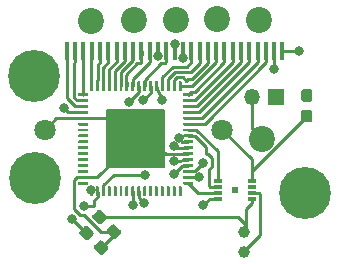
<source format=gbr>
G04 #@! TF.GenerationSoftware,KiCad,Pcbnew,(5.0.1-3-g963ef8bb5)*
G04 #@! TF.CreationDate,2019-01-03T19:12:47-05:00*
G04 #@! TF.ProjectId,neoshiba,6E656F73686962612E6B696361645F70,rev?*
G04 #@! TF.SameCoordinates,Original*
G04 #@! TF.FileFunction,Copper,L1,Top,Signal*
G04 #@! TF.FilePolarity,Positive*
%FSLAX46Y46*%
G04 Gerber Fmt 4.6, Leading zero omitted, Abs format (unit mm)*
G04 Created by KiCad (PCBNEW (5.0.1-3-g963ef8bb5)) date Thursday, January 03, 2019 at 07:12:47 PM*
%MOMM*%
%LPD*%
G01*
G04 APERTURE LIST*
G04 #@! TA.AperFunction,ComponentPad*
%ADD10C,4.400000*%
G04 #@! TD*
G04 #@! TA.AperFunction,Conductor*
%ADD11C,0.100000*%
G04 #@! TD*
G04 #@! TA.AperFunction,SMDPad,CuDef*
%ADD12C,5.000000*%
G04 #@! TD*
G04 #@! TA.AperFunction,SMDPad,CuDef*
%ADD13C,0.250000*%
G04 #@! TD*
G04 #@! TA.AperFunction,SMDPad,CuDef*
%ADD14R,0.500000X0.500000*%
G04 #@! TD*
G04 #@! TA.AperFunction,SMDPad,CuDef*
%ADD15R,0.750000X0.300000*%
G04 #@! TD*
G04 #@! TA.AperFunction,ComponentPad*
%ADD16C,1.000000*%
G04 #@! TD*
G04 #@! TA.AperFunction,ComponentPad*
%ADD17C,2.200000*%
G04 #@! TD*
G04 #@! TA.AperFunction,SMDPad,CuDef*
%ADD18C,0.950000*%
G04 #@! TD*
G04 #@! TA.AperFunction,ComponentPad*
%ADD19C,1.800000*%
G04 #@! TD*
G04 #@! TA.AperFunction,ComponentPad*
%ADD20R,1.350000X1.350000*%
G04 #@! TD*
G04 #@! TA.AperFunction,ComponentPad*
%ADD21O,1.350000X1.350000*%
G04 #@! TD*
G04 #@! TA.AperFunction,SMDPad,CuDef*
%ADD22R,0.373000X1.509000*%
G04 #@! TD*
G04 #@! TA.AperFunction,ViaPad*
%ADD23C,0.800000*%
G04 #@! TD*
G04 #@! TA.AperFunction,Conductor*
%ADD24C,0.250000*%
G04 #@! TD*
G04 #@! TA.AperFunction,Conductor*
%ADD25C,0.200000*%
G04 #@! TD*
G04 APERTURE END LIST*
D10*
G04 #@! TO.P,SW1,1*
G04 #@! TO.N,Net-(SW1-Pad1)*
X166320000Y-99170000D03*
G04 #@! TD*
G04 #@! TO.P,SW3,1*
G04 #@! TO.N,Net-(SW3-Pad1)*
X143510000Y-97880000D03*
G04 #@! TD*
G04 #@! TO.P,SW2,1*
G04 #@! TO.N,Net-(SW2-Pad1)*
X143390000Y-89230000D03*
G04 #@! TD*
D11*
G04 #@! TO.N,GND*
G04 #@! TO.C,U1*
G36*
X154351173Y-92060795D02*
X154367190Y-92063170D01*
X154382897Y-92067105D01*
X154398143Y-92072560D01*
X154412780Y-92079483D01*
X154426669Y-92087808D01*
X154439675Y-92097453D01*
X154451673Y-92108327D01*
X154462547Y-92120325D01*
X154472192Y-92133331D01*
X154480517Y-92147220D01*
X154487440Y-92161857D01*
X154492895Y-92177103D01*
X154496830Y-92192810D01*
X154499205Y-92208827D01*
X154500000Y-92225000D01*
X154500000Y-96895000D01*
X154499205Y-96911173D01*
X154496830Y-96927190D01*
X154492895Y-96942897D01*
X154487440Y-96958143D01*
X154480517Y-96972780D01*
X154472192Y-96986669D01*
X154462547Y-96999675D01*
X154451673Y-97011673D01*
X154439675Y-97022547D01*
X154426669Y-97032192D01*
X154412780Y-97040517D01*
X154398143Y-97047440D01*
X154382897Y-97052895D01*
X154367190Y-97056830D01*
X154351173Y-97059205D01*
X154335000Y-97060000D01*
X149665000Y-97060000D01*
X149648827Y-97059205D01*
X149632810Y-97056830D01*
X149617103Y-97052895D01*
X149601857Y-97047440D01*
X149587220Y-97040517D01*
X149573331Y-97032192D01*
X149560325Y-97022547D01*
X149548327Y-97011673D01*
X149537453Y-96999675D01*
X149527808Y-96986669D01*
X149519483Y-96972780D01*
X149512560Y-96958143D01*
X149507105Y-96942897D01*
X149503170Y-96927190D01*
X149500795Y-96911173D01*
X149500000Y-96895000D01*
X149500000Y-92225000D01*
X149500795Y-92208827D01*
X149503170Y-92192810D01*
X149507105Y-92177103D01*
X149512560Y-92161857D01*
X149519483Y-92147220D01*
X149527808Y-92133331D01*
X149537453Y-92120325D01*
X149548327Y-92108327D01*
X149560325Y-92097453D01*
X149573331Y-92087808D01*
X149587220Y-92079483D01*
X149601857Y-92072560D01*
X149617103Y-92067105D01*
X149632810Y-92063170D01*
X149648827Y-92060795D01*
X149665000Y-92060000D01*
X154335000Y-92060000D01*
X154351173Y-92060795D01*
X154351173Y-92060795D01*
G37*
D12*
G04 #@! TD*
G04 #@! TO.P,U1,65*
G04 #@! TO.N,GND*
X152000000Y-94560000D03*
D11*
G04 #@! TO.N,Net-(D1-Pad2)*
G04 #@! TO.C,U1*
G36*
X148318626Y-98585301D02*
X148324693Y-98586201D01*
X148330643Y-98587691D01*
X148336418Y-98589758D01*
X148341962Y-98592380D01*
X148347223Y-98595533D01*
X148352150Y-98599187D01*
X148356694Y-98603306D01*
X148360813Y-98607850D01*
X148364467Y-98612777D01*
X148367620Y-98618038D01*
X148370242Y-98623582D01*
X148372309Y-98629357D01*
X148373799Y-98635307D01*
X148374699Y-98641374D01*
X148375000Y-98647500D01*
X148375000Y-99372500D01*
X148374699Y-99378626D01*
X148373799Y-99384693D01*
X148372309Y-99390643D01*
X148370242Y-99396418D01*
X148367620Y-99401962D01*
X148364467Y-99407223D01*
X148360813Y-99412150D01*
X148356694Y-99416694D01*
X148352150Y-99420813D01*
X148347223Y-99424467D01*
X148341962Y-99427620D01*
X148336418Y-99430242D01*
X148330643Y-99432309D01*
X148324693Y-99433799D01*
X148318626Y-99434699D01*
X148312500Y-99435000D01*
X148187500Y-99435000D01*
X148181374Y-99434699D01*
X148175307Y-99433799D01*
X148169357Y-99432309D01*
X148163582Y-99430242D01*
X148158038Y-99427620D01*
X148152777Y-99424467D01*
X148147850Y-99420813D01*
X148143306Y-99416694D01*
X148139187Y-99412150D01*
X148135533Y-99407223D01*
X148132380Y-99401962D01*
X148129758Y-99396418D01*
X148127691Y-99390643D01*
X148126201Y-99384693D01*
X148125301Y-99378626D01*
X148125000Y-99372500D01*
X148125000Y-98647500D01*
X148125301Y-98641374D01*
X148126201Y-98635307D01*
X148127691Y-98629357D01*
X148129758Y-98623582D01*
X148132380Y-98618038D01*
X148135533Y-98612777D01*
X148139187Y-98607850D01*
X148143306Y-98603306D01*
X148147850Y-98599187D01*
X148152777Y-98595533D01*
X148158038Y-98592380D01*
X148163582Y-98589758D01*
X148169357Y-98587691D01*
X148175307Y-98586201D01*
X148181374Y-98585301D01*
X148187500Y-98585000D01*
X148312500Y-98585000D01*
X148318626Y-98585301D01*
X148318626Y-98585301D01*
G37*
D13*
G04 #@! TD*
G04 #@! TO.P,U1,1*
G04 #@! TO.N,Net-(D1-Pad2)*
X148250000Y-99010000D03*
D11*
G04 #@! TO.N,Net-(H4-Pad1)*
G04 #@! TO.C,U1*
G36*
X148818626Y-98585301D02*
X148824693Y-98586201D01*
X148830643Y-98587691D01*
X148836418Y-98589758D01*
X148841962Y-98592380D01*
X148847223Y-98595533D01*
X148852150Y-98599187D01*
X148856694Y-98603306D01*
X148860813Y-98607850D01*
X148864467Y-98612777D01*
X148867620Y-98618038D01*
X148870242Y-98623582D01*
X148872309Y-98629357D01*
X148873799Y-98635307D01*
X148874699Y-98641374D01*
X148875000Y-98647500D01*
X148875000Y-99372500D01*
X148874699Y-99378626D01*
X148873799Y-99384693D01*
X148872309Y-99390643D01*
X148870242Y-99396418D01*
X148867620Y-99401962D01*
X148864467Y-99407223D01*
X148860813Y-99412150D01*
X148856694Y-99416694D01*
X148852150Y-99420813D01*
X148847223Y-99424467D01*
X148841962Y-99427620D01*
X148836418Y-99430242D01*
X148830643Y-99432309D01*
X148824693Y-99433799D01*
X148818626Y-99434699D01*
X148812500Y-99435000D01*
X148687500Y-99435000D01*
X148681374Y-99434699D01*
X148675307Y-99433799D01*
X148669357Y-99432309D01*
X148663582Y-99430242D01*
X148658038Y-99427620D01*
X148652777Y-99424467D01*
X148647850Y-99420813D01*
X148643306Y-99416694D01*
X148639187Y-99412150D01*
X148635533Y-99407223D01*
X148632380Y-99401962D01*
X148629758Y-99396418D01*
X148627691Y-99390643D01*
X148626201Y-99384693D01*
X148625301Y-99378626D01*
X148625000Y-99372500D01*
X148625000Y-98647500D01*
X148625301Y-98641374D01*
X148626201Y-98635307D01*
X148627691Y-98629357D01*
X148629758Y-98623582D01*
X148632380Y-98618038D01*
X148635533Y-98612777D01*
X148639187Y-98607850D01*
X148643306Y-98603306D01*
X148647850Y-98599187D01*
X148652777Y-98595533D01*
X148658038Y-98592380D01*
X148663582Y-98589758D01*
X148669357Y-98587691D01*
X148675307Y-98586201D01*
X148681374Y-98585301D01*
X148687500Y-98585000D01*
X148812500Y-98585000D01*
X148818626Y-98585301D01*
X148818626Y-98585301D01*
G37*
D13*
G04 #@! TD*
G04 #@! TO.P,U1,2*
G04 #@! TO.N,Net-(H4-Pad1)*
X148750000Y-99010000D03*
D11*
G04 #@! TO.N,Net-(H5-Pad1)*
G04 #@! TO.C,U1*
G36*
X149318626Y-98585301D02*
X149324693Y-98586201D01*
X149330643Y-98587691D01*
X149336418Y-98589758D01*
X149341962Y-98592380D01*
X149347223Y-98595533D01*
X149352150Y-98599187D01*
X149356694Y-98603306D01*
X149360813Y-98607850D01*
X149364467Y-98612777D01*
X149367620Y-98618038D01*
X149370242Y-98623582D01*
X149372309Y-98629357D01*
X149373799Y-98635307D01*
X149374699Y-98641374D01*
X149375000Y-98647500D01*
X149375000Y-99372500D01*
X149374699Y-99378626D01*
X149373799Y-99384693D01*
X149372309Y-99390643D01*
X149370242Y-99396418D01*
X149367620Y-99401962D01*
X149364467Y-99407223D01*
X149360813Y-99412150D01*
X149356694Y-99416694D01*
X149352150Y-99420813D01*
X149347223Y-99424467D01*
X149341962Y-99427620D01*
X149336418Y-99430242D01*
X149330643Y-99432309D01*
X149324693Y-99433799D01*
X149318626Y-99434699D01*
X149312500Y-99435000D01*
X149187500Y-99435000D01*
X149181374Y-99434699D01*
X149175307Y-99433799D01*
X149169357Y-99432309D01*
X149163582Y-99430242D01*
X149158038Y-99427620D01*
X149152777Y-99424467D01*
X149147850Y-99420813D01*
X149143306Y-99416694D01*
X149139187Y-99412150D01*
X149135533Y-99407223D01*
X149132380Y-99401962D01*
X149129758Y-99396418D01*
X149127691Y-99390643D01*
X149126201Y-99384693D01*
X149125301Y-99378626D01*
X149125000Y-99372500D01*
X149125000Y-98647500D01*
X149125301Y-98641374D01*
X149126201Y-98635307D01*
X149127691Y-98629357D01*
X149129758Y-98623582D01*
X149132380Y-98618038D01*
X149135533Y-98612777D01*
X149139187Y-98607850D01*
X149143306Y-98603306D01*
X149147850Y-98599187D01*
X149152777Y-98595533D01*
X149158038Y-98592380D01*
X149163582Y-98589758D01*
X149169357Y-98587691D01*
X149175307Y-98586201D01*
X149181374Y-98585301D01*
X149187500Y-98585000D01*
X149312500Y-98585000D01*
X149318626Y-98585301D01*
X149318626Y-98585301D01*
G37*
D13*
G04 #@! TD*
G04 #@! TO.P,U1,3*
G04 #@! TO.N,Net-(H5-Pad1)*
X149250000Y-99010000D03*
D11*
G04 #@! TO.N,Net-(U1-Pad4)*
G04 #@! TO.C,U1*
G36*
X149818626Y-98585301D02*
X149824693Y-98586201D01*
X149830643Y-98587691D01*
X149836418Y-98589758D01*
X149841962Y-98592380D01*
X149847223Y-98595533D01*
X149852150Y-98599187D01*
X149856694Y-98603306D01*
X149860813Y-98607850D01*
X149864467Y-98612777D01*
X149867620Y-98618038D01*
X149870242Y-98623582D01*
X149872309Y-98629357D01*
X149873799Y-98635307D01*
X149874699Y-98641374D01*
X149875000Y-98647500D01*
X149875000Y-99372500D01*
X149874699Y-99378626D01*
X149873799Y-99384693D01*
X149872309Y-99390643D01*
X149870242Y-99396418D01*
X149867620Y-99401962D01*
X149864467Y-99407223D01*
X149860813Y-99412150D01*
X149856694Y-99416694D01*
X149852150Y-99420813D01*
X149847223Y-99424467D01*
X149841962Y-99427620D01*
X149836418Y-99430242D01*
X149830643Y-99432309D01*
X149824693Y-99433799D01*
X149818626Y-99434699D01*
X149812500Y-99435000D01*
X149687500Y-99435000D01*
X149681374Y-99434699D01*
X149675307Y-99433799D01*
X149669357Y-99432309D01*
X149663582Y-99430242D01*
X149658038Y-99427620D01*
X149652777Y-99424467D01*
X149647850Y-99420813D01*
X149643306Y-99416694D01*
X149639187Y-99412150D01*
X149635533Y-99407223D01*
X149632380Y-99401962D01*
X149629758Y-99396418D01*
X149627691Y-99390643D01*
X149626201Y-99384693D01*
X149625301Y-99378626D01*
X149625000Y-99372500D01*
X149625000Y-98647500D01*
X149625301Y-98641374D01*
X149626201Y-98635307D01*
X149627691Y-98629357D01*
X149629758Y-98623582D01*
X149632380Y-98618038D01*
X149635533Y-98612777D01*
X149639187Y-98607850D01*
X149643306Y-98603306D01*
X149647850Y-98599187D01*
X149652777Y-98595533D01*
X149658038Y-98592380D01*
X149663582Y-98589758D01*
X149669357Y-98587691D01*
X149675307Y-98586201D01*
X149681374Y-98585301D01*
X149687500Y-98585000D01*
X149812500Y-98585000D01*
X149818626Y-98585301D01*
X149818626Y-98585301D01*
G37*
D13*
G04 #@! TD*
G04 #@! TO.P,U1,4*
G04 #@! TO.N,Net-(U1-Pad4)*
X149750000Y-99010000D03*
D11*
G04 #@! TO.N,Net-(U1-Pad5)*
G04 #@! TO.C,U1*
G36*
X150318626Y-98585301D02*
X150324693Y-98586201D01*
X150330643Y-98587691D01*
X150336418Y-98589758D01*
X150341962Y-98592380D01*
X150347223Y-98595533D01*
X150352150Y-98599187D01*
X150356694Y-98603306D01*
X150360813Y-98607850D01*
X150364467Y-98612777D01*
X150367620Y-98618038D01*
X150370242Y-98623582D01*
X150372309Y-98629357D01*
X150373799Y-98635307D01*
X150374699Y-98641374D01*
X150375000Y-98647500D01*
X150375000Y-99372500D01*
X150374699Y-99378626D01*
X150373799Y-99384693D01*
X150372309Y-99390643D01*
X150370242Y-99396418D01*
X150367620Y-99401962D01*
X150364467Y-99407223D01*
X150360813Y-99412150D01*
X150356694Y-99416694D01*
X150352150Y-99420813D01*
X150347223Y-99424467D01*
X150341962Y-99427620D01*
X150336418Y-99430242D01*
X150330643Y-99432309D01*
X150324693Y-99433799D01*
X150318626Y-99434699D01*
X150312500Y-99435000D01*
X150187500Y-99435000D01*
X150181374Y-99434699D01*
X150175307Y-99433799D01*
X150169357Y-99432309D01*
X150163582Y-99430242D01*
X150158038Y-99427620D01*
X150152777Y-99424467D01*
X150147850Y-99420813D01*
X150143306Y-99416694D01*
X150139187Y-99412150D01*
X150135533Y-99407223D01*
X150132380Y-99401962D01*
X150129758Y-99396418D01*
X150127691Y-99390643D01*
X150126201Y-99384693D01*
X150125301Y-99378626D01*
X150125000Y-99372500D01*
X150125000Y-98647500D01*
X150125301Y-98641374D01*
X150126201Y-98635307D01*
X150127691Y-98629357D01*
X150129758Y-98623582D01*
X150132380Y-98618038D01*
X150135533Y-98612777D01*
X150139187Y-98607850D01*
X150143306Y-98603306D01*
X150147850Y-98599187D01*
X150152777Y-98595533D01*
X150158038Y-98592380D01*
X150163582Y-98589758D01*
X150169357Y-98587691D01*
X150175307Y-98586201D01*
X150181374Y-98585301D01*
X150187500Y-98585000D01*
X150312500Y-98585000D01*
X150318626Y-98585301D01*
X150318626Y-98585301D01*
G37*
D13*
G04 #@! TD*
G04 #@! TO.P,U1,5*
G04 #@! TO.N,Net-(U1-Pad5)*
X150250000Y-99010000D03*
D11*
G04 #@! TO.N,Net-(SW1-Pad1)*
G04 #@! TO.C,U1*
G36*
X150818626Y-98585301D02*
X150824693Y-98586201D01*
X150830643Y-98587691D01*
X150836418Y-98589758D01*
X150841962Y-98592380D01*
X150847223Y-98595533D01*
X150852150Y-98599187D01*
X150856694Y-98603306D01*
X150860813Y-98607850D01*
X150864467Y-98612777D01*
X150867620Y-98618038D01*
X150870242Y-98623582D01*
X150872309Y-98629357D01*
X150873799Y-98635307D01*
X150874699Y-98641374D01*
X150875000Y-98647500D01*
X150875000Y-99372500D01*
X150874699Y-99378626D01*
X150873799Y-99384693D01*
X150872309Y-99390643D01*
X150870242Y-99396418D01*
X150867620Y-99401962D01*
X150864467Y-99407223D01*
X150860813Y-99412150D01*
X150856694Y-99416694D01*
X150852150Y-99420813D01*
X150847223Y-99424467D01*
X150841962Y-99427620D01*
X150836418Y-99430242D01*
X150830643Y-99432309D01*
X150824693Y-99433799D01*
X150818626Y-99434699D01*
X150812500Y-99435000D01*
X150687500Y-99435000D01*
X150681374Y-99434699D01*
X150675307Y-99433799D01*
X150669357Y-99432309D01*
X150663582Y-99430242D01*
X150658038Y-99427620D01*
X150652777Y-99424467D01*
X150647850Y-99420813D01*
X150643306Y-99416694D01*
X150639187Y-99412150D01*
X150635533Y-99407223D01*
X150632380Y-99401962D01*
X150629758Y-99396418D01*
X150627691Y-99390643D01*
X150626201Y-99384693D01*
X150625301Y-99378626D01*
X150625000Y-99372500D01*
X150625000Y-98647500D01*
X150625301Y-98641374D01*
X150626201Y-98635307D01*
X150627691Y-98629357D01*
X150629758Y-98623582D01*
X150632380Y-98618038D01*
X150635533Y-98612777D01*
X150639187Y-98607850D01*
X150643306Y-98603306D01*
X150647850Y-98599187D01*
X150652777Y-98595533D01*
X150658038Y-98592380D01*
X150663582Y-98589758D01*
X150669357Y-98587691D01*
X150675307Y-98586201D01*
X150681374Y-98585301D01*
X150687500Y-98585000D01*
X150812500Y-98585000D01*
X150818626Y-98585301D01*
X150818626Y-98585301D01*
G37*
D13*
G04 #@! TD*
G04 #@! TO.P,U1,6*
G04 #@! TO.N,Net-(SW1-Pad1)*
X150750000Y-99010000D03*
D11*
G04 #@! TO.N,Net-(SW2-Pad1)*
G04 #@! TO.C,U1*
G36*
X151318626Y-98585301D02*
X151324693Y-98586201D01*
X151330643Y-98587691D01*
X151336418Y-98589758D01*
X151341962Y-98592380D01*
X151347223Y-98595533D01*
X151352150Y-98599187D01*
X151356694Y-98603306D01*
X151360813Y-98607850D01*
X151364467Y-98612777D01*
X151367620Y-98618038D01*
X151370242Y-98623582D01*
X151372309Y-98629357D01*
X151373799Y-98635307D01*
X151374699Y-98641374D01*
X151375000Y-98647500D01*
X151375000Y-99372500D01*
X151374699Y-99378626D01*
X151373799Y-99384693D01*
X151372309Y-99390643D01*
X151370242Y-99396418D01*
X151367620Y-99401962D01*
X151364467Y-99407223D01*
X151360813Y-99412150D01*
X151356694Y-99416694D01*
X151352150Y-99420813D01*
X151347223Y-99424467D01*
X151341962Y-99427620D01*
X151336418Y-99430242D01*
X151330643Y-99432309D01*
X151324693Y-99433799D01*
X151318626Y-99434699D01*
X151312500Y-99435000D01*
X151187500Y-99435000D01*
X151181374Y-99434699D01*
X151175307Y-99433799D01*
X151169357Y-99432309D01*
X151163582Y-99430242D01*
X151158038Y-99427620D01*
X151152777Y-99424467D01*
X151147850Y-99420813D01*
X151143306Y-99416694D01*
X151139187Y-99412150D01*
X151135533Y-99407223D01*
X151132380Y-99401962D01*
X151129758Y-99396418D01*
X151127691Y-99390643D01*
X151126201Y-99384693D01*
X151125301Y-99378626D01*
X151125000Y-99372500D01*
X151125000Y-98647500D01*
X151125301Y-98641374D01*
X151126201Y-98635307D01*
X151127691Y-98629357D01*
X151129758Y-98623582D01*
X151132380Y-98618038D01*
X151135533Y-98612777D01*
X151139187Y-98607850D01*
X151143306Y-98603306D01*
X151147850Y-98599187D01*
X151152777Y-98595533D01*
X151158038Y-98592380D01*
X151163582Y-98589758D01*
X151169357Y-98587691D01*
X151175307Y-98586201D01*
X151181374Y-98585301D01*
X151187500Y-98585000D01*
X151312500Y-98585000D01*
X151318626Y-98585301D01*
X151318626Y-98585301D01*
G37*
D13*
G04 #@! TD*
G04 #@! TO.P,U1,7*
G04 #@! TO.N,Net-(SW2-Pad1)*
X151250000Y-99010000D03*
D11*
G04 #@! TO.N,Net-(SW3-Pad1)*
G04 #@! TO.C,U1*
G36*
X151818626Y-98585301D02*
X151824693Y-98586201D01*
X151830643Y-98587691D01*
X151836418Y-98589758D01*
X151841962Y-98592380D01*
X151847223Y-98595533D01*
X151852150Y-98599187D01*
X151856694Y-98603306D01*
X151860813Y-98607850D01*
X151864467Y-98612777D01*
X151867620Y-98618038D01*
X151870242Y-98623582D01*
X151872309Y-98629357D01*
X151873799Y-98635307D01*
X151874699Y-98641374D01*
X151875000Y-98647500D01*
X151875000Y-99372500D01*
X151874699Y-99378626D01*
X151873799Y-99384693D01*
X151872309Y-99390643D01*
X151870242Y-99396418D01*
X151867620Y-99401962D01*
X151864467Y-99407223D01*
X151860813Y-99412150D01*
X151856694Y-99416694D01*
X151852150Y-99420813D01*
X151847223Y-99424467D01*
X151841962Y-99427620D01*
X151836418Y-99430242D01*
X151830643Y-99432309D01*
X151824693Y-99433799D01*
X151818626Y-99434699D01*
X151812500Y-99435000D01*
X151687500Y-99435000D01*
X151681374Y-99434699D01*
X151675307Y-99433799D01*
X151669357Y-99432309D01*
X151663582Y-99430242D01*
X151658038Y-99427620D01*
X151652777Y-99424467D01*
X151647850Y-99420813D01*
X151643306Y-99416694D01*
X151639187Y-99412150D01*
X151635533Y-99407223D01*
X151632380Y-99401962D01*
X151629758Y-99396418D01*
X151627691Y-99390643D01*
X151626201Y-99384693D01*
X151625301Y-99378626D01*
X151625000Y-99372500D01*
X151625000Y-98647500D01*
X151625301Y-98641374D01*
X151626201Y-98635307D01*
X151627691Y-98629357D01*
X151629758Y-98623582D01*
X151632380Y-98618038D01*
X151635533Y-98612777D01*
X151639187Y-98607850D01*
X151643306Y-98603306D01*
X151647850Y-98599187D01*
X151652777Y-98595533D01*
X151658038Y-98592380D01*
X151663582Y-98589758D01*
X151669357Y-98587691D01*
X151675307Y-98586201D01*
X151681374Y-98585301D01*
X151687500Y-98585000D01*
X151812500Y-98585000D01*
X151818626Y-98585301D01*
X151818626Y-98585301D01*
G37*
D13*
G04 #@! TD*
G04 #@! TO.P,U1,8*
G04 #@! TO.N,Net-(SW3-Pad1)*
X151750000Y-99010000D03*
D11*
G04 #@! TO.N,Net-(SW4-Pad1)*
G04 #@! TO.C,U1*
G36*
X152318626Y-98585301D02*
X152324693Y-98586201D01*
X152330643Y-98587691D01*
X152336418Y-98589758D01*
X152341962Y-98592380D01*
X152347223Y-98595533D01*
X152352150Y-98599187D01*
X152356694Y-98603306D01*
X152360813Y-98607850D01*
X152364467Y-98612777D01*
X152367620Y-98618038D01*
X152370242Y-98623582D01*
X152372309Y-98629357D01*
X152373799Y-98635307D01*
X152374699Y-98641374D01*
X152375000Y-98647500D01*
X152375000Y-99372500D01*
X152374699Y-99378626D01*
X152373799Y-99384693D01*
X152372309Y-99390643D01*
X152370242Y-99396418D01*
X152367620Y-99401962D01*
X152364467Y-99407223D01*
X152360813Y-99412150D01*
X152356694Y-99416694D01*
X152352150Y-99420813D01*
X152347223Y-99424467D01*
X152341962Y-99427620D01*
X152336418Y-99430242D01*
X152330643Y-99432309D01*
X152324693Y-99433799D01*
X152318626Y-99434699D01*
X152312500Y-99435000D01*
X152187500Y-99435000D01*
X152181374Y-99434699D01*
X152175307Y-99433799D01*
X152169357Y-99432309D01*
X152163582Y-99430242D01*
X152158038Y-99427620D01*
X152152777Y-99424467D01*
X152147850Y-99420813D01*
X152143306Y-99416694D01*
X152139187Y-99412150D01*
X152135533Y-99407223D01*
X152132380Y-99401962D01*
X152129758Y-99396418D01*
X152127691Y-99390643D01*
X152126201Y-99384693D01*
X152125301Y-99378626D01*
X152125000Y-99372500D01*
X152125000Y-98647500D01*
X152125301Y-98641374D01*
X152126201Y-98635307D01*
X152127691Y-98629357D01*
X152129758Y-98623582D01*
X152132380Y-98618038D01*
X152135533Y-98612777D01*
X152139187Y-98607850D01*
X152143306Y-98603306D01*
X152147850Y-98599187D01*
X152152777Y-98595533D01*
X152158038Y-98592380D01*
X152163582Y-98589758D01*
X152169357Y-98587691D01*
X152175307Y-98586201D01*
X152181374Y-98585301D01*
X152187500Y-98585000D01*
X152312500Y-98585000D01*
X152318626Y-98585301D01*
X152318626Y-98585301D01*
G37*
D13*
G04 #@! TD*
G04 #@! TO.P,U1,9*
G04 #@! TO.N,Net-(SW4-Pad1)*
X152250000Y-99010000D03*
D11*
G04 #@! TO.N,Net-(U1-Pad10)*
G04 #@! TO.C,U1*
G36*
X152818626Y-98585301D02*
X152824693Y-98586201D01*
X152830643Y-98587691D01*
X152836418Y-98589758D01*
X152841962Y-98592380D01*
X152847223Y-98595533D01*
X152852150Y-98599187D01*
X152856694Y-98603306D01*
X152860813Y-98607850D01*
X152864467Y-98612777D01*
X152867620Y-98618038D01*
X152870242Y-98623582D01*
X152872309Y-98629357D01*
X152873799Y-98635307D01*
X152874699Y-98641374D01*
X152875000Y-98647500D01*
X152875000Y-99372500D01*
X152874699Y-99378626D01*
X152873799Y-99384693D01*
X152872309Y-99390643D01*
X152870242Y-99396418D01*
X152867620Y-99401962D01*
X152864467Y-99407223D01*
X152860813Y-99412150D01*
X152856694Y-99416694D01*
X152852150Y-99420813D01*
X152847223Y-99424467D01*
X152841962Y-99427620D01*
X152836418Y-99430242D01*
X152830643Y-99432309D01*
X152824693Y-99433799D01*
X152818626Y-99434699D01*
X152812500Y-99435000D01*
X152687500Y-99435000D01*
X152681374Y-99434699D01*
X152675307Y-99433799D01*
X152669357Y-99432309D01*
X152663582Y-99430242D01*
X152658038Y-99427620D01*
X152652777Y-99424467D01*
X152647850Y-99420813D01*
X152643306Y-99416694D01*
X152639187Y-99412150D01*
X152635533Y-99407223D01*
X152632380Y-99401962D01*
X152629758Y-99396418D01*
X152627691Y-99390643D01*
X152626201Y-99384693D01*
X152625301Y-99378626D01*
X152625000Y-99372500D01*
X152625000Y-98647500D01*
X152625301Y-98641374D01*
X152626201Y-98635307D01*
X152627691Y-98629357D01*
X152629758Y-98623582D01*
X152632380Y-98618038D01*
X152635533Y-98612777D01*
X152639187Y-98607850D01*
X152643306Y-98603306D01*
X152647850Y-98599187D01*
X152652777Y-98595533D01*
X152658038Y-98592380D01*
X152663582Y-98589758D01*
X152669357Y-98587691D01*
X152675307Y-98586201D01*
X152681374Y-98585301D01*
X152687500Y-98585000D01*
X152812500Y-98585000D01*
X152818626Y-98585301D01*
X152818626Y-98585301D01*
G37*
D13*
G04 #@! TD*
G04 #@! TO.P,U1,10*
G04 #@! TO.N,Net-(U1-Pad10)*
X152750000Y-99010000D03*
D11*
G04 #@! TO.N,Net-(U1-Pad11)*
G04 #@! TO.C,U1*
G36*
X153318626Y-98585301D02*
X153324693Y-98586201D01*
X153330643Y-98587691D01*
X153336418Y-98589758D01*
X153341962Y-98592380D01*
X153347223Y-98595533D01*
X153352150Y-98599187D01*
X153356694Y-98603306D01*
X153360813Y-98607850D01*
X153364467Y-98612777D01*
X153367620Y-98618038D01*
X153370242Y-98623582D01*
X153372309Y-98629357D01*
X153373799Y-98635307D01*
X153374699Y-98641374D01*
X153375000Y-98647500D01*
X153375000Y-99372500D01*
X153374699Y-99378626D01*
X153373799Y-99384693D01*
X153372309Y-99390643D01*
X153370242Y-99396418D01*
X153367620Y-99401962D01*
X153364467Y-99407223D01*
X153360813Y-99412150D01*
X153356694Y-99416694D01*
X153352150Y-99420813D01*
X153347223Y-99424467D01*
X153341962Y-99427620D01*
X153336418Y-99430242D01*
X153330643Y-99432309D01*
X153324693Y-99433799D01*
X153318626Y-99434699D01*
X153312500Y-99435000D01*
X153187500Y-99435000D01*
X153181374Y-99434699D01*
X153175307Y-99433799D01*
X153169357Y-99432309D01*
X153163582Y-99430242D01*
X153158038Y-99427620D01*
X153152777Y-99424467D01*
X153147850Y-99420813D01*
X153143306Y-99416694D01*
X153139187Y-99412150D01*
X153135533Y-99407223D01*
X153132380Y-99401962D01*
X153129758Y-99396418D01*
X153127691Y-99390643D01*
X153126201Y-99384693D01*
X153125301Y-99378626D01*
X153125000Y-99372500D01*
X153125000Y-98647500D01*
X153125301Y-98641374D01*
X153126201Y-98635307D01*
X153127691Y-98629357D01*
X153129758Y-98623582D01*
X153132380Y-98618038D01*
X153135533Y-98612777D01*
X153139187Y-98607850D01*
X153143306Y-98603306D01*
X153147850Y-98599187D01*
X153152777Y-98595533D01*
X153158038Y-98592380D01*
X153163582Y-98589758D01*
X153169357Y-98587691D01*
X153175307Y-98586201D01*
X153181374Y-98585301D01*
X153187500Y-98585000D01*
X153312500Y-98585000D01*
X153318626Y-98585301D01*
X153318626Y-98585301D01*
G37*
D13*
G04 #@! TD*
G04 #@! TO.P,U1,11*
G04 #@! TO.N,Net-(U1-Pad11)*
X153250000Y-99010000D03*
D11*
G04 #@! TO.N,Net-(U1-Pad12)*
G04 #@! TO.C,U1*
G36*
X153818626Y-98585301D02*
X153824693Y-98586201D01*
X153830643Y-98587691D01*
X153836418Y-98589758D01*
X153841962Y-98592380D01*
X153847223Y-98595533D01*
X153852150Y-98599187D01*
X153856694Y-98603306D01*
X153860813Y-98607850D01*
X153864467Y-98612777D01*
X153867620Y-98618038D01*
X153870242Y-98623582D01*
X153872309Y-98629357D01*
X153873799Y-98635307D01*
X153874699Y-98641374D01*
X153875000Y-98647500D01*
X153875000Y-99372500D01*
X153874699Y-99378626D01*
X153873799Y-99384693D01*
X153872309Y-99390643D01*
X153870242Y-99396418D01*
X153867620Y-99401962D01*
X153864467Y-99407223D01*
X153860813Y-99412150D01*
X153856694Y-99416694D01*
X153852150Y-99420813D01*
X153847223Y-99424467D01*
X153841962Y-99427620D01*
X153836418Y-99430242D01*
X153830643Y-99432309D01*
X153824693Y-99433799D01*
X153818626Y-99434699D01*
X153812500Y-99435000D01*
X153687500Y-99435000D01*
X153681374Y-99434699D01*
X153675307Y-99433799D01*
X153669357Y-99432309D01*
X153663582Y-99430242D01*
X153658038Y-99427620D01*
X153652777Y-99424467D01*
X153647850Y-99420813D01*
X153643306Y-99416694D01*
X153639187Y-99412150D01*
X153635533Y-99407223D01*
X153632380Y-99401962D01*
X153629758Y-99396418D01*
X153627691Y-99390643D01*
X153626201Y-99384693D01*
X153625301Y-99378626D01*
X153625000Y-99372500D01*
X153625000Y-98647500D01*
X153625301Y-98641374D01*
X153626201Y-98635307D01*
X153627691Y-98629357D01*
X153629758Y-98623582D01*
X153632380Y-98618038D01*
X153635533Y-98612777D01*
X153639187Y-98607850D01*
X153643306Y-98603306D01*
X153647850Y-98599187D01*
X153652777Y-98595533D01*
X153658038Y-98592380D01*
X153663582Y-98589758D01*
X153669357Y-98587691D01*
X153675307Y-98586201D01*
X153681374Y-98585301D01*
X153687500Y-98585000D01*
X153812500Y-98585000D01*
X153818626Y-98585301D01*
X153818626Y-98585301D01*
G37*
D13*
G04 #@! TD*
G04 #@! TO.P,U1,12*
G04 #@! TO.N,Net-(U1-Pad12)*
X153750000Y-99010000D03*
D11*
G04 #@! TO.N,Net-(U1-Pad13)*
G04 #@! TO.C,U1*
G36*
X154318626Y-98585301D02*
X154324693Y-98586201D01*
X154330643Y-98587691D01*
X154336418Y-98589758D01*
X154341962Y-98592380D01*
X154347223Y-98595533D01*
X154352150Y-98599187D01*
X154356694Y-98603306D01*
X154360813Y-98607850D01*
X154364467Y-98612777D01*
X154367620Y-98618038D01*
X154370242Y-98623582D01*
X154372309Y-98629357D01*
X154373799Y-98635307D01*
X154374699Y-98641374D01*
X154375000Y-98647500D01*
X154375000Y-99372500D01*
X154374699Y-99378626D01*
X154373799Y-99384693D01*
X154372309Y-99390643D01*
X154370242Y-99396418D01*
X154367620Y-99401962D01*
X154364467Y-99407223D01*
X154360813Y-99412150D01*
X154356694Y-99416694D01*
X154352150Y-99420813D01*
X154347223Y-99424467D01*
X154341962Y-99427620D01*
X154336418Y-99430242D01*
X154330643Y-99432309D01*
X154324693Y-99433799D01*
X154318626Y-99434699D01*
X154312500Y-99435000D01*
X154187500Y-99435000D01*
X154181374Y-99434699D01*
X154175307Y-99433799D01*
X154169357Y-99432309D01*
X154163582Y-99430242D01*
X154158038Y-99427620D01*
X154152777Y-99424467D01*
X154147850Y-99420813D01*
X154143306Y-99416694D01*
X154139187Y-99412150D01*
X154135533Y-99407223D01*
X154132380Y-99401962D01*
X154129758Y-99396418D01*
X154127691Y-99390643D01*
X154126201Y-99384693D01*
X154125301Y-99378626D01*
X154125000Y-99372500D01*
X154125000Y-98647500D01*
X154125301Y-98641374D01*
X154126201Y-98635307D01*
X154127691Y-98629357D01*
X154129758Y-98623582D01*
X154132380Y-98618038D01*
X154135533Y-98612777D01*
X154139187Y-98607850D01*
X154143306Y-98603306D01*
X154147850Y-98599187D01*
X154152777Y-98595533D01*
X154158038Y-98592380D01*
X154163582Y-98589758D01*
X154169357Y-98587691D01*
X154175307Y-98586201D01*
X154181374Y-98585301D01*
X154187500Y-98585000D01*
X154312500Y-98585000D01*
X154318626Y-98585301D01*
X154318626Y-98585301D01*
G37*
D13*
G04 #@! TD*
G04 #@! TO.P,U1,13*
G04 #@! TO.N,Net-(U1-Pad13)*
X154250000Y-99010000D03*
D11*
G04 #@! TO.N,Net-(U1-Pad14)*
G04 #@! TO.C,U1*
G36*
X154818626Y-98585301D02*
X154824693Y-98586201D01*
X154830643Y-98587691D01*
X154836418Y-98589758D01*
X154841962Y-98592380D01*
X154847223Y-98595533D01*
X154852150Y-98599187D01*
X154856694Y-98603306D01*
X154860813Y-98607850D01*
X154864467Y-98612777D01*
X154867620Y-98618038D01*
X154870242Y-98623582D01*
X154872309Y-98629357D01*
X154873799Y-98635307D01*
X154874699Y-98641374D01*
X154875000Y-98647500D01*
X154875000Y-99372500D01*
X154874699Y-99378626D01*
X154873799Y-99384693D01*
X154872309Y-99390643D01*
X154870242Y-99396418D01*
X154867620Y-99401962D01*
X154864467Y-99407223D01*
X154860813Y-99412150D01*
X154856694Y-99416694D01*
X154852150Y-99420813D01*
X154847223Y-99424467D01*
X154841962Y-99427620D01*
X154836418Y-99430242D01*
X154830643Y-99432309D01*
X154824693Y-99433799D01*
X154818626Y-99434699D01*
X154812500Y-99435000D01*
X154687500Y-99435000D01*
X154681374Y-99434699D01*
X154675307Y-99433799D01*
X154669357Y-99432309D01*
X154663582Y-99430242D01*
X154658038Y-99427620D01*
X154652777Y-99424467D01*
X154647850Y-99420813D01*
X154643306Y-99416694D01*
X154639187Y-99412150D01*
X154635533Y-99407223D01*
X154632380Y-99401962D01*
X154629758Y-99396418D01*
X154627691Y-99390643D01*
X154626201Y-99384693D01*
X154625301Y-99378626D01*
X154625000Y-99372500D01*
X154625000Y-98647500D01*
X154625301Y-98641374D01*
X154626201Y-98635307D01*
X154627691Y-98629357D01*
X154629758Y-98623582D01*
X154632380Y-98618038D01*
X154635533Y-98612777D01*
X154639187Y-98607850D01*
X154643306Y-98603306D01*
X154647850Y-98599187D01*
X154652777Y-98595533D01*
X154658038Y-98592380D01*
X154663582Y-98589758D01*
X154669357Y-98587691D01*
X154675307Y-98586201D01*
X154681374Y-98585301D01*
X154687500Y-98585000D01*
X154812500Y-98585000D01*
X154818626Y-98585301D01*
X154818626Y-98585301D01*
G37*
D13*
G04 #@! TD*
G04 #@! TO.P,U1,14*
G04 #@! TO.N,Net-(U1-Pad14)*
X154750000Y-99010000D03*
D11*
G04 #@! TO.N,Net-(U1-Pad15)*
G04 #@! TO.C,U1*
G36*
X155318626Y-98585301D02*
X155324693Y-98586201D01*
X155330643Y-98587691D01*
X155336418Y-98589758D01*
X155341962Y-98592380D01*
X155347223Y-98595533D01*
X155352150Y-98599187D01*
X155356694Y-98603306D01*
X155360813Y-98607850D01*
X155364467Y-98612777D01*
X155367620Y-98618038D01*
X155370242Y-98623582D01*
X155372309Y-98629357D01*
X155373799Y-98635307D01*
X155374699Y-98641374D01*
X155375000Y-98647500D01*
X155375000Y-99372500D01*
X155374699Y-99378626D01*
X155373799Y-99384693D01*
X155372309Y-99390643D01*
X155370242Y-99396418D01*
X155367620Y-99401962D01*
X155364467Y-99407223D01*
X155360813Y-99412150D01*
X155356694Y-99416694D01*
X155352150Y-99420813D01*
X155347223Y-99424467D01*
X155341962Y-99427620D01*
X155336418Y-99430242D01*
X155330643Y-99432309D01*
X155324693Y-99433799D01*
X155318626Y-99434699D01*
X155312500Y-99435000D01*
X155187500Y-99435000D01*
X155181374Y-99434699D01*
X155175307Y-99433799D01*
X155169357Y-99432309D01*
X155163582Y-99430242D01*
X155158038Y-99427620D01*
X155152777Y-99424467D01*
X155147850Y-99420813D01*
X155143306Y-99416694D01*
X155139187Y-99412150D01*
X155135533Y-99407223D01*
X155132380Y-99401962D01*
X155129758Y-99396418D01*
X155127691Y-99390643D01*
X155126201Y-99384693D01*
X155125301Y-99378626D01*
X155125000Y-99372500D01*
X155125000Y-98647500D01*
X155125301Y-98641374D01*
X155126201Y-98635307D01*
X155127691Y-98629357D01*
X155129758Y-98623582D01*
X155132380Y-98618038D01*
X155135533Y-98612777D01*
X155139187Y-98607850D01*
X155143306Y-98603306D01*
X155147850Y-98599187D01*
X155152777Y-98595533D01*
X155158038Y-98592380D01*
X155163582Y-98589758D01*
X155169357Y-98587691D01*
X155175307Y-98586201D01*
X155181374Y-98585301D01*
X155187500Y-98585000D01*
X155312500Y-98585000D01*
X155318626Y-98585301D01*
X155318626Y-98585301D01*
G37*
D13*
G04 #@! TD*
G04 #@! TO.P,U1,15*
G04 #@! TO.N,Net-(U1-Pad15)*
X155250000Y-99010000D03*
D11*
G04 #@! TO.N,Net-(U1-Pad16)*
G04 #@! TO.C,U1*
G36*
X155818626Y-98585301D02*
X155824693Y-98586201D01*
X155830643Y-98587691D01*
X155836418Y-98589758D01*
X155841962Y-98592380D01*
X155847223Y-98595533D01*
X155852150Y-98599187D01*
X155856694Y-98603306D01*
X155860813Y-98607850D01*
X155864467Y-98612777D01*
X155867620Y-98618038D01*
X155870242Y-98623582D01*
X155872309Y-98629357D01*
X155873799Y-98635307D01*
X155874699Y-98641374D01*
X155875000Y-98647500D01*
X155875000Y-99372500D01*
X155874699Y-99378626D01*
X155873799Y-99384693D01*
X155872309Y-99390643D01*
X155870242Y-99396418D01*
X155867620Y-99401962D01*
X155864467Y-99407223D01*
X155860813Y-99412150D01*
X155856694Y-99416694D01*
X155852150Y-99420813D01*
X155847223Y-99424467D01*
X155841962Y-99427620D01*
X155836418Y-99430242D01*
X155830643Y-99432309D01*
X155824693Y-99433799D01*
X155818626Y-99434699D01*
X155812500Y-99435000D01*
X155687500Y-99435000D01*
X155681374Y-99434699D01*
X155675307Y-99433799D01*
X155669357Y-99432309D01*
X155663582Y-99430242D01*
X155658038Y-99427620D01*
X155652777Y-99424467D01*
X155647850Y-99420813D01*
X155643306Y-99416694D01*
X155639187Y-99412150D01*
X155635533Y-99407223D01*
X155632380Y-99401962D01*
X155629758Y-99396418D01*
X155627691Y-99390643D01*
X155626201Y-99384693D01*
X155625301Y-99378626D01*
X155625000Y-99372500D01*
X155625000Y-98647500D01*
X155625301Y-98641374D01*
X155626201Y-98635307D01*
X155627691Y-98629357D01*
X155629758Y-98623582D01*
X155632380Y-98618038D01*
X155635533Y-98612777D01*
X155639187Y-98607850D01*
X155643306Y-98603306D01*
X155647850Y-98599187D01*
X155652777Y-98595533D01*
X155658038Y-98592380D01*
X155663582Y-98589758D01*
X155669357Y-98587691D01*
X155675307Y-98586201D01*
X155681374Y-98585301D01*
X155687500Y-98585000D01*
X155812500Y-98585000D01*
X155818626Y-98585301D01*
X155818626Y-98585301D01*
G37*
D13*
G04 #@! TD*
G04 #@! TO.P,U1,16*
G04 #@! TO.N,Net-(U1-Pad16)*
X155750000Y-99010000D03*
D11*
G04 #@! TO.N,Net-(U1-Pad17)*
G04 #@! TO.C,U1*
G36*
X156818626Y-98185301D02*
X156824693Y-98186201D01*
X156830643Y-98187691D01*
X156836418Y-98189758D01*
X156841962Y-98192380D01*
X156847223Y-98195533D01*
X156852150Y-98199187D01*
X156856694Y-98203306D01*
X156860813Y-98207850D01*
X156864467Y-98212777D01*
X156867620Y-98218038D01*
X156870242Y-98223582D01*
X156872309Y-98229357D01*
X156873799Y-98235307D01*
X156874699Y-98241374D01*
X156875000Y-98247500D01*
X156875000Y-98372500D01*
X156874699Y-98378626D01*
X156873799Y-98384693D01*
X156872309Y-98390643D01*
X156870242Y-98396418D01*
X156867620Y-98401962D01*
X156864467Y-98407223D01*
X156860813Y-98412150D01*
X156856694Y-98416694D01*
X156852150Y-98420813D01*
X156847223Y-98424467D01*
X156841962Y-98427620D01*
X156836418Y-98430242D01*
X156830643Y-98432309D01*
X156824693Y-98433799D01*
X156818626Y-98434699D01*
X156812500Y-98435000D01*
X156087500Y-98435000D01*
X156081374Y-98434699D01*
X156075307Y-98433799D01*
X156069357Y-98432309D01*
X156063582Y-98430242D01*
X156058038Y-98427620D01*
X156052777Y-98424467D01*
X156047850Y-98420813D01*
X156043306Y-98416694D01*
X156039187Y-98412150D01*
X156035533Y-98407223D01*
X156032380Y-98401962D01*
X156029758Y-98396418D01*
X156027691Y-98390643D01*
X156026201Y-98384693D01*
X156025301Y-98378626D01*
X156025000Y-98372500D01*
X156025000Y-98247500D01*
X156025301Y-98241374D01*
X156026201Y-98235307D01*
X156027691Y-98229357D01*
X156029758Y-98223582D01*
X156032380Y-98218038D01*
X156035533Y-98212777D01*
X156039187Y-98207850D01*
X156043306Y-98203306D01*
X156047850Y-98199187D01*
X156052777Y-98195533D01*
X156058038Y-98192380D01*
X156063582Y-98189758D01*
X156069357Y-98187691D01*
X156075307Y-98186201D01*
X156081374Y-98185301D01*
X156087500Y-98185000D01*
X156812500Y-98185000D01*
X156818626Y-98185301D01*
X156818626Y-98185301D01*
G37*
D13*
G04 #@! TD*
G04 #@! TO.P,U1,17*
G04 #@! TO.N,Net-(U1-Pad17)*
X156450000Y-98310000D03*
D11*
G04 #@! TO.N,Net-(U1-Pad18)*
G04 #@! TO.C,U1*
G36*
X156818626Y-97685301D02*
X156824693Y-97686201D01*
X156830643Y-97687691D01*
X156836418Y-97689758D01*
X156841962Y-97692380D01*
X156847223Y-97695533D01*
X156852150Y-97699187D01*
X156856694Y-97703306D01*
X156860813Y-97707850D01*
X156864467Y-97712777D01*
X156867620Y-97718038D01*
X156870242Y-97723582D01*
X156872309Y-97729357D01*
X156873799Y-97735307D01*
X156874699Y-97741374D01*
X156875000Y-97747500D01*
X156875000Y-97872500D01*
X156874699Y-97878626D01*
X156873799Y-97884693D01*
X156872309Y-97890643D01*
X156870242Y-97896418D01*
X156867620Y-97901962D01*
X156864467Y-97907223D01*
X156860813Y-97912150D01*
X156856694Y-97916694D01*
X156852150Y-97920813D01*
X156847223Y-97924467D01*
X156841962Y-97927620D01*
X156836418Y-97930242D01*
X156830643Y-97932309D01*
X156824693Y-97933799D01*
X156818626Y-97934699D01*
X156812500Y-97935000D01*
X156087500Y-97935000D01*
X156081374Y-97934699D01*
X156075307Y-97933799D01*
X156069357Y-97932309D01*
X156063582Y-97930242D01*
X156058038Y-97927620D01*
X156052777Y-97924467D01*
X156047850Y-97920813D01*
X156043306Y-97916694D01*
X156039187Y-97912150D01*
X156035533Y-97907223D01*
X156032380Y-97901962D01*
X156029758Y-97896418D01*
X156027691Y-97890643D01*
X156026201Y-97884693D01*
X156025301Y-97878626D01*
X156025000Y-97872500D01*
X156025000Y-97747500D01*
X156025301Y-97741374D01*
X156026201Y-97735307D01*
X156027691Y-97729357D01*
X156029758Y-97723582D01*
X156032380Y-97718038D01*
X156035533Y-97712777D01*
X156039187Y-97707850D01*
X156043306Y-97703306D01*
X156047850Y-97699187D01*
X156052777Y-97695533D01*
X156058038Y-97692380D01*
X156063582Y-97689758D01*
X156069357Y-97687691D01*
X156075307Y-97686201D01*
X156081374Y-97685301D01*
X156087500Y-97685000D01*
X156812500Y-97685000D01*
X156818626Y-97685301D01*
X156818626Y-97685301D01*
G37*
D13*
G04 #@! TD*
G04 #@! TO.P,U1,18*
G04 #@! TO.N,Net-(U1-Pad18)*
X156450000Y-97810000D03*
D11*
G04 #@! TO.N,Net-(U1-Pad19)*
G04 #@! TO.C,U1*
G36*
X156818626Y-97185301D02*
X156824693Y-97186201D01*
X156830643Y-97187691D01*
X156836418Y-97189758D01*
X156841962Y-97192380D01*
X156847223Y-97195533D01*
X156852150Y-97199187D01*
X156856694Y-97203306D01*
X156860813Y-97207850D01*
X156864467Y-97212777D01*
X156867620Y-97218038D01*
X156870242Y-97223582D01*
X156872309Y-97229357D01*
X156873799Y-97235307D01*
X156874699Y-97241374D01*
X156875000Y-97247500D01*
X156875000Y-97372500D01*
X156874699Y-97378626D01*
X156873799Y-97384693D01*
X156872309Y-97390643D01*
X156870242Y-97396418D01*
X156867620Y-97401962D01*
X156864467Y-97407223D01*
X156860813Y-97412150D01*
X156856694Y-97416694D01*
X156852150Y-97420813D01*
X156847223Y-97424467D01*
X156841962Y-97427620D01*
X156836418Y-97430242D01*
X156830643Y-97432309D01*
X156824693Y-97433799D01*
X156818626Y-97434699D01*
X156812500Y-97435000D01*
X156087500Y-97435000D01*
X156081374Y-97434699D01*
X156075307Y-97433799D01*
X156069357Y-97432309D01*
X156063582Y-97430242D01*
X156058038Y-97427620D01*
X156052777Y-97424467D01*
X156047850Y-97420813D01*
X156043306Y-97416694D01*
X156039187Y-97412150D01*
X156035533Y-97407223D01*
X156032380Y-97401962D01*
X156029758Y-97396418D01*
X156027691Y-97390643D01*
X156026201Y-97384693D01*
X156025301Y-97378626D01*
X156025000Y-97372500D01*
X156025000Y-97247500D01*
X156025301Y-97241374D01*
X156026201Y-97235307D01*
X156027691Y-97229357D01*
X156029758Y-97223582D01*
X156032380Y-97218038D01*
X156035533Y-97212777D01*
X156039187Y-97207850D01*
X156043306Y-97203306D01*
X156047850Y-97199187D01*
X156052777Y-97195533D01*
X156058038Y-97192380D01*
X156063582Y-97189758D01*
X156069357Y-97187691D01*
X156075307Y-97186201D01*
X156081374Y-97185301D01*
X156087500Y-97185000D01*
X156812500Y-97185000D01*
X156818626Y-97185301D01*
X156818626Y-97185301D01*
G37*
D13*
G04 #@! TD*
G04 #@! TO.P,U1,19*
G04 #@! TO.N,Net-(U1-Pad19)*
X156450000Y-97310000D03*
D11*
G04 #@! TO.N,Net-(H1-Pad1)*
G04 #@! TO.C,U1*
G36*
X156818626Y-96685301D02*
X156824693Y-96686201D01*
X156830643Y-96687691D01*
X156836418Y-96689758D01*
X156841962Y-96692380D01*
X156847223Y-96695533D01*
X156852150Y-96699187D01*
X156856694Y-96703306D01*
X156860813Y-96707850D01*
X156864467Y-96712777D01*
X156867620Y-96718038D01*
X156870242Y-96723582D01*
X156872309Y-96729357D01*
X156873799Y-96735307D01*
X156874699Y-96741374D01*
X156875000Y-96747500D01*
X156875000Y-96872500D01*
X156874699Y-96878626D01*
X156873799Y-96884693D01*
X156872309Y-96890643D01*
X156870242Y-96896418D01*
X156867620Y-96901962D01*
X156864467Y-96907223D01*
X156860813Y-96912150D01*
X156856694Y-96916694D01*
X156852150Y-96920813D01*
X156847223Y-96924467D01*
X156841962Y-96927620D01*
X156836418Y-96930242D01*
X156830643Y-96932309D01*
X156824693Y-96933799D01*
X156818626Y-96934699D01*
X156812500Y-96935000D01*
X156087500Y-96935000D01*
X156081374Y-96934699D01*
X156075307Y-96933799D01*
X156069357Y-96932309D01*
X156063582Y-96930242D01*
X156058038Y-96927620D01*
X156052777Y-96924467D01*
X156047850Y-96920813D01*
X156043306Y-96916694D01*
X156039187Y-96912150D01*
X156035533Y-96907223D01*
X156032380Y-96901962D01*
X156029758Y-96896418D01*
X156027691Y-96890643D01*
X156026201Y-96884693D01*
X156025301Y-96878626D01*
X156025000Y-96872500D01*
X156025000Y-96747500D01*
X156025301Y-96741374D01*
X156026201Y-96735307D01*
X156027691Y-96729357D01*
X156029758Y-96723582D01*
X156032380Y-96718038D01*
X156035533Y-96712777D01*
X156039187Y-96707850D01*
X156043306Y-96703306D01*
X156047850Y-96699187D01*
X156052777Y-96695533D01*
X156058038Y-96692380D01*
X156063582Y-96689758D01*
X156069357Y-96687691D01*
X156075307Y-96686201D01*
X156081374Y-96685301D01*
X156087500Y-96685000D01*
X156812500Y-96685000D01*
X156818626Y-96685301D01*
X156818626Y-96685301D01*
G37*
D13*
G04 #@! TD*
G04 #@! TO.P,U1,20*
G04 #@! TO.N,Net-(H1-Pad1)*
X156450000Y-96810000D03*
D11*
G04 #@! TO.N,VCC*
G04 #@! TO.C,U1*
G36*
X156818626Y-96185301D02*
X156824693Y-96186201D01*
X156830643Y-96187691D01*
X156836418Y-96189758D01*
X156841962Y-96192380D01*
X156847223Y-96195533D01*
X156852150Y-96199187D01*
X156856694Y-96203306D01*
X156860813Y-96207850D01*
X156864467Y-96212777D01*
X156867620Y-96218038D01*
X156870242Y-96223582D01*
X156872309Y-96229357D01*
X156873799Y-96235307D01*
X156874699Y-96241374D01*
X156875000Y-96247500D01*
X156875000Y-96372500D01*
X156874699Y-96378626D01*
X156873799Y-96384693D01*
X156872309Y-96390643D01*
X156870242Y-96396418D01*
X156867620Y-96401962D01*
X156864467Y-96407223D01*
X156860813Y-96412150D01*
X156856694Y-96416694D01*
X156852150Y-96420813D01*
X156847223Y-96424467D01*
X156841962Y-96427620D01*
X156836418Y-96430242D01*
X156830643Y-96432309D01*
X156824693Y-96433799D01*
X156818626Y-96434699D01*
X156812500Y-96435000D01*
X156087500Y-96435000D01*
X156081374Y-96434699D01*
X156075307Y-96433799D01*
X156069357Y-96432309D01*
X156063582Y-96430242D01*
X156058038Y-96427620D01*
X156052777Y-96424467D01*
X156047850Y-96420813D01*
X156043306Y-96416694D01*
X156039187Y-96412150D01*
X156035533Y-96407223D01*
X156032380Y-96401962D01*
X156029758Y-96396418D01*
X156027691Y-96390643D01*
X156026201Y-96384693D01*
X156025301Y-96378626D01*
X156025000Y-96372500D01*
X156025000Y-96247500D01*
X156025301Y-96241374D01*
X156026201Y-96235307D01*
X156027691Y-96229357D01*
X156029758Y-96223582D01*
X156032380Y-96218038D01*
X156035533Y-96212777D01*
X156039187Y-96207850D01*
X156043306Y-96203306D01*
X156047850Y-96199187D01*
X156052777Y-96195533D01*
X156058038Y-96192380D01*
X156063582Y-96189758D01*
X156069357Y-96187691D01*
X156075307Y-96186201D01*
X156081374Y-96185301D01*
X156087500Y-96185000D01*
X156812500Y-96185000D01*
X156818626Y-96185301D01*
X156818626Y-96185301D01*
G37*
D13*
G04 #@! TD*
G04 #@! TO.P,U1,21*
G04 #@! TO.N,VCC*
X156450000Y-96310000D03*
D11*
G04 #@! TO.N,GND*
G04 #@! TO.C,U1*
G36*
X156818626Y-95685301D02*
X156824693Y-95686201D01*
X156830643Y-95687691D01*
X156836418Y-95689758D01*
X156841962Y-95692380D01*
X156847223Y-95695533D01*
X156852150Y-95699187D01*
X156856694Y-95703306D01*
X156860813Y-95707850D01*
X156864467Y-95712777D01*
X156867620Y-95718038D01*
X156870242Y-95723582D01*
X156872309Y-95729357D01*
X156873799Y-95735307D01*
X156874699Y-95741374D01*
X156875000Y-95747500D01*
X156875000Y-95872500D01*
X156874699Y-95878626D01*
X156873799Y-95884693D01*
X156872309Y-95890643D01*
X156870242Y-95896418D01*
X156867620Y-95901962D01*
X156864467Y-95907223D01*
X156860813Y-95912150D01*
X156856694Y-95916694D01*
X156852150Y-95920813D01*
X156847223Y-95924467D01*
X156841962Y-95927620D01*
X156836418Y-95930242D01*
X156830643Y-95932309D01*
X156824693Y-95933799D01*
X156818626Y-95934699D01*
X156812500Y-95935000D01*
X156087500Y-95935000D01*
X156081374Y-95934699D01*
X156075307Y-95933799D01*
X156069357Y-95932309D01*
X156063582Y-95930242D01*
X156058038Y-95927620D01*
X156052777Y-95924467D01*
X156047850Y-95920813D01*
X156043306Y-95916694D01*
X156039187Y-95912150D01*
X156035533Y-95907223D01*
X156032380Y-95901962D01*
X156029758Y-95896418D01*
X156027691Y-95890643D01*
X156026201Y-95884693D01*
X156025301Y-95878626D01*
X156025000Y-95872500D01*
X156025000Y-95747500D01*
X156025301Y-95741374D01*
X156026201Y-95735307D01*
X156027691Y-95729357D01*
X156029758Y-95723582D01*
X156032380Y-95718038D01*
X156035533Y-95712777D01*
X156039187Y-95707850D01*
X156043306Y-95703306D01*
X156047850Y-95699187D01*
X156052777Y-95695533D01*
X156058038Y-95692380D01*
X156063582Y-95689758D01*
X156069357Y-95687691D01*
X156075307Y-95686201D01*
X156081374Y-95685301D01*
X156087500Y-95685000D01*
X156812500Y-95685000D01*
X156818626Y-95685301D01*
X156818626Y-95685301D01*
G37*
D13*
G04 #@! TD*
G04 #@! TO.P,U1,22*
G04 #@! TO.N,GND*
X156450000Y-95810000D03*
D11*
G04 #@! TO.N,Net-(H3-Pad1)*
G04 #@! TO.C,U1*
G36*
X156818626Y-95185301D02*
X156824693Y-95186201D01*
X156830643Y-95187691D01*
X156836418Y-95189758D01*
X156841962Y-95192380D01*
X156847223Y-95195533D01*
X156852150Y-95199187D01*
X156856694Y-95203306D01*
X156860813Y-95207850D01*
X156864467Y-95212777D01*
X156867620Y-95218038D01*
X156870242Y-95223582D01*
X156872309Y-95229357D01*
X156873799Y-95235307D01*
X156874699Y-95241374D01*
X156875000Y-95247500D01*
X156875000Y-95372500D01*
X156874699Y-95378626D01*
X156873799Y-95384693D01*
X156872309Y-95390643D01*
X156870242Y-95396418D01*
X156867620Y-95401962D01*
X156864467Y-95407223D01*
X156860813Y-95412150D01*
X156856694Y-95416694D01*
X156852150Y-95420813D01*
X156847223Y-95424467D01*
X156841962Y-95427620D01*
X156836418Y-95430242D01*
X156830643Y-95432309D01*
X156824693Y-95433799D01*
X156818626Y-95434699D01*
X156812500Y-95435000D01*
X156087500Y-95435000D01*
X156081374Y-95434699D01*
X156075307Y-95433799D01*
X156069357Y-95432309D01*
X156063582Y-95430242D01*
X156058038Y-95427620D01*
X156052777Y-95424467D01*
X156047850Y-95420813D01*
X156043306Y-95416694D01*
X156039187Y-95412150D01*
X156035533Y-95407223D01*
X156032380Y-95401962D01*
X156029758Y-95396418D01*
X156027691Y-95390643D01*
X156026201Y-95384693D01*
X156025301Y-95378626D01*
X156025000Y-95372500D01*
X156025000Y-95247500D01*
X156025301Y-95241374D01*
X156026201Y-95235307D01*
X156027691Y-95229357D01*
X156029758Y-95223582D01*
X156032380Y-95218038D01*
X156035533Y-95212777D01*
X156039187Y-95207850D01*
X156043306Y-95203306D01*
X156047850Y-95199187D01*
X156052777Y-95195533D01*
X156058038Y-95192380D01*
X156063582Y-95189758D01*
X156069357Y-95187691D01*
X156075307Y-95186201D01*
X156081374Y-95185301D01*
X156087500Y-95185000D01*
X156812500Y-95185000D01*
X156818626Y-95185301D01*
X156818626Y-95185301D01*
G37*
D13*
G04 #@! TD*
G04 #@! TO.P,U1,23*
G04 #@! TO.N,Net-(H3-Pad1)*
X156450000Y-95310000D03*
D11*
G04 #@! TO.N,Net-(H2-Pad1)*
G04 #@! TO.C,U1*
G36*
X156818626Y-94685301D02*
X156824693Y-94686201D01*
X156830643Y-94687691D01*
X156836418Y-94689758D01*
X156841962Y-94692380D01*
X156847223Y-94695533D01*
X156852150Y-94699187D01*
X156856694Y-94703306D01*
X156860813Y-94707850D01*
X156864467Y-94712777D01*
X156867620Y-94718038D01*
X156870242Y-94723582D01*
X156872309Y-94729357D01*
X156873799Y-94735307D01*
X156874699Y-94741374D01*
X156875000Y-94747500D01*
X156875000Y-94872500D01*
X156874699Y-94878626D01*
X156873799Y-94884693D01*
X156872309Y-94890643D01*
X156870242Y-94896418D01*
X156867620Y-94901962D01*
X156864467Y-94907223D01*
X156860813Y-94912150D01*
X156856694Y-94916694D01*
X156852150Y-94920813D01*
X156847223Y-94924467D01*
X156841962Y-94927620D01*
X156836418Y-94930242D01*
X156830643Y-94932309D01*
X156824693Y-94933799D01*
X156818626Y-94934699D01*
X156812500Y-94935000D01*
X156087500Y-94935000D01*
X156081374Y-94934699D01*
X156075307Y-94933799D01*
X156069357Y-94932309D01*
X156063582Y-94930242D01*
X156058038Y-94927620D01*
X156052777Y-94924467D01*
X156047850Y-94920813D01*
X156043306Y-94916694D01*
X156039187Y-94912150D01*
X156035533Y-94907223D01*
X156032380Y-94901962D01*
X156029758Y-94896418D01*
X156027691Y-94890643D01*
X156026201Y-94884693D01*
X156025301Y-94878626D01*
X156025000Y-94872500D01*
X156025000Y-94747500D01*
X156025301Y-94741374D01*
X156026201Y-94735307D01*
X156027691Y-94729357D01*
X156029758Y-94723582D01*
X156032380Y-94718038D01*
X156035533Y-94712777D01*
X156039187Y-94707850D01*
X156043306Y-94703306D01*
X156047850Y-94699187D01*
X156052777Y-94695533D01*
X156058038Y-94692380D01*
X156063582Y-94689758D01*
X156069357Y-94687691D01*
X156075307Y-94686201D01*
X156081374Y-94685301D01*
X156087500Y-94685000D01*
X156812500Y-94685000D01*
X156818626Y-94685301D01*
X156818626Y-94685301D01*
G37*
D13*
G04 #@! TD*
G04 #@! TO.P,U1,24*
G04 #@! TO.N,Net-(H2-Pad1)*
X156450000Y-94810000D03*
D11*
G04 #@! TO.N,Net-(U1-Pad25)*
G04 #@! TO.C,U1*
G36*
X156818626Y-94185301D02*
X156824693Y-94186201D01*
X156830643Y-94187691D01*
X156836418Y-94189758D01*
X156841962Y-94192380D01*
X156847223Y-94195533D01*
X156852150Y-94199187D01*
X156856694Y-94203306D01*
X156860813Y-94207850D01*
X156864467Y-94212777D01*
X156867620Y-94218038D01*
X156870242Y-94223582D01*
X156872309Y-94229357D01*
X156873799Y-94235307D01*
X156874699Y-94241374D01*
X156875000Y-94247500D01*
X156875000Y-94372500D01*
X156874699Y-94378626D01*
X156873799Y-94384693D01*
X156872309Y-94390643D01*
X156870242Y-94396418D01*
X156867620Y-94401962D01*
X156864467Y-94407223D01*
X156860813Y-94412150D01*
X156856694Y-94416694D01*
X156852150Y-94420813D01*
X156847223Y-94424467D01*
X156841962Y-94427620D01*
X156836418Y-94430242D01*
X156830643Y-94432309D01*
X156824693Y-94433799D01*
X156818626Y-94434699D01*
X156812500Y-94435000D01*
X156087500Y-94435000D01*
X156081374Y-94434699D01*
X156075307Y-94433799D01*
X156069357Y-94432309D01*
X156063582Y-94430242D01*
X156058038Y-94427620D01*
X156052777Y-94424467D01*
X156047850Y-94420813D01*
X156043306Y-94416694D01*
X156039187Y-94412150D01*
X156035533Y-94407223D01*
X156032380Y-94401962D01*
X156029758Y-94396418D01*
X156027691Y-94390643D01*
X156026201Y-94384693D01*
X156025301Y-94378626D01*
X156025000Y-94372500D01*
X156025000Y-94247500D01*
X156025301Y-94241374D01*
X156026201Y-94235307D01*
X156027691Y-94229357D01*
X156029758Y-94223582D01*
X156032380Y-94218038D01*
X156035533Y-94212777D01*
X156039187Y-94207850D01*
X156043306Y-94203306D01*
X156047850Y-94199187D01*
X156052777Y-94195533D01*
X156058038Y-94192380D01*
X156063582Y-94189758D01*
X156069357Y-94187691D01*
X156075307Y-94186201D01*
X156081374Y-94185301D01*
X156087500Y-94185000D01*
X156812500Y-94185000D01*
X156818626Y-94185301D01*
X156818626Y-94185301D01*
G37*
D13*
G04 #@! TD*
G04 #@! TO.P,U1,25*
G04 #@! TO.N,Net-(U1-Pad25)*
X156450000Y-94310000D03*
D11*
G04 #@! TO.N,Net-(U1-Pad26)*
G04 #@! TO.C,U1*
G36*
X156818626Y-93685301D02*
X156824693Y-93686201D01*
X156830643Y-93687691D01*
X156836418Y-93689758D01*
X156841962Y-93692380D01*
X156847223Y-93695533D01*
X156852150Y-93699187D01*
X156856694Y-93703306D01*
X156860813Y-93707850D01*
X156864467Y-93712777D01*
X156867620Y-93718038D01*
X156870242Y-93723582D01*
X156872309Y-93729357D01*
X156873799Y-93735307D01*
X156874699Y-93741374D01*
X156875000Y-93747500D01*
X156875000Y-93872500D01*
X156874699Y-93878626D01*
X156873799Y-93884693D01*
X156872309Y-93890643D01*
X156870242Y-93896418D01*
X156867620Y-93901962D01*
X156864467Y-93907223D01*
X156860813Y-93912150D01*
X156856694Y-93916694D01*
X156852150Y-93920813D01*
X156847223Y-93924467D01*
X156841962Y-93927620D01*
X156836418Y-93930242D01*
X156830643Y-93932309D01*
X156824693Y-93933799D01*
X156818626Y-93934699D01*
X156812500Y-93935000D01*
X156087500Y-93935000D01*
X156081374Y-93934699D01*
X156075307Y-93933799D01*
X156069357Y-93932309D01*
X156063582Y-93930242D01*
X156058038Y-93927620D01*
X156052777Y-93924467D01*
X156047850Y-93920813D01*
X156043306Y-93916694D01*
X156039187Y-93912150D01*
X156035533Y-93907223D01*
X156032380Y-93901962D01*
X156029758Y-93896418D01*
X156027691Y-93890643D01*
X156026201Y-93884693D01*
X156025301Y-93878626D01*
X156025000Y-93872500D01*
X156025000Y-93747500D01*
X156025301Y-93741374D01*
X156026201Y-93735307D01*
X156027691Y-93729357D01*
X156029758Y-93723582D01*
X156032380Y-93718038D01*
X156035533Y-93712777D01*
X156039187Y-93707850D01*
X156043306Y-93703306D01*
X156047850Y-93699187D01*
X156052777Y-93695533D01*
X156058038Y-93692380D01*
X156063582Y-93689758D01*
X156069357Y-93687691D01*
X156075307Y-93686201D01*
X156081374Y-93685301D01*
X156087500Y-93685000D01*
X156812500Y-93685000D01*
X156818626Y-93685301D01*
X156818626Y-93685301D01*
G37*
D13*
G04 #@! TD*
G04 #@! TO.P,U1,26*
G04 #@! TO.N,Net-(U1-Pad26)*
X156450000Y-93810000D03*
D11*
G04 #@! TO.N,Net-(U1-Pad27)*
G04 #@! TO.C,U1*
G36*
X156818626Y-93185301D02*
X156824693Y-93186201D01*
X156830643Y-93187691D01*
X156836418Y-93189758D01*
X156841962Y-93192380D01*
X156847223Y-93195533D01*
X156852150Y-93199187D01*
X156856694Y-93203306D01*
X156860813Y-93207850D01*
X156864467Y-93212777D01*
X156867620Y-93218038D01*
X156870242Y-93223582D01*
X156872309Y-93229357D01*
X156873799Y-93235307D01*
X156874699Y-93241374D01*
X156875000Y-93247500D01*
X156875000Y-93372500D01*
X156874699Y-93378626D01*
X156873799Y-93384693D01*
X156872309Y-93390643D01*
X156870242Y-93396418D01*
X156867620Y-93401962D01*
X156864467Y-93407223D01*
X156860813Y-93412150D01*
X156856694Y-93416694D01*
X156852150Y-93420813D01*
X156847223Y-93424467D01*
X156841962Y-93427620D01*
X156836418Y-93430242D01*
X156830643Y-93432309D01*
X156824693Y-93433799D01*
X156818626Y-93434699D01*
X156812500Y-93435000D01*
X156087500Y-93435000D01*
X156081374Y-93434699D01*
X156075307Y-93433799D01*
X156069357Y-93432309D01*
X156063582Y-93430242D01*
X156058038Y-93427620D01*
X156052777Y-93424467D01*
X156047850Y-93420813D01*
X156043306Y-93416694D01*
X156039187Y-93412150D01*
X156035533Y-93407223D01*
X156032380Y-93401962D01*
X156029758Y-93396418D01*
X156027691Y-93390643D01*
X156026201Y-93384693D01*
X156025301Y-93378626D01*
X156025000Y-93372500D01*
X156025000Y-93247500D01*
X156025301Y-93241374D01*
X156026201Y-93235307D01*
X156027691Y-93229357D01*
X156029758Y-93223582D01*
X156032380Y-93218038D01*
X156035533Y-93212777D01*
X156039187Y-93207850D01*
X156043306Y-93203306D01*
X156047850Y-93199187D01*
X156052777Y-93195533D01*
X156058038Y-93192380D01*
X156063582Y-93189758D01*
X156069357Y-93187691D01*
X156075307Y-93186201D01*
X156081374Y-93185301D01*
X156087500Y-93185000D01*
X156812500Y-93185000D01*
X156818626Y-93185301D01*
X156818626Y-93185301D01*
G37*
D13*
G04 #@! TD*
G04 #@! TO.P,U1,27*
G04 #@! TO.N,Net-(U1-Pad27)*
X156450000Y-93310000D03*
D11*
G04 #@! TO.N,Net-(U1-Pad28)*
G04 #@! TO.C,U1*
G36*
X156818626Y-92685301D02*
X156824693Y-92686201D01*
X156830643Y-92687691D01*
X156836418Y-92689758D01*
X156841962Y-92692380D01*
X156847223Y-92695533D01*
X156852150Y-92699187D01*
X156856694Y-92703306D01*
X156860813Y-92707850D01*
X156864467Y-92712777D01*
X156867620Y-92718038D01*
X156870242Y-92723582D01*
X156872309Y-92729357D01*
X156873799Y-92735307D01*
X156874699Y-92741374D01*
X156875000Y-92747500D01*
X156875000Y-92872500D01*
X156874699Y-92878626D01*
X156873799Y-92884693D01*
X156872309Y-92890643D01*
X156870242Y-92896418D01*
X156867620Y-92901962D01*
X156864467Y-92907223D01*
X156860813Y-92912150D01*
X156856694Y-92916694D01*
X156852150Y-92920813D01*
X156847223Y-92924467D01*
X156841962Y-92927620D01*
X156836418Y-92930242D01*
X156830643Y-92932309D01*
X156824693Y-92933799D01*
X156818626Y-92934699D01*
X156812500Y-92935000D01*
X156087500Y-92935000D01*
X156081374Y-92934699D01*
X156075307Y-92933799D01*
X156069357Y-92932309D01*
X156063582Y-92930242D01*
X156058038Y-92927620D01*
X156052777Y-92924467D01*
X156047850Y-92920813D01*
X156043306Y-92916694D01*
X156039187Y-92912150D01*
X156035533Y-92907223D01*
X156032380Y-92901962D01*
X156029758Y-92896418D01*
X156027691Y-92890643D01*
X156026201Y-92884693D01*
X156025301Y-92878626D01*
X156025000Y-92872500D01*
X156025000Y-92747500D01*
X156025301Y-92741374D01*
X156026201Y-92735307D01*
X156027691Y-92729357D01*
X156029758Y-92723582D01*
X156032380Y-92718038D01*
X156035533Y-92712777D01*
X156039187Y-92707850D01*
X156043306Y-92703306D01*
X156047850Y-92699187D01*
X156052777Y-92695533D01*
X156058038Y-92692380D01*
X156063582Y-92689758D01*
X156069357Y-92687691D01*
X156075307Y-92686201D01*
X156081374Y-92685301D01*
X156087500Y-92685000D01*
X156812500Y-92685000D01*
X156818626Y-92685301D01*
X156818626Y-92685301D01*
G37*
D13*
G04 #@! TD*
G04 #@! TO.P,U1,28*
G04 #@! TO.N,Net-(U1-Pad28)*
X156450000Y-92810000D03*
D11*
G04 #@! TO.N,Net-(U1-Pad29)*
G04 #@! TO.C,U1*
G36*
X156818626Y-92185301D02*
X156824693Y-92186201D01*
X156830643Y-92187691D01*
X156836418Y-92189758D01*
X156841962Y-92192380D01*
X156847223Y-92195533D01*
X156852150Y-92199187D01*
X156856694Y-92203306D01*
X156860813Y-92207850D01*
X156864467Y-92212777D01*
X156867620Y-92218038D01*
X156870242Y-92223582D01*
X156872309Y-92229357D01*
X156873799Y-92235307D01*
X156874699Y-92241374D01*
X156875000Y-92247500D01*
X156875000Y-92372500D01*
X156874699Y-92378626D01*
X156873799Y-92384693D01*
X156872309Y-92390643D01*
X156870242Y-92396418D01*
X156867620Y-92401962D01*
X156864467Y-92407223D01*
X156860813Y-92412150D01*
X156856694Y-92416694D01*
X156852150Y-92420813D01*
X156847223Y-92424467D01*
X156841962Y-92427620D01*
X156836418Y-92430242D01*
X156830643Y-92432309D01*
X156824693Y-92433799D01*
X156818626Y-92434699D01*
X156812500Y-92435000D01*
X156087500Y-92435000D01*
X156081374Y-92434699D01*
X156075307Y-92433799D01*
X156069357Y-92432309D01*
X156063582Y-92430242D01*
X156058038Y-92427620D01*
X156052777Y-92424467D01*
X156047850Y-92420813D01*
X156043306Y-92416694D01*
X156039187Y-92412150D01*
X156035533Y-92407223D01*
X156032380Y-92401962D01*
X156029758Y-92396418D01*
X156027691Y-92390643D01*
X156026201Y-92384693D01*
X156025301Y-92378626D01*
X156025000Y-92372500D01*
X156025000Y-92247500D01*
X156025301Y-92241374D01*
X156026201Y-92235307D01*
X156027691Y-92229357D01*
X156029758Y-92223582D01*
X156032380Y-92218038D01*
X156035533Y-92212777D01*
X156039187Y-92207850D01*
X156043306Y-92203306D01*
X156047850Y-92199187D01*
X156052777Y-92195533D01*
X156058038Y-92192380D01*
X156063582Y-92189758D01*
X156069357Y-92187691D01*
X156075307Y-92186201D01*
X156081374Y-92185301D01*
X156087500Y-92185000D01*
X156812500Y-92185000D01*
X156818626Y-92185301D01*
X156818626Y-92185301D01*
G37*
D13*
G04 #@! TD*
G04 #@! TO.P,U1,29*
G04 #@! TO.N,Net-(U1-Pad29)*
X156450000Y-92310000D03*
D11*
G04 #@! TO.N,Net-(U1-Pad30)*
G04 #@! TO.C,U1*
G36*
X156818626Y-91685301D02*
X156824693Y-91686201D01*
X156830643Y-91687691D01*
X156836418Y-91689758D01*
X156841962Y-91692380D01*
X156847223Y-91695533D01*
X156852150Y-91699187D01*
X156856694Y-91703306D01*
X156860813Y-91707850D01*
X156864467Y-91712777D01*
X156867620Y-91718038D01*
X156870242Y-91723582D01*
X156872309Y-91729357D01*
X156873799Y-91735307D01*
X156874699Y-91741374D01*
X156875000Y-91747500D01*
X156875000Y-91872500D01*
X156874699Y-91878626D01*
X156873799Y-91884693D01*
X156872309Y-91890643D01*
X156870242Y-91896418D01*
X156867620Y-91901962D01*
X156864467Y-91907223D01*
X156860813Y-91912150D01*
X156856694Y-91916694D01*
X156852150Y-91920813D01*
X156847223Y-91924467D01*
X156841962Y-91927620D01*
X156836418Y-91930242D01*
X156830643Y-91932309D01*
X156824693Y-91933799D01*
X156818626Y-91934699D01*
X156812500Y-91935000D01*
X156087500Y-91935000D01*
X156081374Y-91934699D01*
X156075307Y-91933799D01*
X156069357Y-91932309D01*
X156063582Y-91930242D01*
X156058038Y-91927620D01*
X156052777Y-91924467D01*
X156047850Y-91920813D01*
X156043306Y-91916694D01*
X156039187Y-91912150D01*
X156035533Y-91907223D01*
X156032380Y-91901962D01*
X156029758Y-91896418D01*
X156027691Y-91890643D01*
X156026201Y-91884693D01*
X156025301Y-91878626D01*
X156025000Y-91872500D01*
X156025000Y-91747500D01*
X156025301Y-91741374D01*
X156026201Y-91735307D01*
X156027691Y-91729357D01*
X156029758Y-91723582D01*
X156032380Y-91718038D01*
X156035533Y-91712777D01*
X156039187Y-91707850D01*
X156043306Y-91703306D01*
X156047850Y-91699187D01*
X156052777Y-91695533D01*
X156058038Y-91692380D01*
X156063582Y-91689758D01*
X156069357Y-91687691D01*
X156075307Y-91686201D01*
X156081374Y-91685301D01*
X156087500Y-91685000D01*
X156812500Y-91685000D01*
X156818626Y-91685301D01*
X156818626Y-91685301D01*
G37*
D13*
G04 #@! TD*
G04 #@! TO.P,U1,30*
G04 #@! TO.N,Net-(U1-Pad30)*
X156450000Y-91810000D03*
D11*
G04 #@! TO.N,Net-(U1-Pad31)*
G04 #@! TO.C,U1*
G36*
X156818626Y-91185301D02*
X156824693Y-91186201D01*
X156830643Y-91187691D01*
X156836418Y-91189758D01*
X156841962Y-91192380D01*
X156847223Y-91195533D01*
X156852150Y-91199187D01*
X156856694Y-91203306D01*
X156860813Y-91207850D01*
X156864467Y-91212777D01*
X156867620Y-91218038D01*
X156870242Y-91223582D01*
X156872309Y-91229357D01*
X156873799Y-91235307D01*
X156874699Y-91241374D01*
X156875000Y-91247500D01*
X156875000Y-91372500D01*
X156874699Y-91378626D01*
X156873799Y-91384693D01*
X156872309Y-91390643D01*
X156870242Y-91396418D01*
X156867620Y-91401962D01*
X156864467Y-91407223D01*
X156860813Y-91412150D01*
X156856694Y-91416694D01*
X156852150Y-91420813D01*
X156847223Y-91424467D01*
X156841962Y-91427620D01*
X156836418Y-91430242D01*
X156830643Y-91432309D01*
X156824693Y-91433799D01*
X156818626Y-91434699D01*
X156812500Y-91435000D01*
X156087500Y-91435000D01*
X156081374Y-91434699D01*
X156075307Y-91433799D01*
X156069357Y-91432309D01*
X156063582Y-91430242D01*
X156058038Y-91427620D01*
X156052777Y-91424467D01*
X156047850Y-91420813D01*
X156043306Y-91416694D01*
X156039187Y-91412150D01*
X156035533Y-91407223D01*
X156032380Y-91401962D01*
X156029758Y-91396418D01*
X156027691Y-91390643D01*
X156026201Y-91384693D01*
X156025301Y-91378626D01*
X156025000Y-91372500D01*
X156025000Y-91247500D01*
X156025301Y-91241374D01*
X156026201Y-91235307D01*
X156027691Y-91229357D01*
X156029758Y-91223582D01*
X156032380Y-91218038D01*
X156035533Y-91212777D01*
X156039187Y-91207850D01*
X156043306Y-91203306D01*
X156047850Y-91199187D01*
X156052777Y-91195533D01*
X156058038Y-91192380D01*
X156063582Y-91189758D01*
X156069357Y-91187691D01*
X156075307Y-91186201D01*
X156081374Y-91185301D01*
X156087500Y-91185000D01*
X156812500Y-91185000D01*
X156818626Y-91185301D01*
X156818626Y-91185301D01*
G37*
D13*
G04 #@! TD*
G04 #@! TO.P,U1,31*
G04 #@! TO.N,Net-(U1-Pad31)*
X156450000Y-91310000D03*
D11*
G04 #@! TO.N,Net-(U1-Pad32)*
G04 #@! TO.C,U1*
G36*
X156818626Y-90685301D02*
X156824693Y-90686201D01*
X156830643Y-90687691D01*
X156836418Y-90689758D01*
X156841962Y-90692380D01*
X156847223Y-90695533D01*
X156852150Y-90699187D01*
X156856694Y-90703306D01*
X156860813Y-90707850D01*
X156864467Y-90712777D01*
X156867620Y-90718038D01*
X156870242Y-90723582D01*
X156872309Y-90729357D01*
X156873799Y-90735307D01*
X156874699Y-90741374D01*
X156875000Y-90747500D01*
X156875000Y-90872500D01*
X156874699Y-90878626D01*
X156873799Y-90884693D01*
X156872309Y-90890643D01*
X156870242Y-90896418D01*
X156867620Y-90901962D01*
X156864467Y-90907223D01*
X156860813Y-90912150D01*
X156856694Y-90916694D01*
X156852150Y-90920813D01*
X156847223Y-90924467D01*
X156841962Y-90927620D01*
X156836418Y-90930242D01*
X156830643Y-90932309D01*
X156824693Y-90933799D01*
X156818626Y-90934699D01*
X156812500Y-90935000D01*
X156087500Y-90935000D01*
X156081374Y-90934699D01*
X156075307Y-90933799D01*
X156069357Y-90932309D01*
X156063582Y-90930242D01*
X156058038Y-90927620D01*
X156052777Y-90924467D01*
X156047850Y-90920813D01*
X156043306Y-90916694D01*
X156039187Y-90912150D01*
X156035533Y-90907223D01*
X156032380Y-90901962D01*
X156029758Y-90896418D01*
X156027691Y-90890643D01*
X156026201Y-90884693D01*
X156025301Y-90878626D01*
X156025000Y-90872500D01*
X156025000Y-90747500D01*
X156025301Y-90741374D01*
X156026201Y-90735307D01*
X156027691Y-90729357D01*
X156029758Y-90723582D01*
X156032380Y-90718038D01*
X156035533Y-90712777D01*
X156039187Y-90707850D01*
X156043306Y-90703306D01*
X156047850Y-90699187D01*
X156052777Y-90695533D01*
X156058038Y-90692380D01*
X156063582Y-90689758D01*
X156069357Y-90687691D01*
X156075307Y-90686201D01*
X156081374Y-90685301D01*
X156087500Y-90685000D01*
X156812500Y-90685000D01*
X156818626Y-90685301D01*
X156818626Y-90685301D01*
G37*
D13*
G04 #@! TD*
G04 #@! TO.P,U1,32*
G04 #@! TO.N,Net-(U1-Pad32)*
X156450000Y-90810000D03*
D11*
G04 #@! TO.N,Net-(U1-Pad33)*
G04 #@! TO.C,U1*
G36*
X155818626Y-89685301D02*
X155824693Y-89686201D01*
X155830643Y-89687691D01*
X155836418Y-89689758D01*
X155841962Y-89692380D01*
X155847223Y-89695533D01*
X155852150Y-89699187D01*
X155856694Y-89703306D01*
X155860813Y-89707850D01*
X155864467Y-89712777D01*
X155867620Y-89718038D01*
X155870242Y-89723582D01*
X155872309Y-89729357D01*
X155873799Y-89735307D01*
X155874699Y-89741374D01*
X155875000Y-89747500D01*
X155875000Y-90472500D01*
X155874699Y-90478626D01*
X155873799Y-90484693D01*
X155872309Y-90490643D01*
X155870242Y-90496418D01*
X155867620Y-90501962D01*
X155864467Y-90507223D01*
X155860813Y-90512150D01*
X155856694Y-90516694D01*
X155852150Y-90520813D01*
X155847223Y-90524467D01*
X155841962Y-90527620D01*
X155836418Y-90530242D01*
X155830643Y-90532309D01*
X155824693Y-90533799D01*
X155818626Y-90534699D01*
X155812500Y-90535000D01*
X155687500Y-90535000D01*
X155681374Y-90534699D01*
X155675307Y-90533799D01*
X155669357Y-90532309D01*
X155663582Y-90530242D01*
X155658038Y-90527620D01*
X155652777Y-90524467D01*
X155647850Y-90520813D01*
X155643306Y-90516694D01*
X155639187Y-90512150D01*
X155635533Y-90507223D01*
X155632380Y-90501962D01*
X155629758Y-90496418D01*
X155627691Y-90490643D01*
X155626201Y-90484693D01*
X155625301Y-90478626D01*
X155625000Y-90472500D01*
X155625000Y-89747500D01*
X155625301Y-89741374D01*
X155626201Y-89735307D01*
X155627691Y-89729357D01*
X155629758Y-89723582D01*
X155632380Y-89718038D01*
X155635533Y-89712777D01*
X155639187Y-89707850D01*
X155643306Y-89703306D01*
X155647850Y-89699187D01*
X155652777Y-89695533D01*
X155658038Y-89692380D01*
X155663582Y-89689758D01*
X155669357Y-89687691D01*
X155675307Y-89686201D01*
X155681374Y-89685301D01*
X155687500Y-89685000D01*
X155812500Y-89685000D01*
X155818626Y-89685301D01*
X155818626Y-89685301D01*
G37*
D13*
G04 #@! TD*
G04 #@! TO.P,U1,33*
G04 #@! TO.N,Net-(U1-Pad33)*
X155750000Y-90110000D03*
D11*
G04 #@! TO.N,Net-(U1-Pad34)*
G04 #@! TO.C,U1*
G36*
X155318626Y-89685301D02*
X155324693Y-89686201D01*
X155330643Y-89687691D01*
X155336418Y-89689758D01*
X155341962Y-89692380D01*
X155347223Y-89695533D01*
X155352150Y-89699187D01*
X155356694Y-89703306D01*
X155360813Y-89707850D01*
X155364467Y-89712777D01*
X155367620Y-89718038D01*
X155370242Y-89723582D01*
X155372309Y-89729357D01*
X155373799Y-89735307D01*
X155374699Y-89741374D01*
X155375000Y-89747500D01*
X155375000Y-90472500D01*
X155374699Y-90478626D01*
X155373799Y-90484693D01*
X155372309Y-90490643D01*
X155370242Y-90496418D01*
X155367620Y-90501962D01*
X155364467Y-90507223D01*
X155360813Y-90512150D01*
X155356694Y-90516694D01*
X155352150Y-90520813D01*
X155347223Y-90524467D01*
X155341962Y-90527620D01*
X155336418Y-90530242D01*
X155330643Y-90532309D01*
X155324693Y-90533799D01*
X155318626Y-90534699D01*
X155312500Y-90535000D01*
X155187500Y-90535000D01*
X155181374Y-90534699D01*
X155175307Y-90533799D01*
X155169357Y-90532309D01*
X155163582Y-90530242D01*
X155158038Y-90527620D01*
X155152777Y-90524467D01*
X155147850Y-90520813D01*
X155143306Y-90516694D01*
X155139187Y-90512150D01*
X155135533Y-90507223D01*
X155132380Y-90501962D01*
X155129758Y-90496418D01*
X155127691Y-90490643D01*
X155126201Y-90484693D01*
X155125301Y-90478626D01*
X155125000Y-90472500D01*
X155125000Y-89747500D01*
X155125301Y-89741374D01*
X155126201Y-89735307D01*
X155127691Y-89729357D01*
X155129758Y-89723582D01*
X155132380Y-89718038D01*
X155135533Y-89712777D01*
X155139187Y-89707850D01*
X155143306Y-89703306D01*
X155147850Y-89699187D01*
X155152777Y-89695533D01*
X155158038Y-89692380D01*
X155163582Y-89689758D01*
X155169357Y-89687691D01*
X155175307Y-89686201D01*
X155181374Y-89685301D01*
X155187500Y-89685000D01*
X155312500Y-89685000D01*
X155318626Y-89685301D01*
X155318626Y-89685301D01*
G37*
D13*
G04 #@! TD*
G04 #@! TO.P,U1,34*
G04 #@! TO.N,Net-(U1-Pad34)*
X155250000Y-90110000D03*
D11*
G04 #@! TO.N,Net-(U1-Pad35)*
G04 #@! TO.C,U1*
G36*
X154818626Y-89685301D02*
X154824693Y-89686201D01*
X154830643Y-89687691D01*
X154836418Y-89689758D01*
X154841962Y-89692380D01*
X154847223Y-89695533D01*
X154852150Y-89699187D01*
X154856694Y-89703306D01*
X154860813Y-89707850D01*
X154864467Y-89712777D01*
X154867620Y-89718038D01*
X154870242Y-89723582D01*
X154872309Y-89729357D01*
X154873799Y-89735307D01*
X154874699Y-89741374D01*
X154875000Y-89747500D01*
X154875000Y-90472500D01*
X154874699Y-90478626D01*
X154873799Y-90484693D01*
X154872309Y-90490643D01*
X154870242Y-90496418D01*
X154867620Y-90501962D01*
X154864467Y-90507223D01*
X154860813Y-90512150D01*
X154856694Y-90516694D01*
X154852150Y-90520813D01*
X154847223Y-90524467D01*
X154841962Y-90527620D01*
X154836418Y-90530242D01*
X154830643Y-90532309D01*
X154824693Y-90533799D01*
X154818626Y-90534699D01*
X154812500Y-90535000D01*
X154687500Y-90535000D01*
X154681374Y-90534699D01*
X154675307Y-90533799D01*
X154669357Y-90532309D01*
X154663582Y-90530242D01*
X154658038Y-90527620D01*
X154652777Y-90524467D01*
X154647850Y-90520813D01*
X154643306Y-90516694D01*
X154639187Y-90512150D01*
X154635533Y-90507223D01*
X154632380Y-90501962D01*
X154629758Y-90496418D01*
X154627691Y-90490643D01*
X154626201Y-90484693D01*
X154625301Y-90478626D01*
X154625000Y-90472500D01*
X154625000Y-89747500D01*
X154625301Y-89741374D01*
X154626201Y-89735307D01*
X154627691Y-89729357D01*
X154629758Y-89723582D01*
X154632380Y-89718038D01*
X154635533Y-89712777D01*
X154639187Y-89707850D01*
X154643306Y-89703306D01*
X154647850Y-89699187D01*
X154652777Y-89695533D01*
X154658038Y-89692380D01*
X154663582Y-89689758D01*
X154669357Y-89687691D01*
X154675307Y-89686201D01*
X154681374Y-89685301D01*
X154687500Y-89685000D01*
X154812500Y-89685000D01*
X154818626Y-89685301D01*
X154818626Y-89685301D01*
G37*
D13*
G04 #@! TD*
G04 #@! TO.P,U1,35*
G04 #@! TO.N,Net-(U1-Pad35)*
X154750000Y-90110000D03*
D11*
G04 #@! TO.N,Net-(U1-Pad36)*
G04 #@! TO.C,U1*
G36*
X154318626Y-89685301D02*
X154324693Y-89686201D01*
X154330643Y-89687691D01*
X154336418Y-89689758D01*
X154341962Y-89692380D01*
X154347223Y-89695533D01*
X154352150Y-89699187D01*
X154356694Y-89703306D01*
X154360813Y-89707850D01*
X154364467Y-89712777D01*
X154367620Y-89718038D01*
X154370242Y-89723582D01*
X154372309Y-89729357D01*
X154373799Y-89735307D01*
X154374699Y-89741374D01*
X154375000Y-89747500D01*
X154375000Y-90472500D01*
X154374699Y-90478626D01*
X154373799Y-90484693D01*
X154372309Y-90490643D01*
X154370242Y-90496418D01*
X154367620Y-90501962D01*
X154364467Y-90507223D01*
X154360813Y-90512150D01*
X154356694Y-90516694D01*
X154352150Y-90520813D01*
X154347223Y-90524467D01*
X154341962Y-90527620D01*
X154336418Y-90530242D01*
X154330643Y-90532309D01*
X154324693Y-90533799D01*
X154318626Y-90534699D01*
X154312500Y-90535000D01*
X154187500Y-90535000D01*
X154181374Y-90534699D01*
X154175307Y-90533799D01*
X154169357Y-90532309D01*
X154163582Y-90530242D01*
X154158038Y-90527620D01*
X154152777Y-90524467D01*
X154147850Y-90520813D01*
X154143306Y-90516694D01*
X154139187Y-90512150D01*
X154135533Y-90507223D01*
X154132380Y-90501962D01*
X154129758Y-90496418D01*
X154127691Y-90490643D01*
X154126201Y-90484693D01*
X154125301Y-90478626D01*
X154125000Y-90472500D01*
X154125000Y-89747500D01*
X154125301Y-89741374D01*
X154126201Y-89735307D01*
X154127691Y-89729357D01*
X154129758Y-89723582D01*
X154132380Y-89718038D01*
X154135533Y-89712777D01*
X154139187Y-89707850D01*
X154143306Y-89703306D01*
X154147850Y-89699187D01*
X154152777Y-89695533D01*
X154158038Y-89692380D01*
X154163582Y-89689758D01*
X154169357Y-89687691D01*
X154175307Y-89686201D01*
X154181374Y-89685301D01*
X154187500Y-89685000D01*
X154312500Y-89685000D01*
X154318626Y-89685301D01*
X154318626Y-89685301D01*
G37*
D13*
G04 #@! TD*
G04 #@! TO.P,U1,36*
G04 #@! TO.N,Net-(U1-Pad36)*
X154250000Y-90110000D03*
D11*
G04 #@! TO.N,Net-(U1-Pad37)*
G04 #@! TO.C,U1*
G36*
X153818626Y-89685301D02*
X153824693Y-89686201D01*
X153830643Y-89687691D01*
X153836418Y-89689758D01*
X153841962Y-89692380D01*
X153847223Y-89695533D01*
X153852150Y-89699187D01*
X153856694Y-89703306D01*
X153860813Y-89707850D01*
X153864467Y-89712777D01*
X153867620Y-89718038D01*
X153870242Y-89723582D01*
X153872309Y-89729357D01*
X153873799Y-89735307D01*
X153874699Y-89741374D01*
X153875000Y-89747500D01*
X153875000Y-90472500D01*
X153874699Y-90478626D01*
X153873799Y-90484693D01*
X153872309Y-90490643D01*
X153870242Y-90496418D01*
X153867620Y-90501962D01*
X153864467Y-90507223D01*
X153860813Y-90512150D01*
X153856694Y-90516694D01*
X153852150Y-90520813D01*
X153847223Y-90524467D01*
X153841962Y-90527620D01*
X153836418Y-90530242D01*
X153830643Y-90532309D01*
X153824693Y-90533799D01*
X153818626Y-90534699D01*
X153812500Y-90535000D01*
X153687500Y-90535000D01*
X153681374Y-90534699D01*
X153675307Y-90533799D01*
X153669357Y-90532309D01*
X153663582Y-90530242D01*
X153658038Y-90527620D01*
X153652777Y-90524467D01*
X153647850Y-90520813D01*
X153643306Y-90516694D01*
X153639187Y-90512150D01*
X153635533Y-90507223D01*
X153632380Y-90501962D01*
X153629758Y-90496418D01*
X153627691Y-90490643D01*
X153626201Y-90484693D01*
X153625301Y-90478626D01*
X153625000Y-90472500D01*
X153625000Y-89747500D01*
X153625301Y-89741374D01*
X153626201Y-89735307D01*
X153627691Y-89729357D01*
X153629758Y-89723582D01*
X153632380Y-89718038D01*
X153635533Y-89712777D01*
X153639187Y-89707850D01*
X153643306Y-89703306D01*
X153647850Y-89699187D01*
X153652777Y-89695533D01*
X153658038Y-89692380D01*
X153663582Y-89689758D01*
X153669357Y-89687691D01*
X153675307Y-89686201D01*
X153681374Y-89685301D01*
X153687500Y-89685000D01*
X153812500Y-89685000D01*
X153818626Y-89685301D01*
X153818626Y-89685301D01*
G37*
D13*
G04 #@! TD*
G04 #@! TO.P,U1,37*
G04 #@! TO.N,Net-(U1-Pad37)*
X153750000Y-90110000D03*
D11*
G04 #@! TO.N,Net-(U1-Pad38)*
G04 #@! TO.C,U1*
G36*
X153318626Y-89685301D02*
X153324693Y-89686201D01*
X153330643Y-89687691D01*
X153336418Y-89689758D01*
X153341962Y-89692380D01*
X153347223Y-89695533D01*
X153352150Y-89699187D01*
X153356694Y-89703306D01*
X153360813Y-89707850D01*
X153364467Y-89712777D01*
X153367620Y-89718038D01*
X153370242Y-89723582D01*
X153372309Y-89729357D01*
X153373799Y-89735307D01*
X153374699Y-89741374D01*
X153375000Y-89747500D01*
X153375000Y-90472500D01*
X153374699Y-90478626D01*
X153373799Y-90484693D01*
X153372309Y-90490643D01*
X153370242Y-90496418D01*
X153367620Y-90501962D01*
X153364467Y-90507223D01*
X153360813Y-90512150D01*
X153356694Y-90516694D01*
X153352150Y-90520813D01*
X153347223Y-90524467D01*
X153341962Y-90527620D01*
X153336418Y-90530242D01*
X153330643Y-90532309D01*
X153324693Y-90533799D01*
X153318626Y-90534699D01*
X153312500Y-90535000D01*
X153187500Y-90535000D01*
X153181374Y-90534699D01*
X153175307Y-90533799D01*
X153169357Y-90532309D01*
X153163582Y-90530242D01*
X153158038Y-90527620D01*
X153152777Y-90524467D01*
X153147850Y-90520813D01*
X153143306Y-90516694D01*
X153139187Y-90512150D01*
X153135533Y-90507223D01*
X153132380Y-90501962D01*
X153129758Y-90496418D01*
X153127691Y-90490643D01*
X153126201Y-90484693D01*
X153125301Y-90478626D01*
X153125000Y-90472500D01*
X153125000Y-89747500D01*
X153125301Y-89741374D01*
X153126201Y-89735307D01*
X153127691Y-89729357D01*
X153129758Y-89723582D01*
X153132380Y-89718038D01*
X153135533Y-89712777D01*
X153139187Y-89707850D01*
X153143306Y-89703306D01*
X153147850Y-89699187D01*
X153152777Y-89695533D01*
X153158038Y-89692380D01*
X153163582Y-89689758D01*
X153169357Y-89687691D01*
X153175307Y-89686201D01*
X153181374Y-89685301D01*
X153187500Y-89685000D01*
X153312500Y-89685000D01*
X153318626Y-89685301D01*
X153318626Y-89685301D01*
G37*
D13*
G04 #@! TD*
G04 #@! TO.P,U1,38*
G04 #@! TO.N,Net-(U1-Pad38)*
X153250000Y-90110000D03*
D11*
G04 #@! TO.N,Net-(U1-Pad39)*
G04 #@! TO.C,U1*
G36*
X152818626Y-89685301D02*
X152824693Y-89686201D01*
X152830643Y-89687691D01*
X152836418Y-89689758D01*
X152841962Y-89692380D01*
X152847223Y-89695533D01*
X152852150Y-89699187D01*
X152856694Y-89703306D01*
X152860813Y-89707850D01*
X152864467Y-89712777D01*
X152867620Y-89718038D01*
X152870242Y-89723582D01*
X152872309Y-89729357D01*
X152873799Y-89735307D01*
X152874699Y-89741374D01*
X152875000Y-89747500D01*
X152875000Y-90472500D01*
X152874699Y-90478626D01*
X152873799Y-90484693D01*
X152872309Y-90490643D01*
X152870242Y-90496418D01*
X152867620Y-90501962D01*
X152864467Y-90507223D01*
X152860813Y-90512150D01*
X152856694Y-90516694D01*
X152852150Y-90520813D01*
X152847223Y-90524467D01*
X152841962Y-90527620D01*
X152836418Y-90530242D01*
X152830643Y-90532309D01*
X152824693Y-90533799D01*
X152818626Y-90534699D01*
X152812500Y-90535000D01*
X152687500Y-90535000D01*
X152681374Y-90534699D01*
X152675307Y-90533799D01*
X152669357Y-90532309D01*
X152663582Y-90530242D01*
X152658038Y-90527620D01*
X152652777Y-90524467D01*
X152647850Y-90520813D01*
X152643306Y-90516694D01*
X152639187Y-90512150D01*
X152635533Y-90507223D01*
X152632380Y-90501962D01*
X152629758Y-90496418D01*
X152627691Y-90490643D01*
X152626201Y-90484693D01*
X152625301Y-90478626D01*
X152625000Y-90472500D01*
X152625000Y-89747500D01*
X152625301Y-89741374D01*
X152626201Y-89735307D01*
X152627691Y-89729357D01*
X152629758Y-89723582D01*
X152632380Y-89718038D01*
X152635533Y-89712777D01*
X152639187Y-89707850D01*
X152643306Y-89703306D01*
X152647850Y-89699187D01*
X152652777Y-89695533D01*
X152658038Y-89692380D01*
X152663582Y-89689758D01*
X152669357Y-89687691D01*
X152675307Y-89686201D01*
X152681374Y-89685301D01*
X152687500Y-89685000D01*
X152812500Y-89685000D01*
X152818626Y-89685301D01*
X152818626Y-89685301D01*
G37*
D13*
G04 #@! TD*
G04 #@! TO.P,U1,39*
G04 #@! TO.N,Net-(U1-Pad39)*
X152750000Y-90110000D03*
D11*
G04 #@! TO.N,Net-(U1-Pad40)*
G04 #@! TO.C,U1*
G36*
X152318626Y-89685301D02*
X152324693Y-89686201D01*
X152330643Y-89687691D01*
X152336418Y-89689758D01*
X152341962Y-89692380D01*
X152347223Y-89695533D01*
X152352150Y-89699187D01*
X152356694Y-89703306D01*
X152360813Y-89707850D01*
X152364467Y-89712777D01*
X152367620Y-89718038D01*
X152370242Y-89723582D01*
X152372309Y-89729357D01*
X152373799Y-89735307D01*
X152374699Y-89741374D01*
X152375000Y-89747500D01*
X152375000Y-90472500D01*
X152374699Y-90478626D01*
X152373799Y-90484693D01*
X152372309Y-90490643D01*
X152370242Y-90496418D01*
X152367620Y-90501962D01*
X152364467Y-90507223D01*
X152360813Y-90512150D01*
X152356694Y-90516694D01*
X152352150Y-90520813D01*
X152347223Y-90524467D01*
X152341962Y-90527620D01*
X152336418Y-90530242D01*
X152330643Y-90532309D01*
X152324693Y-90533799D01*
X152318626Y-90534699D01*
X152312500Y-90535000D01*
X152187500Y-90535000D01*
X152181374Y-90534699D01*
X152175307Y-90533799D01*
X152169357Y-90532309D01*
X152163582Y-90530242D01*
X152158038Y-90527620D01*
X152152777Y-90524467D01*
X152147850Y-90520813D01*
X152143306Y-90516694D01*
X152139187Y-90512150D01*
X152135533Y-90507223D01*
X152132380Y-90501962D01*
X152129758Y-90496418D01*
X152127691Y-90490643D01*
X152126201Y-90484693D01*
X152125301Y-90478626D01*
X152125000Y-90472500D01*
X152125000Y-89747500D01*
X152125301Y-89741374D01*
X152126201Y-89735307D01*
X152127691Y-89729357D01*
X152129758Y-89723582D01*
X152132380Y-89718038D01*
X152135533Y-89712777D01*
X152139187Y-89707850D01*
X152143306Y-89703306D01*
X152147850Y-89699187D01*
X152152777Y-89695533D01*
X152158038Y-89692380D01*
X152163582Y-89689758D01*
X152169357Y-89687691D01*
X152175307Y-89686201D01*
X152181374Y-89685301D01*
X152187500Y-89685000D01*
X152312500Y-89685000D01*
X152318626Y-89685301D01*
X152318626Y-89685301D01*
G37*
D13*
G04 #@! TD*
G04 #@! TO.P,U1,40*
G04 #@! TO.N,Net-(U1-Pad40)*
X152250000Y-90110000D03*
D11*
G04 #@! TO.N,Net-(U1-Pad41)*
G04 #@! TO.C,U1*
G36*
X151818626Y-89685301D02*
X151824693Y-89686201D01*
X151830643Y-89687691D01*
X151836418Y-89689758D01*
X151841962Y-89692380D01*
X151847223Y-89695533D01*
X151852150Y-89699187D01*
X151856694Y-89703306D01*
X151860813Y-89707850D01*
X151864467Y-89712777D01*
X151867620Y-89718038D01*
X151870242Y-89723582D01*
X151872309Y-89729357D01*
X151873799Y-89735307D01*
X151874699Y-89741374D01*
X151875000Y-89747500D01*
X151875000Y-90472500D01*
X151874699Y-90478626D01*
X151873799Y-90484693D01*
X151872309Y-90490643D01*
X151870242Y-90496418D01*
X151867620Y-90501962D01*
X151864467Y-90507223D01*
X151860813Y-90512150D01*
X151856694Y-90516694D01*
X151852150Y-90520813D01*
X151847223Y-90524467D01*
X151841962Y-90527620D01*
X151836418Y-90530242D01*
X151830643Y-90532309D01*
X151824693Y-90533799D01*
X151818626Y-90534699D01*
X151812500Y-90535000D01*
X151687500Y-90535000D01*
X151681374Y-90534699D01*
X151675307Y-90533799D01*
X151669357Y-90532309D01*
X151663582Y-90530242D01*
X151658038Y-90527620D01*
X151652777Y-90524467D01*
X151647850Y-90520813D01*
X151643306Y-90516694D01*
X151639187Y-90512150D01*
X151635533Y-90507223D01*
X151632380Y-90501962D01*
X151629758Y-90496418D01*
X151627691Y-90490643D01*
X151626201Y-90484693D01*
X151625301Y-90478626D01*
X151625000Y-90472500D01*
X151625000Y-89747500D01*
X151625301Y-89741374D01*
X151626201Y-89735307D01*
X151627691Y-89729357D01*
X151629758Y-89723582D01*
X151632380Y-89718038D01*
X151635533Y-89712777D01*
X151639187Y-89707850D01*
X151643306Y-89703306D01*
X151647850Y-89699187D01*
X151652777Y-89695533D01*
X151658038Y-89692380D01*
X151663582Y-89689758D01*
X151669357Y-89687691D01*
X151675307Y-89686201D01*
X151681374Y-89685301D01*
X151687500Y-89685000D01*
X151812500Y-89685000D01*
X151818626Y-89685301D01*
X151818626Y-89685301D01*
G37*
D13*
G04 #@! TD*
G04 #@! TO.P,U1,41*
G04 #@! TO.N,Net-(U1-Pad41)*
X151750000Y-90110000D03*
D11*
G04 #@! TO.N,Net-(U1-Pad42)*
G04 #@! TO.C,U1*
G36*
X151318626Y-89685301D02*
X151324693Y-89686201D01*
X151330643Y-89687691D01*
X151336418Y-89689758D01*
X151341962Y-89692380D01*
X151347223Y-89695533D01*
X151352150Y-89699187D01*
X151356694Y-89703306D01*
X151360813Y-89707850D01*
X151364467Y-89712777D01*
X151367620Y-89718038D01*
X151370242Y-89723582D01*
X151372309Y-89729357D01*
X151373799Y-89735307D01*
X151374699Y-89741374D01*
X151375000Y-89747500D01*
X151375000Y-90472500D01*
X151374699Y-90478626D01*
X151373799Y-90484693D01*
X151372309Y-90490643D01*
X151370242Y-90496418D01*
X151367620Y-90501962D01*
X151364467Y-90507223D01*
X151360813Y-90512150D01*
X151356694Y-90516694D01*
X151352150Y-90520813D01*
X151347223Y-90524467D01*
X151341962Y-90527620D01*
X151336418Y-90530242D01*
X151330643Y-90532309D01*
X151324693Y-90533799D01*
X151318626Y-90534699D01*
X151312500Y-90535000D01*
X151187500Y-90535000D01*
X151181374Y-90534699D01*
X151175307Y-90533799D01*
X151169357Y-90532309D01*
X151163582Y-90530242D01*
X151158038Y-90527620D01*
X151152777Y-90524467D01*
X151147850Y-90520813D01*
X151143306Y-90516694D01*
X151139187Y-90512150D01*
X151135533Y-90507223D01*
X151132380Y-90501962D01*
X151129758Y-90496418D01*
X151127691Y-90490643D01*
X151126201Y-90484693D01*
X151125301Y-90478626D01*
X151125000Y-90472500D01*
X151125000Y-89747500D01*
X151125301Y-89741374D01*
X151126201Y-89735307D01*
X151127691Y-89729357D01*
X151129758Y-89723582D01*
X151132380Y-89718038D01*
X151135533Y-89712777D01*
X151139187Y-89707850D01*
X151143306Y-89703306D01*
X151147850Y-89699187D01*
X151152777Y-89695533D01*
X151158038Y-89692380D01*
X151163582Y-89689758D01*
X151169357Y-89687691D01*
X151175307Y-89686201D01*
X151181374Y-89685301D01*
X151187500Y-89685000D01*
X151312500Y-89685000D01*
X151318626Y-89685301D01*
X151318626Y-89685301D01*
G37*
D13*
G04 #@! TD*
G04 #@! TO.P,U1,42*
G04 #@! TO.N,Net-(U1-Pad42)*
X151250000Y-90110000D03*
D11*
G04 #@! TO.N,Net-(U1-Pad43)*
G04 #@! TO.C,U1*
G36*
X150818626Y-89685301D02*
X150824693Y-89686201D01*
X150830643Y-89687691D01*
X150836418Y-89689758D01*
X150841962Y-89692380D01*
X150847223Y-89695533D01*
X150852150Y-89699187D01*
X150856694Y-89703306D01*
X150860813Y-89707850D01*
X150864467Y-89712777D01*
X150867620Y-89718038D01*
X150870242Y-89723582D01*
X150872309Y-89729357D01*
X150873799Y-89735307D01*
X150874699Y-89741374D01*
X150875000Y-89747500D01*
X150875000Y-90472500D01*
X150874699Y-90478626D01*
X150873799Y-90484693D01*
X150872309Y-90490643D01*
X150870242Y-90496418D01*
X150867620Y-90501962D01*
X150864467Y-90507223D01*
X150860813Y-90512150D01*
X150856694Y-90516694D01*
X150852150Y-90520813D01*
X150847223Y-90524467D01*
X150841962Y-90527620D01*
X150836418Y-90530242D01*
X150830643Y-90532309D01*
X150824693Y-90533799D01*
X150818626Y-90534699D01*
X150812500Y-90535000D01*
X150687500Y-90535000D01*
X150681374Y-90534699D01*
X150675307Y-90533799D01*
X150669357Y-90532309D01*
X150663582Y-90530242D01*
X150658038Y-90527620D01*
X150652777Y-90524467D01*
X150647850Y-90520813D01*
X150643306Y-90516694D01*
X150639187Y-90512150D01*
X150635533Y-90507223D01*
X150632380Y-90501962D01*
X150629758Y-90496418D01*
X150627691Y-90490643D01*
X150626201Y-90484693D01*
X150625301Y-90478626D01*
X150625000Y-90472500D01*
X150625000Y-89747500D01*
X150625301Y-89741374D01*
X150626201Y-89735307D01*
X150627691Y-89729357D01*
X150629758Y-89723582D01*
X150632380Y-89718038D01*
X150635533Y-89712777D01*
X150639187Y-89707850D01*
X150643306Y-89703306D01*
X150647850Y-89699187D01*
X150652777Y-89695533D01*
X150658038Y-89692380D01*
X150663582Y-89689758D01*
X150669357Y-89687691D01*
X150675307Y-89686201D01*
X150681374Y-89685301D01*
X150687500Y-89685000D01*
X150812500Y-89685000D01*
X150818626Y-89685301D01*
X150818626Y-89685301D01*
G37*
D13*
G04 #@! TD*
G04 #@! TO.P,U1,43*
G04 #@! TO.N,Net-(U1-Pad43)*
X150750000Y-90110000D03*
D11*
G04 #@! TO.N,Net-(U1-Pad44)*
G04 #@! TO.C,U1*
G36*
X150318626Y-89685301D02*
X150324693Y-89686201D01*
X150330643Y-89687691D01*
X150336418Y-89689758D01*
X150341962Y-89692380D01*
X150347223Y-89695533D01*
X150352150Y-89699187D01*
X150356694Y-89703306D01*
X150360813Y-89707850D01*
X150364467Y-89712777D01*
X150367620Y-89718038D01*
X150370242Y-89723582D01*
X150372309Y-89729357D01*
X150373799Y-89735307D01*
X150374699Y-89741374D01*
X150375000Y-89747500D01*
X150375000Y-90472500D01*
X150374699Y-90478626D01*
X150373799Y-90484693D01*
X150372309Y-90490643D01*
X150370242Y-90496418D01*
X150367620Y-90501962D01*
X150364467Y-90507223D01*
X150360813Y-90512150D01*
X150356694Y-90516694D01*
X150352150Y-90520813D01*
X150347223Y-90524467D01*
X150341962Y-90527620D01*
X150336418Y-90530242D01*
X150330643Y-90532309D01*
X150324693Y-90533799D01*
X150318626Y-90534699D01*
X150312500Y-90535000D01*
X150187500Y-90535000D01*
X150181374Y-90534699D01*
X150175307Y-90533799D01*
X150169357Y-90532309D01*
X150163582Y-90530242D01*
X150158038Y-90527620D01*
X150152777Y-90524467D01*
X150147850Y-90520813D01*
X150143306Y-90516694D01*
X150139187Y-90512150D01*
X150135533Y-90507223D01*
X150132380Y-90501962D01*
X150129758Y-90496418D01*
X150127691Y-90490643D01*
X150126201Y-90484693D01*
X150125301Y-90478626D01*
X150125000Y-90472500D01*
X150125000Y-89747500D01*
X150125301Y-89741374D01*
X150126201Y-89735307D01*
X150127691Y-89729357D01*
X150129758Y-89723582D01*
X150132380Y-89718038D01*
X150135533Y-89712777D01*
X150139187Y-89707850D01*
X150143306Y-89703306D01*
X150147850Y-89699187D01*
X150152777Y-89695533D01*
X150158038Y-89692380D01*
X150163582Y-89689758D01*
X150169357Y-89687691D01*
X150175307Y-89686201D01*
X150181374Y-89685301D01*
X150187500Y-89685000D01*
X150312500Y-89685000D01*
X150318626Y-89685301D01*
X150318626Y-89685301D01*
G37*
D13*
G04 #@! TD*
G04 #@! TO.P,U1,44*
G04 #@! TO.N,Net-(U1-Pad44)*
X150250000Y-90110000D03*
D11*
G04 #@! TO.N,Net-(U1-Pad45)*
G04 #@! TO.C,U1*
G36*
X149818626Y-89685301D02*
X149824693Y-89686201D01*
X149830643Y-89687691D01*
X149836418Y-89689758D01*
X149841962Y-89692380D01*
X149847223Y-89695533D01*
X149852150Y-89699187D01*
X149856694Y-89703306D01*
X149860813Y-89707850D01*
X149864467Y-89712777D01*
X149867620Y-89718038D01*
X149870242Y-89723582D01*
X149872309Y-89729357D01*
X149873799Y-89735307D01*
X149874699Y-89741374D01*
X149875000Y-89747500D01*
X149875000Y-90472500D01*
X149874699Y-90478626D01*
X149873799Y-90484693D01*
X149872309Y-90490643D01*
X149870242Y-90496418D01*
X149867620Y-90501962D01*
X149864467Y-90507223D01*
X149860813Y-90512150D01*
X149856694Y-90516694D01*
X149852150Y-90520813D01*
X149847223Y-90524467D01*
X149841962Y-90527620D01*
X149836418Y-90530242D01*
X149830643Y-90532309D01*
X149824693Y-90533799D01*
X149818626Y-90534699D01*
X149812500Y-90535000D01*
X149687500Y-90535000D01*
X149681374Y-90534699D01*
X149675307Y-90533799D01*
X149669357Y-90532309D01*
X149663582Y-90530242D01*
X149658038Y-90527620D01*
X149652777Y-90524467D01*
X149647850Y-90520813D01*
X149643306Y-90516694D01*
X149639187Y-90512150D01*
X149635533Y-90507223D01*
X149632380Y-90501962D01*
X149629758Y-90496418D01*
X149627691Y-90490643D01*
X149626201Y-90484693D01*
X149625301Y-90478626D01*
X149625000Y-90472500D01*
X149625000Y-89747500D01*
X149625301Y-89741374D01*
X149626201Y-89735307D01*
X149627691Y-89729357D01*
X149629758Y-89723582D01*
X149632380Y-89718038D01*
X149635533Y-89712777D01*
X149639187Y-89707850D01*
X149643306Y-89703306D01*
X149647850Y-89699187D01*
X149652777Y-89695533D01*
X149658038Y-89692380D01*
X149663582Y-89689758D01*
X149669357Y-89687691D01*
X149675307Y-89686201D01*
X149681374Y-89685301D01*
X149687500Y-89685000D01*
X149812500Y-89685000D01*
X149818626Y-89685301D01*
X149818626Y-89685301D01*
G37*
D13*
G04 #@! TD*
G04 #@! TO.P,U1,45*
G04 #@! TO.N,Net-(U1-Pad45)*
X149750000Y-90110000D03*
D11*
G04 #@! TO.N,Net-(U1-Pad46)*
G04 #@! TO.C,U1*
G36*
X149318626Y-89685301D02*
X149324693Y-89686201D01*
X149330643Y-89687691D01*
X149336418Y-89689758D01*
X149341962Y-89692380D01*
X149347223Y-89695533D01*
X149352150Y-89699187D01*
X149356694Y-89703306D01*
X149360813Y-89707850D01*
X149364467Y-89712777D01*
X149367620Y-89718038D01*
X149370242Y-89723582D01*
X149372309Y-89729357D01*
X149373799Y-89735307D01*
X149374699Y-89741374D01*
X149375000Y-89747500D01*
X149375000Y-90472500D01*
X149374699Y-90478626D01*
X149373799Y-90484693D01*
X149372309Y-90490643D01*
X149370242Y-90496418D01*
X149367620Y-90501962D01*
X149364467Y-90507223D01*
X149360813Y-90512150D01*
X149356694Y-90516694D01*
X149352150Y-90520813D01*
X149347223Y-90524467D01*
X149341962Y-90527620D01*
X149336418Y-90530242D01*
X149330643Y-90532309D01*
X149324693Y-90533799D01*
X149318626Y-90534699D01*
X149312500Y-90535000D01*
X149187500Y-90535000D01*
X149181374Y-90534699D01*
X149175307Y-90533799D01*
X149169357Y-90532309D01*
X149163582Y-90530242D01*
X149158038Y-90527620D01*
X149152777Y-90524467D01*
X149147850Y-90520813D01*
X149143306Y-90516694D01*
X149139187Y-90512150D01*
X149135533Y-90507223D01*
X149132380Y-90501962D01*
X149129758Y-90496418D01*
X149127691Y-90490643D01*
X149126201Y-90484693D01*
X149125301Y-90478626D01*
X149125000Y-90472500D01*
X149125000Y-89747500D01*
X149125301Y-89741374D01*
X149126201Y-89735307D01*
X149127691Y-89729357D01*
X149129758Y-89723582D01*
X149132380Y-89718038D01*
X149135533Y-89712777D01*
X149139187Y-89707850D01*
X149143306Y-89703306D01*
X149147850Y-89699187D01*
X149152777Y-89695533D01*
X149158038Y-89692380D01*
X149163582Y-89689758D01*
X149169357Y-89687691D01*
X149175307Y-89686201D01*
X149181374Y-89685301D01*
X149187500Y-89685000D01*
X149312500Y-89685000D01*
X149318626Y-89685301D01*
X149318626Y-89685301D01*
G37*
D13*
G04 #@! TD*
G04 #@! TO.P,U1,46*
G04 #@! TO.N,Net-(U1-Pad46)*
X149250000Y-90110000D03*
D11*
G04 #@! TO.N,Net-(U1-Pad47)*
G04 #@! TO.C,U1*
G36*
X148818626Y-89685301D02*
X148824693Y-89686201D01*
X148830643Y-89687691D01*
X148836418Y-89689758D01*
X148841962Y-89692380D01*
X148847223Y-89695533D01*
X148852150Y-89699187D01*
X148856694Y-89703306D01*
X148860813Y-89707850D01*
X148864467Y-89712777D01*
X148867620Y-89718038D01*
X148870242Y-89723582D01*
X148872309Y-89729357D01*
X148873799Y-89735307D01*
X148874699Y-89741374D01*
X148875000Y-89747500D01*
X148875000Y-90472500D01*
X148874699Y-90478626D01*
X148873799Y-90484693D01*
X148872309Y-90490643D01*
X148870242Y-90496418D01*
X148867620Y-90501962D01*
X148864467Y-90507223D01*
X148860813Y-90512150D01*
X148856694Y-90516694D01*
X148852150Y-90520813D01*
X148847223Y-90524467D01*
X148841962Y-90527620D01*
X148836418Y-90530242D01*
X148830643Y-90532309D01*
X148824693Y-90533799D01*
X148818626Y-90534699D01*
X148812500Y-90535000D01*
X148687500Y-90535000D01*
X148681374Y-90534699D01*
X148675307Y-90533799D01*
X148669357Y-90532309D01*
X148663582Y-90530242D01*
X148658038Y-90527620D01*
X148652777Y-90524467D01*
X148647850Y-90520813D01*
X148643306Y-90516694D01*
X148639187Y-90512150D01*
X148635533Y-90507223D01*
X148632380Y-90501962D01*
X148629758Y-90496418D01*
X148627691Y-90490643D01*
X148626201Y-90484693D01*
X148625301Y-90478626D01*
X148625000Y-90472500D01*
X148625000Y-89747500D01*
X148625301Y-89741374D01*
X148626201Y-89735307D01*
X148627691Y-89729357D01*
X148629758Y-89723582D01*
X148632380Y-89718038D01*
X148635533Y-89712777D01*
X148639187Y-89707850D01*
X148643306Y-89703306D01*
X148647850Y-89699187D01*
X148652777Y-89695533D01*
X148658038Y-89692380D01*
X148663582Y-89689758D01*
X148669357Y-89687691D01*
X148675307Y-89686201D01*
X148681374Y-89685301D01*
X148687500Y-89685000D01*
X148812500Y-89685000D01*
X148818626Y-89685301D01*
X148818626Y-89685301D01*
G37*
D13*
G04 #@! TD*
G04 #@! TO.P,U1,47*
G04 #@! TO.N,Net-(U1-Pad47)*
X148750000Y-90110000D03*
D11*
G04 #@! TO.N,Net-(U1-Pad48)*
G04 #@! TO.C,U1*
G36*
X148318626Y-89685301D02*
X148324693Y-89686201D01*
X148330643Y-89687691D01*
X148336418Y-89689758D01*
X148341962Y-89692380D01*
X148347223Y-89695533D01*
X148352150Y-89699187D01*
X148356694Y-89703306D01*
X148360813Y-89707850D01*
X148364467Y-89712777D01*
X148367620Y-89718038D01*
X148370242Y-89723582D01*
X148372309Y-89729357D01*
X148373799Y-89735307D01*
X148374699Y-89741374D01*
X148375000Y-89747500D01*
X148375000Y-90472500D01*
X148374699Y-90478626D01*
X148373799Y-90484693D01*
X148372309Y-90490643D01*
X148370242Y-90496418D01*
X148367620Y-90501962D01*
X148364467Y-90507223D01*
X148360813Y-90512150D01*
X148356694Y-90516694D01*
X148352150Y-90520813D01*
X148347223Y-90524467D01*
X148341962Y-90527620D01*
X148336418Y-90530242D01*
X148330643Y-90532309D01*
X148324693Y-90533799D01*
X148318626Y-90534699D01*
X148312500Y-90535000D01*
X148187500Y-90535000D01*
X148181374Y-90534699D01*
X148175307Y-90533799D01*
X148169357Y-90532309D01*
X148163582Y-90530242D01*
X148158038Y-90527620D01*
X148152777Y-90524467D01*
X148147850Y-90520813D01*
X148143306Y-90516694D01*
X148139187Y-90512150D01*
X148135533Y-90507223D01*
X148132380Y-90501962D01*
X148129758Y-90496418D01*
X148127691Y-90490643D01*
X148126201Y-90484693D01*
X148125301Y-90478626D01*
X148125000Y-90472500D01*
X148125000Y-89747500D01*
X148125301Y-89741374D01*
X148126201Y-89735307D01*
X148127691Y-89729357D01*
X148129758Y-89723582D01*
X148132380Y-89718038D01*
X148135533Y-89712777D01*
X148139187Y-89707850D01*
X148143306Y-89703306D01*
X148147850Y-89699187D01*
X148152777Y-89695533D01*
X148158038Y-89692380D01*
X148163582Y-89689758D01*
X148169357Y-89687691D01*
X148175307Y-89686201D01*
X148181374Y-89685301D01*
X148187500Y-89685000D01*
X148312500Y-89685000D01*
X148318626Y-89685301D01*
X148318626Y-89685301D01*
G37*
D13*
G04 #@! TD*
G04 #@! TO.P,U1,48*
G04 #@! TO.N,Net-(U1-Pad48)*
X148250000Y-90110000D03*
D11*
G04 #@! TO.N,Net-(U1-Pad49)*
G04 #@! TO.C,U1*
G36*
X147918626Y-90685301D02*
X147924693Y-90686201D01*
X147930643Y-90687691D01*
X147936418Y-90689758D01*
X147941962Y-90692380D01*
X147947223Y-90695533D01*
X147952150Y-90699187D01*
X147956694Y-90703306D01*
X147960813Y-90707850D01*
X147964467Y-90712777D01*
X147967620Y-90718038D01*
X147970242Y-90723582D01*
X147972309Y-90729357D01*
X147973799Y-90735307D01*
X147974699Y-90741374D01*
X147975000Y-90747500D01*
X147975000Y-90872500D01*
X147974699Y-90878626D01*
X147973799Y-90884693D01*
X147972309Y-90890643D01*
X147970242Y-90896418D01*
X147967620Y-90901962D01*
X147964467Y-90907223D01*
X147960813Y-90912150D01*
X147956694Y-90916694D01*
X147952150Y-90920813D01*
X147947223Y-90924467D01*
X147941962Y-90927620D01*
X147936418Y-90930242D01*
X147930643Y-90932309D01*
X147924693Y-90933799D01*
X147918626Y-90934699D01*
X147912500Y-90935000D01*
X147187500Y-90935000D01*
X147181374Y-90934699D01*
X147175307Y-90933799D01*
X147169357Y-90932309D01*
X147163582Y-90930242D01*
X147158038Y-90927620D01*
X147152777Y-90924467D01*
X147147850Y-90920813D01*
X147143306Y-90916694D01*
X147139187Y-90912150D01*
X147135533Y-90907223D01*
X147132380Y-90901962D01*
X147129758Y-90896418D01*
X147127691Y-90890643D01*
X147126201Y-90884693D01*
X147125301Y-90878626D01*
X147125000Y-90872500D01*
X147125000Y-90747500D01*
X147125301Y-90741374D01*
X147126201Y-90735307D01*
X147127691Y-90729357D01*
X147129758Y-90723582D01*
X147132380Y-90718038D01*
X147135533Y-90712777D01*
X147139187Y-90707850D01*
X147143306Y-90703306D01*
X147147850Y-90699187D01*
X147152777Y-90695533D01*
X147158038Y-90692380D01*
X147163582Y-90689758D01*
X147169357Y-90687691D01*
X147175307Y-90686201D01*
X147181374Y-90685301D01*
X147187500Y-90685000D01*
X147912500Y-90685000D01*
X147918626Y-90685301D01*
X147918626Y-90685301D01*
G37*
D13*
G04 #@! TD*
G04 #@! TO.P,U1,49*
G04 #@! TO.N,Net-(U1-Pad49)*
X147550000Y-90810000D03*
D11*
G04 #@! TO.N,Net-(U1-Pad50)*
G04 #@! TO.C,U1*
G36*
X147918626Y-91185301D02*
X147924693Y-91186201D01*
X147930643Y-91187691D01*
X147936418Y-91189758D01*
X147941962Y-91192380D01*
X147947223Y-91195533D01*
X147952150Y-91199187D01*
X147956694Y-91203306D01*
X147960813Y-91207850D01*
X147964467Y-91212777D01*
X147967620Y-91218038D01*
X147970242Y-91223582D01*
X147972309Y-91229357D01*
X147973799Y-91235307D01*
X147974699Y-91241374D01*
X147975000Y-91247500D01*
X147975000Y-91372500D01*
X147974699Y-91378626D01*
X147973799Y-91384693D01*
X147972309Y-91390643D01*
X147970242Y-91396418D01*
X147967620Y-91401962D01*
X147964467Y-91407223D01*
X147960813Y-91412150D01*
X147956694Y-91416694D01*
X147952150Y-91420813D01*
X147947223Y-91424467D01*
X147941962Y-91427620D01*
X147936418Y-91430242D01*
X147930643Y-91432309D01*
X147924693Y-91433799D01*
X147918626Y-91434699D01*
X147912500Y-91435000D01*
X147187500Y-91435000D01*
X147181374Y-91434699D01*
X147175307Y-91433799D01*
X147169357Y-91432309D01*
X147163582Y-91430242D01*
X147158038Y-91427620D01*
X147152777Y-91424467D01*
X147147850Y-91420813D01*
X147143306Y-91416694D01*
X147139187Y-91412150D01*
X147135533Y-91407223D01*
X147132380Y-91401962D01*
X147129758Y-91396418D01*
X147127691Y-91390643D01*
X147126201Y-91384693D01*
X147125301Y-91378626D01*
X147125000Y-91372500D01*
X147125000Y-91247500D01*
X147125301Y-91241374D01*
X147126201Y-91235307D01*
X147127691Y-91229357D01*
X147129758Y-91223582D01*
X147132380Y-91218038D01*
X147135533Y-91212777D01*
X147139187Y-91207850D01*
X147143306Y-91203306D01*
X147147850Y-91199187D01*
X147152777Y-91195533D01*
X147158038Y-91192380D01*
X147163582Y-91189758D01*
X147169357Y-91187691D01*
X147175307Y-91186201D01*
X147181374Y-91185301D01*
X147187500Y-91185000D01*
X147912500Y-91185000D01*
X147918626Y-91185301D01*
X147918626Y-91185301D01*
G37*
D13*
G04 #@! TD*
G04 #@! TO.P,U1,50*
G04 #@! TO.N,Net-(U1-Pad50)*
X147550000Y-91310000D03*
D11*
G04 #@! TO.N,Net-(U1-Pad51)*
G04 #@! TO.C,U1*
G36*
X147918626Y-91685301D02*
X147924693Y-91686201D01*
X147930643Y-91687691D01*
X147936418Y-91689758D01*
X147941962Y-91692380D01*
X147947223Y-91695533D01*
X147952150Y-91699187D01*
X147956694Y-91703306D01*
X147960813Y-91707850D01*
X147964467Y-91712777D01*
X147967620Y-91718038D01*
X147970242Y-91723582D01*
X147972309Y-91729357D01*
X147973799Y-91735307D01*
X147974699Y-91741374D01*
X147975000Y-91747500D01*
X147975000Y-91872500D01*
X147974699Y-91878626D01*
X147973799Y-91884693D01*
X147972309Y-91890643D01*
X147970242Y-91896418D01*
X147967620Y-91901962D01*
X147964467Y-91907223D01*
X147960813Y-91912150D01*
X147956694Y-91916694D01*
X147952150Y-91920813D01*
X147947223Y-91924467D01*
X147941962Y-91927620D01*
X147936418Y-91930242D01*
X147930643Y-91932309D01*
X147924693Y-91933799D01*
X147918626Y-91934699D01*
X147912500Y-91935000D01*
X147187500Y-91935000D01*
X147181374Y-91934699D01*
X147175307Y-91933799D01*
X147169357Y-91932309D01*
X147163582Y-91930242D01*
X147158038Y-91927620D01*
X147152777Y-91924467D01*
X147147850Y-91920813D01*
X147143306Y-91916694D01*
X147139187Y-91912150D01*
X147135533Y-91907223D01*
X147132380Y-91901962D01*
X147129758Y-91896418D01*
X147127691Y-91890643D01*
X147126201Y-91884693D01*
X147125301Y-91878626D01*
X147125000Y-91872500D01*
X147125000Y-91747500D01*
X147125301Y-91741374D01*
X147126201Y-91735307D01*
X147127691Y-91729357D01*
X147129758Y-91723582D01*
X147132380Y-91718038D01*
X147135533Y-91712777D01*
X147139187Y-91707850D01*
X147143306Y-91703306D01*
X147147850Y-91699187D01*
X147152777Y-91695533D01*
X147158038Y-91692380D01*
X147163582Y-91689758D01*
X147169357Y-91687691D01*
X147175307Y-91686201D01*
X147181374Y-91685301D01*
X147187500Y-91685000D01*
X147912500Y-91685000D01*
X147918626Y-91685301D01*
X147918626Y-91685301D01*
G37*
D13*
G04 #@! TD*
G04 #@! TO.P,U1,51*
G04 #@! TO.N,Net-(U1-Pad51)*
X147550000Y-91810000D03*
D11*
G04 #@! TO.N,VCC*
G04 #@! TO.C,U1*
G36*
X147918626Y-92185301D02*
X147924693Y-92186201D01*
X147930643Y-92187691D01*
X147936418Y-92189758D01*
X147941962Y-92192380D01*
X147947223Y-92195533D01*
X147952150Y-92199187D01*
X147956694Y-92203306D01*
X147960813Y-92207850D01*
X147964467Y-92212777D01*
X147967620Y-92218038D01*
X147970242Y-92223582D01*
X147972309Y-92229357D01*
X147973799Y-92235307D01*
X147974699Y-92241374D01*
X147975000Y-92247500D01*
X147975000Y-92372500D01*
X147974699Y-92378626D01*
X147973799Y-92384693D01*
X147972309Y-92390643D01*
X147970242Y-92396418D01*
X147967620Y-92401962D01*
X147964467Y-92407223D01*
X147960813Y-92412150D01*
X147956694Y-92416694D01*
X147952150Y-92420813D01*
X147947223Y-92424467D01*
X147941962Y-92427620D01*
X147936418Y-92430242D01*
X147930643Y-92432309D01*
X147924693Y-92433799D01*
X147918626Y-92434699D01*
X147912500Y-92435000D01*
X147187500Y-92435000D01*
X147181374Y-92434699D01*
X147175307Y-92433799D01*
X147169357Y-92432309D01*
X147163582Y-92430242D01*
X147158038Y-92427620D01*
X147152777Y-92424467D01*
X147147850Y-92420813D01*
X147143306Y-92416694D01*
X147139187Y-92412150D01*
X147135533Y-92407223D01*
X147132380Y-92401962D01*
X147129758Y-92396418D01*
X147127691Y-92390643D01*
X147126201Y-92384693D01*
X147125301Y-92378626D01*
X147125000Y-92372500D01*
X147125000Y-92247500D01*
X147125301Y-92241374D01*
X147126201Y-92235307D01*
X147127691Y-92229357D01*
X147129758Y-92223582D01*
X147132380Y-92218038D01*
X147135533Y-92212777D01*
X147139187Y-92207850D01*
X147143306Y-92203306D01*
X147147850Y-92199187D01*
X147152777Y-92195533D01*
X147158038Y-92192380D01*
X147163582Y-92189758D01*
X147169357Y-92187691D01*
X147175307Y-92186201D01*
X147181374Y-92185301D01*
X147187500Y-92185000D01*
X147912500Y-92185000D01*
X147918626Y-92185301D01*
X147918626Y-92185301D01*
G37*
D13*
G04 #@! TD*
G04 #@! TO.P,U1,52*
G04 #@! TO.N,VCC*
X147550000Y-92310000D03*
D11*
G04 #@! TO.N,GND*
G04 #@! TO.C,U1*
G36*
X147918626Y-92685301D02*
X147924693Y-92686201D01*
X147930643Y-92687691D01*
X147936418Y-92689758D01*
X147941962Y-92692380D01*
X147947223Y-92695533D01*
X147952150Y-92699187D01*
X147956694Y-92703306D01*
X147960813Y-92707850D01*
X147964467Y-92712777D01*
X147967620Y-92718038D01*
X147970242Y-92723582D01*
X147972309Y-92729357D01*
X147973799Y-92735307D01*
X147974699Y-92741374D01*
X147975000Y-92747500D01*
X147975000Y-92872500D01*
X147974699Y-92878626D01*
X147973799Y-92884693D01*
X147972309Y-92890643D01*
X147970242Y-92896418D01*
X147967620Y-92901962D01*
X147964467Y-92907223D01*
X147960813Y-92912150D01*
X147956694Y-92916694D01*
X147952150Y-92920813D01*
X147947223Y-92924467D01*
X147941962Y-92927620D01*
X147936418Y-92930242D01*
X147930643Y-92932309D01*
X147924693Y-92933799D01*
X147918626Y-92934699D01*
X147912500Y-92935000D01*
X147187500Y-92935000D01*
X147181374Y-92934699D01*
X147175307Y-92933799D01*
X147169357Y-92932309D01*
X147163582Y-92930242D01*
X147158038Y-92927620D01*
X147152777Y-92924467D01*
X147147850Y-92920813D01*
X147143306Y-92916694D01*
X147139187Y-92912150D01*
X147135533Y-92907223D01*
X147132380Y-92901962D01*
X147129758Y-92896418D01*
X147127691Y-92890643D01*
X147126201Y-92884693D01*
X147125301Y-92878626D01*
X147125000Y-92872500D01*
X147125000Y-92747500D01*
X147125301Y-92741374D01*
X147126201Y-92735307D01*
X147127691Y-92729357D01*
X147129758Y-92723582D01*
X147132380Y-92718038D01*
X147135533Y-92712777D01*
X147139187Y-92707850D01*
X147143306Y-92703306D01*
X147147850Y-92699187D01*
X147152777Y-92695533D01*
X147158038Y-92692380D01*
X147163582Y-92689758D01*
X147169357Y-92687691D01*
X147175307Y-92686201D01*
X147181374Y-92685301D01*
X147187500Y-92685000D01*
X147912500Y-92685000D01*
X147918626Y-92685301D01*
X147918626Y-92685301D01*
G37*
D13*
G04 #@! TD*
G04 #@! TO.P,U1,53*
G04 #@! TO.N,GND*
X147550000Y-92810000D03*
D11*
G04 #@! TO.N,Net-(U1-Pad54)*
G04 #@! TO.C,U1*
G36*
X147918626Y-93185301D02*
X147924693Y-93186201D01*
X147930643Y-93187691D01*
X147936418Y-93189758D01*
X147941962Y-93192380D01*
X147947223Y-93195533D01*
X147952150Y-93199187D01*
X147956694Y-93203306D01*
X147960813Y-93207850D01*
X147964467Y-93212777D01*
X147967620Y-93218038D01*
X147970242Y-93223582D01*
X147972309Y-93229357D01*
X147973799Y-93235307D01*
X147974699Y-93241374D01*
X147975000Y-93247500D01*
X147975000Y-93372500D01*
X147974699Y-93378626D01*
X147973799Y-93384693D01*
X147972309Y-93390643D01*
X147970242Y-93396418D01*
X147967620Y-93401962D01*
X147964467Y-93407223D01*
X147960813Y-93412150D01*
X147956694Y-93416694D01*
X147952150Y-93420813D01*
X147947223Y-93424467D01*
X147941962Y-93427620D01*
X147936418Y-93430242D01*
X147930643Y-93432309D01*
X147924693Y-93433799D01*
X147918626Y-93434699D01*
X147912500Y-93435000D01*
X147187500Y-93435000D01*
X147181374Y-93434699D01*
X147175307Y-93433799D01*
X147169357Y-93432309D01*
X147163582Y-93430242D01*
X147158038Y-93427620D01*
X147152777Y-93424467D01*
X147147850Y-93420813D01*
X147143306Y-93416694D01*
X147139187Y-93412150D01*
X147135533Y-93407223D01*
X147132380Y-93401962D01*
X147129758Y-93396418D01*
X147127691Y-93390643D01*
X147126201Y-93384693D01*
X147125301Y-93378626D01*
X147125000Y-93372500D01*
X147125000Y-93247500D01*
X147125301Y-93241374D01*
X147126201Y-93235307D01*
X147127691Y-93229357D01*
X147129758Y-93223582D01*
X147132380Y-93218038D01*
X147135533Y-93212777D01*
X147139187Y-93207850D01*
X147143306Y-93203306D01*
X147147850Y-93199187D01*
X147152777Y-93195533D01*
X147158038Y-93192380D01*
X147163582Y-93189758D01*
X147169357Y-93187691D01*
X147175307Y-93186201D01*
X147181374Y-93185301D01*
X147187500Y-93185000D01*
X147912500Y-93185000D01*
X147918626Y-93185301D01*
X147918626Y-93185301D01*
G37*
D13*
G04 #@! TD*
G04 #@! TO.P,U1,54*
G04 #@! TO.N,Net-(U1-Pad54)*
X147550000Y-93310000D03*
D11*
G04 #@! TO.N,Net-(U1-Pad55)*
G04 #@! TO.C,U1*
G36*
X147918626Y-93685301D02*
X147924693Y-93686201D01*
X147930643Y-93687691D01*
X147936418Y-93689758D01*
X147941962Y-93692380D01*
X147947223Y-93695533D01*
X147952150Y-93699187D01*
X147956694Y-93703306D01*
X147960813Y-93707850D01*
X147964467Y-93712777D01*
X147967620Y-93718038D01*
X147970242Y-93723582D01*
X147972309Y-93729357D01*
X147973799Y-93735307D01*
X147974699Y-93741374D01*
X147975000Y-93747500D01*
X147975000Y-93872500D01*
X147974699Y-93878626D01*
X147973799Y-93884693D01*
X147972309Y-93890643D01*
X147970242Y-93896418D01*
X147967620Y-93901962D01*
X147964467Y-93907223D01*
X147960813Y-93912150D01*
X147956694Y-93916694D01*
X147952150Y-93920813D01*
X147947223Y-93924467D01*
X147941962Y-93927620D01*
X147936418Y-93930242D01*
X147930643Y-93932309D01*
X147924693Y-93933799D01*
X147918626Y-93934699D01*
X147912500Y-93935000D01*
X147187500Y-93935000D01*
X147181374Y-93934699D01*
X147175307Y-93933799D01*
X147169357Y-93932309D01*
X147163582Y-93930242D01*
X147158038Y-93927620D01*
X147152777Y-93924467D01*
X147147850Y-93920813D01*
X147143306Y-93916694D01*
X147139187Y-93912150D01*
X147135533Y-93907223D01*
X147132380Y-93901962D01*
X147129758Y-93896418D01*
X147127691Y-93890643D01*
X147126201Y-93884693D01*
X147125301Y-93878626D01*
X147125000Y-93872500D01*
X147125000Y-93747500D01*
X147125301Y-93741374D01*
X147126201Y-93735307D01*
X147127691Y-93729357D01*
X147129758Y-93723582D01*
X147132380Y-93718038D01*
X147135533Y-93712777D01*
X147139187Y-93707850D01*
X147143306Y-93703306D01*
X147147850Y-93699187D01*
X147152777Y-93695533D01*
X147158038Y-93692380D01*
X147163582Y-93689758D01*
X147169357Y-93687691D01*
X147175307Y-93686201D01*
X147181374Y-93685301D01*
X147187500Y-93685000D01*
X147912500Y-93685000D01*
X147918626Y-93685301D01*
X147918626Y-93685301D01*
G37*
D13*
G04 #@! TD*
G04 #@! TO.P,U1,55*
G04 #@! TO.N,Net-(U1-Pad55)*
X147550000Y-93810000D03*
D11*
G04 #@! TO.N,Net-(U1-Pad56)*
G04 #@! TO.C,U1*
G36*
X147918626Y-94185301D02*
X147924693Y-94186201D01*
X147930643Y-94187691D01*
X147936418Y-94189758D01*
X147941962Y-94192380D01*
X147947223Y-94195533D01*
X147952150Y-94199187D01*
X147956694Y-94203306D01*
X147960813Y-94207850D01*
X147964467Y-94212777D01*
X147967620Y-94218038D01*
X147970242Y-94223582D01*
X147972309Y-94229357D01*
X147973799Y-94235307D01*
X147974699Y-94241374D01*
X147975000Y-94247500D01*
X147975000Y-94372500D01*
X147974699Y-94378626D01*
X147973799Y-94384693D01*
X147972309Y-94390643D01*
X147970242Y-94396418D01*
X147967620Y-94401962D01*
X147964467Y-94407223D01*
X147960813Y-94412150D01*
X147956694Y-94416694D01*
X147952150Y-94420813D01*
X147947223Y-94424467D01*
X147941962Y-94427620D01*
X147936418Y-94430242D01*
X147930643Y-94432309D01*
X147924693Y-94433799D01*
X147918626Y-94434699D01*
X147912500Y-94435000D01*
X147187500Y-94435000D01*
X147181374Y-94434699D01*
X147175307Y-94433799D01*
X147169357Y-94432309D01*
X147163582Y-94430242D01*
X147158038Y-94427620D01*
X147152777Y-94424467D01*
X147147850Y-94420813D01*
X147143306Y-94416694D01*
X147139187Y-94412150D01*
X147135533Y-94407223D01*
X147132380Y-94401962D01*
X147129758Y-94396418D01*
X147127691Y-94390643D01*
X147126201Y-94384693D01*
X147125301Y-94378626D01*
X147125000Y-94372500D01*
X147125000Y-94247500D01*
X147125301Y-94241374D01*
X147126201Y-94235307D01*
X147127691Y-94229357D01*
X147129758Y-94223582D01*
X147132380Y-94218038D01*
X147135533Y-94212777D01*
X147139187Y-94207850D01*
X147143306Y-94203306D01*
X147147850Y-94199187D01*
X147152777Y-94195533D01*
X147158038Y-94192380D01*
X147163582Y-94189758D01*
X147169357Y-94187691D01*
X147175307Y-94186201D01*
X147181374Y-94185301D01*
X147187500Y-94185000D01*
X147912500Y-94185000D01*
X147918626Y-94185301D01*
X147918626Y-94185301D01*
G37*
D13*
G04 #@! TD*
G04 #@! TO.P,U1,56*
G04 #@! TO.N,Net-(U1-Pad56)*
X147550000Y-94310000D03*
D11*
G04 #@! TO.N,Net-(U1-Pad57)*
G04 #@! TO.C,U1*
G36*
X147918626Y-94685301D02*
X147924693Y-94686201D01*
X147930643Y-94687691D01*
X147936418Y-94689758D01*
X147941962Y-94692380D01*
X147947223Y-94695533D01*
X147952150Y-94699187D01*
X147956694Y-94703306D01*
X147960813Y-94707850D01*
X147964467Y-94712777D01*
X147967620Y-94718038D01*
X147970242Y-94723582D01*
X147972309Y-94729357D01*
X147973799Y-94735307D01*
X147974699Y-94741374D01*
X147975000Y-94747500D01*
X147975000Y-94872500D01*
X147974699Y-94878626D01*
X147973799Y-94884693D01*
X147972309Y-94890643D01*
X147970242Y-94896418D01*
X147967620Y-94901962D01*
X147964467Y-94907223D01*
X147960813Y-94912150D01*
X147956694Y-94916694D01*
X147952150Y-94920813D01*
X147947223Y-94924467D01*
X147941962Y-94927620D01*
X147936418Y-94930242D01*
X147930643Y-94932309D01*
X147924693Y-94933799D01*
X147918626Y-94934699D01*
X147912500Y-94935000D01*
X147187500Y-94935000D01*
X147181374Y-94934699D01*
X147175307Y-94933799D01*
X147169357Y-94932309D01*
X147163582Y-94930242D01*
X147158038Y-94927620D01*
X147152777Y-94924467D01*
X147147850Y-94920813D01*
X147143306Y-94916694D01*
X147139187Y-94912150D01*
X147135533Y-94907223D01*
X147132380Y-94901962D01*
X147129758Y-94896418D01*
X147127691Y-94890643D01*
X147126201Y-94884693D01*
X147125301Y-94878626D01*
X147125000Y-94872500D01*
X147125000Y-94747500D01*
X147125301Y-94741374D01*
X147126201Y-94735307D01*
X147127691Y-94729357D01*
X147129758Y-94723582D01*
X147132380Y-94718038D01*
X147135533Y-94712777D01*
X147139187Y-94707850D01*
X147143306Y-94703306D01*
X147147850Y-94699187D01*
X147152777Y-94695533D01*
X147158038Y-94692380D01*
X147163582Y-94689758D01*
X147169357Y-94687691D01*
X147175307Y-94686201D01*
X147181374Y-94685301D01*
X147187500Y-94685000D01*
X147912500Y-94685000D01*
X147918626Y-94685301D01*
X147918626Y-94685301D01*
G37*
D13*
G04 #@! TD*
G04 #@! TO.P,U1,57*
G04 #@! TO.N,Net-(U1-Pad57)*
X147550000Y-94810000D03*
D11*
G04 #@! TO.N,Net-(U1-Pad58)*
G04 #@! TO.C,U1*
G36*
X147918626Y-95185301D02*
X147924693Y-95186201D01*
X147930643Y-95187691D01*
X147936418Y-95189758D01*
X147941962Y-95192380D01*
X147947223Y-95195533D01*
X147952150Y-95199187D01*
X147956694Y-95203306D01*
X147960813Y-95207850D01*
X147964467Y-95212777D01*
X147967620Y-95218038D01*
X147970242Y-95223582D01*
X147972309Y-95229357D01*
X147973799Y-95235307D01*
X147974699Y-95241374D01*
X147975000Y-95247500D01*
X147975000Y-95372500D01*
X147974699Y-95378626D01*
X147973799Y-95384693D01*
X147972309Y-95390643D01*
X147970242Y-95396418D01*
X147967620Y-95401962D01*
X147964467Y-95407223D01*
X147960813Y-95412150D01*
X147956694Y-95416694D01*
X147952150Y-95420813D01*
X147947223Y-95424467D01*
X147941962Y-95427620D01*
X147936418Y-95430242D01*
X147930643Y-95432309D01*
X147924693Y-95433799D01*
X147918626Y-95434699D01*
X147912500Y-95435000D01*
X147187500Y-95435000D01*
X147181374Y-95434699D01*
X147175307Y-95433799D01*
X147169357Y-95432309D01*
X147163582Y-95430242D01*
X147158038Y-95427620D01*
X147152777Y-95424467D01*
X147147850Y-95420813D01*
X147143306Y-95416694D01*
X147139187Y-95412150D01*
X147135533Y-95407223D01*
X147132380Y-95401962D01*
X147129758Y-95396418D01*
X147127691Y-95390643D01*
X147126201Y-95384693D01*
X147125301Y-95378626D01*
X147125000Y-95372500D01*
X147125000Y-95247500D01*
X147125301Y-95241374D01*
X147126201Y-95235307D01*
X147127691Y-95229357D01*
X147129758Y-95223582D01*
X147132380Y-95218038D01*
X147135533Y-95212777D01*
X147139187Y-95207850D01*
X147143306Y-95203306D01*
X147147850Y-95199187D01*
X147152777Y-95195533D01*
X147158038Y-95192380D01*
X147163582Y-95189758D01*
X147169357Y-95187691D01*
X147175307Y-95186201D01*
X147181374Y-95185301D01*
X147187500Y-95185000D01*
X147912500Y-95185000D01*
X147918626Y-95185301D01*
X147918626Y-95185301D01*
G37*
D13*
G04 #@! TD*
G04 #@! TO.P,U1,58*
G04 #@! TO.N,Net-(U1-Pad58)*
X147550000Y-95310000D03*
D11*
G04 #@! TO.N,Net-(U1-Pad59)*
G04 #@! TO.C,U1*
G36*
X147918626Y-95685301D02*
X147924693Y-95686201D01*
X147930643Y-95687691D01*
X147936418Y-95689758D01*
X147941962Y-95692380D01*
X147947223Y-95695533D01*
X147952150Y-95699187D01*
X147956694Y-95703306D01*
X147960813Y-95707850D01*
X147964467Y-95712777D01*
X147967620Y-95718038D01*
X147970242Y-95723582D01*
X147972309Y-95729357D01*
X147973799Y-95735307D01*
X147974699Y-95741374D01*
X147975000Y-95747500D01*
X147975000Y-95872500D01*
X147974699Y-95878626D01*
X147973799Y-95884693D01*
X147972309Y-95890643D01*
X147970242Y-95896418D01*
X147967620Y-95901962D01*
X147964467Y-95907223D01*
X147960813Y-95912150D01*
X147956694Y-95916694D01*
X147952150Y-95920813D01*
X147947223Y-95924467D01*
X147941962Y-95927620D01*
X147936418Y-95930242D01*
X147930643Y-95932309D01*
X147924693Y-95933799D01*
X147918626Y-95934699D01*
X147912500Y-95935000D01*
X147187500Y-95935000D01*
X147181374Y-95934699D01*
X147175307Y-95933799D01*
X147169357Y-95932309D01*
X147163582Y-95930242D01*
X147158038Y-95927620D01*
X147152777Y-95924467D01*
X147147850Y-95920813D01*
X147143306Y-95916694D01*
X147139187Y-95912150D01*
X147135533Y-95907223D01*
X147132380Y-95901962D01*
X147129758Y-95896418D01*
X147127691Y-95890643D01*
X147126201Y-95884693D01*
X147125301Y-95878626D01*
X147125000Y-95872500D01*
X147125000Y-95747500D01*
X147125301Y-95741374D01*
X147126201Y-95735307D01*
X147127691Y-95729357D01*
X147129758Y-95723582D01*
X147132380Y-95718038D01*
X147135533Y-95712777D01*
X147139187Y-95707850D01*
X147143306Y-95703306D01*
X147147850Y-95699187D01*
X147152777Y-95695533D01*
X147158038Y-95692380D01*
X147163582Y-95689758D01*
X147169357Y-95687691D01*
X147175307Y-95686201D01*
X147181374Y-95685301D01*
X147187500Y-95685000D01*
X147912500Y-95685000D01*
X147918626Y-95685301D01*
X147918626Y-95685301D01*
G37*
D13*
G04 #@! TD*
G04 #@! TO.P,U1,59*
G04 #@! TO.N,Net-(U1-Pad59)*
X147550000Y-95810000D03*
D11*
G04 #@! TO.N,Net-(U1-Pad60)*
G04 #@! TO.C,U1*
G36*
X147918626Y-96185301D02*
X147924693Y-96186201D01*
X147930643Y-96187691D01*
X147936418Y-96189758D01*
X147941962Y-96192380D01*
X147947223Y-96195533D01*
X147952150Y-96199187D01*
X147956694Y-96203306D01*
X147960813Y-96207850D01*
X147964467Y-96212777D01*
X147967620Y-96218038D01*
X147970242Y-96223582D01*
X147972309Y-96229357D01*
X147973799Y-96235307D01*
X147974699Y-96241374D01*
X147975000Y-96247500D01*
X147975000Y-96372500D01*
X147974699Y-96378626D01*
X147973799Y-96384693D01*
X147972309Y-96390643D01*
X147970242Y-96396418D01*
X147967620Y-96401962D01*
X147964467Y-96407223D01*
X147960813Y-96412150D01*
X147956694Y-96416694D01*
X147952150Y-96420813D01*
X147947223Y-96424467D01*
X147941962Y-96427620D01*
X147936418Y-96430242D01*
X147930643Y-96432309D01*
X147924693Y-96433799D01*
X147918626Y-96434699D01*
X147912500Y-96435000D01*
X147187500Y-96435000D01*
X147181374Y-96434699D01*
X147175307Y-96433799D01*
X147169357Y-96432309D01*
X147163582Y-96430242D01*
X147158038Y-96427620D01*
X147152777Y-96424467D01*
X147147850Y-96420813D01*
X147143306Y-96416694D01*
X147139187Y-96412150D01*
X147135533Y-96407223D01*
X147132380Y-96401962D01*
X147129758Y-96396418D01*
X147127691Y-96390643D01*
X147126201Y-96384693D01*
X147125301Y-96378626D01*
X147125000Y-96372500D01*
X147125000Y-96247500D01*
X147125301Y-96241374D01*
X147126201Y-96235307D01*
X147127691Y-96229357D01*
X147129758Y-96223582D01*
X147132380Y-96218038D01*
X147135533Y-96212777D01*
X147139187Y-96207850D01*
X147143306Y-96203306D01*
X147147850Y-96199187D01*
X147152777Y-96195533D01*
X147158038Y-96192380D01*
X147163582Y-96189758D01*
X147169357Y-96187691D01*
X147175307Y-96186201D01*
X147181374Y-96185301D01*
X147187500Y-96185000D01*
X147912500Y-96185000D01*
X147918626Y-96185301D01*
X147918626Y-96185301D01*
G37*
D13*
G04 #@! TD*
G04 #@! TO.P,U1,60*
G04 #@! TO.N,Net-(U1-Pad60)*
X147550000Y-96310000D03*
D11*
G04 #@! TO.N,Net-(U1-Pad61)*
G04 #@! TO.C,U1*
G36*
X147918626Y-96685301D02*
X147924693Y-96686201D01*
X147930643Y-96687691D01*
X147936418Y-96689758D01*
X147941962Y-96692380D01*
X147947223Y-96695533D01*
X147952150Y-96699187D01*
X147956694Y-96703306D01*
X147960813Y-96707850D01*
X147964467Y-96712777D01*
X147967620Y-96718038D01*
X147970242Y-96723582D01*
X147972309Y-96729357D01*
X147973799Y-96735307D01*
X147974699Y-96741374D01*
X147975000Y-96747500D01*
X147975000Y-96872500D01*
X147974699Y-96878626D01*
X147973799Y-96884693D01*
X147972309Y-96890643D01*
X147970242Y-96896418D01*
X147967620Y-96901962D01*
X147964467Y-96907223D01*
X147960813Y-96912150D01*
X147956694Y-96916694D01*
X147952150Y-96920813D01*
X147947223Y-96924467D01*
X147941962Y-96927620D01*
X147936418Y-96930242D01*
X147930643Y-96932309D01*
X147924693Y-96933799D01*
X147918626Y-96934699D01*
X147912500Y-96935000D01*
X147187500Y-96935000D01*
X147181374Y-96934699D01*
X147175307Y-96933799D01*
X147169357Y-96932309D01*
X147163582Y-96930242D01*
X147158038Y-96927620D01*
X147152777Y-96924467D01*
X147147850Y-96920813D01*
X147143306Y-96916694D01*
X147139187Y-96912150D01*
X147135533Y-96907223D01*
X147132380Y-96901962D01*
X147129758Y-96896418D01*
X147127691Y-96890643D01*
X147126201Y-96884693D01*
X147125301Y-96878626D01*
X147125000Y-96872500D01*
X147125000Y-96747500D01*
X147125301Y-96741374D01*
X147126201Y-96735307D01*
X147127691Y-96729357D01*
X147129758Y-96723582D01*
X147132380Y-96718038D01*
X147135533Y-96712777D01*
X147139187Y-96707850D01*
X147143306Y-96703306D01*
X147147850Y-96699187D01*
X147152777Y-96695533D01*
X147158038Y-96692380D01*
X147163582Y-96689758D01*
X147169357Y-96687691D01*
X147175307Y-96686201D01*
X147181374Y-96685301D01*
X147187500Y-96685000D01*
X147912500Y-96685000D01*
X147918626Y-96685301D01*
X147918626Y-96685301D01*
G37*
D13*
G04 #@! TD*
G04 #@! TO.P,U1,61*
G04 #@! TO.N,Net-(U1-Pad61)*
X147550000Y-96810000D03*
D11*
G04 #@! TO.N,Net-(U1-Pad62)*
G04 #@! TO.C,U1*
G36*
X147918626Y-97185301D02*
X147924693Y-97186201D01*
X147930643Y-97187691D01*
X147936418Y-97189758D01*
X147941962Y-97192380D01*
X147947223Y-97195533D01*
X147952150Y-97199187D01*
X147956694Y-97203306D01*
X147960813Y-97207850D01*
X147964467Y-97212777D01*
X147967620Y-97218038D01*
X147970242Y-97223582D01*
X147972309Y-97229357D01*
X147973799Y-97235307D01*
X147974699Y-97241374D01*
X147975000Y-97247500D01*
X147975000Y-97372500D01*
X147974699Y-97378626D01*
X147973799Y-97384693D01*
X147972309Y-97390643D01*
X147970242Y-97396418D01*
X147967620Y-97401962D01*
X147964467Y-97407223D01*
X147960813Y-97412150D01*
X147956694Y-97416694D01*
X147952150Y-97420813D01*
X147947223Y-97424467D01*
X147941962Y-97427620D01*
X147936418Y-97430242D01*
X147930643Y-97432309D01*
X147924693Y-97433799D01*
X147918626Y-97434699D01*
X147912500Y-97435000D01*
X147187500Y-97435000D01*
X147181374Y-97434699D01*
X147175307Y-97433799D01*
X147169357Y-97432309D01*
X147163582Y-97430242D01*
X147158038Y-97427620D01*
X147152777Y-97424467D01*
X147147850Y-97420813D01*
X147143306Y-97416694D01*
X147139187Y-97412150D01*
X147135533Y-97407223D01*
X147132380Y-97401962D01*
X147129758Y-97396418D01*
X147127691Y-97390643D01*
X147126201Y-97384693D01*
X147125301Y-97378626D01*
X147125000Y-97372500D01*
X147125000Y-97247500D01*
X147125301Y-97241374D01*
X147126201Y-97235307D01*
X147127691Y-97229357D01*
X147129758Y-97223582D01*
X147132380Y-97218038D01*
X147135533Y-97212777D01*
X147139187Y-97207850D01*
X147143306Y-97203306D01*
X147147850Y-97199187D01*
X147152777Y-97195533D01*
X147158038Y-97192380D01*
X147163582Y-97189758D01*
X147169357Y-97187691D01*
X147175307Y-97186201D01*
X147181374Y-97185301D01*
X147187500Y-97185000D01*
X147912500Y-97185000D01*
X147918626Y-97185301D01*
X147918626Y-97185301D01*
G37*
D13*
G04 #@! TD*
G04 #@! TO.P,U1,62*
G04 #@! TO.N,Net-(U1-Pad62)*
X147550000Y-97310000D03*
D11*
G04 #@! TO.N,GND*
G04 #@! TO.C,U1*
G36*
X147918626Y-97685301D02*
X147924693Y-97686201D01*
X147930643Y-97687691D01*
X147936418Y-97689758D01*
X147941962Y-97692380D01*
X147947223Y-97695533D01*
X147952150Y-97699187D01*
X147956694Y-97703306D01*
X147960813Y-97707850D01*
X147964467Y-97712777D01*
X147967620Y-97718038D01*
X147970242Y-97723582D01*
X147972309Y-97729357D01*
X147973799Y-97735307D01*
X147974699Y-97741374D01*
X147975000Y-97747500D01*
X147975000Y-97872500D01*
X147974699Y-97878626D01*
X147973799Y-97884693D01*
X147972309Y-97890643D01*
X147970242Y-97896418D01*
X147967620Y-97901962D01*
X147964467Y-97907223D01*
X147960813Y-97912150D01*
X147956694Y-97916694D01*
X147952150Y-97920813D01*
X147947223Y-97924467D01*
X147941962Y-97927620D01*
X147936418Y-97930242D01*
X147930643Y-97932309D01*
X147924693Y-97933799D01*
X147918626Y-97934699D01*
X147912500Y-97935000D01*
X147187500Y-97935000D01*
X147181374Y-97934699D01*
X147175307Y-97933799D01*
X147169357Y-97932309D01*
X147163582Y-97930242D01*
X147158038Y-97927620D01*
X147152777Y-97924467D01*
X147147850Y-97920813D01*
X147143306Y-97916694D01*
X147139187Y-97912150D01*
X147135533Y-97907223D01*
X147132380Y-97901962D01*
X147129758Y-97896418D01*
X147127691Y-97890643D01*
X147126201Y-97884693D01*
X147125301Y-97878626D01*
X147125000Y-97872500D01*
X147125000Y-97747500D01*
X147125301Y-97741374D01*
X147126201Y-97735307D01*
X147127691Y-97729357D01*
X147129758Y-97723582D01*
X147132380Y-97718038D01*
X147135533Y-97712777D01*
X147139187Y-97707850D01*
X147143306Y-97703306D01*
X147147850Y-97699187D01*
X147152777Y-97695533D01*
X147158038Y-97692380D01*
X147163582Y-97689758D01*
X147169357Y-97687691D01*
X147175307Y-97686201D01*
X147181374Y-97685301D01*
X147187500Y-97685000D01*
X147912500Y-97685000D01*
X147918626Y-97685301D01*
X147918626Y-97685301D01*
G37*
D13*
G04 #@! TD*
G04 #@! TO.P,U1,63*
G04 #@! TO.N,GND*
X147550000Y-97810000D03*
D11*
G04 #@! TO.N,Net-(U1-Pad64)*
G04 #@! TO.C,U1*
G36*
X147918626Y-98185301D02*
X147924693Y-98186201D01*
X147930643Y-98187691D01*
X147936418Y-98189758D01*
X147941962Y-98192380D01*
X147947223Y-98195533D01*
X147952150Y-98199187D01*
X147956694Y-98203306D01*
X147960813Y-98207850D01*
X147964467Y-98212777D01*
X147967620Y-98218038D01*
X147970242Y-98223582D01*
X147972309Y-98229357D01*
X147973799Y-98235307D01*
X147974699Y-98241374D01*
X147975000Y-98247500D01*
X147975000Y-98372500D01*
X147974699Y-98378626D01*
X147973799Y-98384693D01*
X147972309Y-98390643D01*
X147970242Y-98396418D01*
X147967620Y-98401962D01*
X147964467Y-98407223D01*
X147960813Y-98412150D01*
X147956694Y-98416694D01*
X147952150Y-98420813D01*
X147947223Y-98424467D01*
X147941962Y-98427620D01*
X147936418Y-98430242D01*
X147930643Y-98432309D01*
X147924693Y-98433799D01*
X147918626Y-98434699D01*
X147912500Y-98435000D01*
X147187500Y-98435000D01*
X147181374Y-98434699D01*
X147175307Y-98433799D01*
X147169357Y-98432309D01*
X147163582Y-98430242D01*
X147158038Y-98427620D01*
X147152777Y-98424467D01*
X147147850Y-98420813D01*
X147143306Y-98416694D01*
X147139187Y-98412150D01*
X147135533Y-98407223D01*
X147132380Y-98401962D01*
X147129758Y-98396418D01*
X147127691Y-98390643D01*
X147126201Y-98384693D01*
X147125301Y-98378626D01*
X147125000Y-98372500D01*
X147125000Y-98247500D01*
X147125301Y-98241374D01*
X147126201Y-98235307D01*
X147127691Y-98229357D01*
X147129758Y-98223582D01*
X147132380Y-98218038D01*
X147135533Y-98212777D01*
X147139187Y-98207850D01*
X147143306Y-98203306D01*
X147147850Y-98199187D01*
X147152777Y-98195533D01*
X147158038Y-98192380D01*
X147163582Y-98189758D01*
X147169357Y-98187691D01*
X147175307Y-98186201D01*
X147181374Y-98185301D01*
X147187500Y-98185000D01*
X147912500Y-98185000D01*
X147918626Y-98185301D01*
X147918626Y-98185301D01*
G37*
D13*
G04 #@! TD*
G04 #@! TO.P,U1,64*
G04 #@! TO.N,Net-(U1-Pad64)*
X147550000Y-98310000D03*
D14*
G04 #@! TO.P,U2,9*
G04 #@! TO.N,N/C*
X160380000Y-98860000D03*
D15*
G04 #@! TO.P,U2,8*
G04 #@! TO.N,VCC*
X158930000Y-99610000D03*
G04 #@! TO.P,U2,7*
G04 #@! TO.N,Net-(U1-Pad17)*
X158930000Y-99110000D03*
G04 #@! TO.P,U2,6*
G04 #@! TO.N,Net-(U1-Pad25)*
X158930000Y-98610000D03*
G04 #@! TO.P,U2,5*
G04 #@! TO.N,Net-(U1-Pad26)*
X158930000Y-98110000D03*
G04 #@! TO.P,U2,4*
G04 #@! TO.N,GND*
X161830000Y-98110000D03*
G04 #@! TO.P,U2,3*
G04 #@! TO.N,Net-(U2-Pad3)*
X161830000Y-98610000D03*
G04 #@! TO.P,U2,2*
G04 #@! TO.N,Net-(C2-Pad2)*
X161830000Y-99110000D03*
G04 #@! TO.P,U2,1*
G04 #@! TO.N,Net-(C1-Pad2)*
X161830000Y-99610000D03*
G04 #@! TD*
D16*
G04 #@! TO.P,Y1,1*
G04 #@! TO.N,Net-(C1-Pad2)*
X161140000Y-102420000D03*
G04 #@! TO.P,Y1,2*
G04 #@! TO.N,Net-(C2-Pad2)*
X161140000Y-104120000D03*
G04 #@! TD*
D17*
G04 #@! TO.P,H6,1*
G04 #@! TO.N,VCC*
X162670000Y-94530000D03*
G04 #@! TD*
G04 #@! TO.P,H5,1*
G04 #@! TO.N,Net-(H5-Pad1)*
X155370000Y-84480000D03*
G04 #@! TD*
G04 #@! TO.P,H4,1*
G04 #@! TO.N,Net-(H4-Pad1)*
X148250000Y-84560000D03*
G04 #@! TD*
G04 #@! TO.P,H3,1*
G04 #@! TO.N,Net-(H3-Pad1)*
X158900000Y-84400000D03*
G04 #@! TD*
G04 #@! TO.P,H2,1*
G04 #@! TO.N,Net-(H2-Pad1)*
X162420000Y-84520000D03*
G04 #@! TD*
G04 #@! TO.P,H1,1*
G04 #@! TO.N,Net-(H1-Pad1)*
X151860000Y-84510000D03*
G04 #@! TD*
D11*
G04 #@! TO.N,Net-(C2-Pad2)*
G04 #@! TO.C,C2*
G36*
X147810488Y-101924977D02*
X147833543Y-101928396D01*
X147856152Y-101934060D01*
X147878096Y-101941912D01*
X147899166Y-101951877D01*
X147919157Y-101963859D01*
X147937877Y-101977743D01*
X147955147Y-101993395D01*
X148361733Y-102399981D01*
X148377385Y-102417251D01*
X148391269Y-102435971D01*
X148403251Y-102455962D01*
X148413216Y-102477032D01*
X148421068Y-102498976D01*
X148426732Y-102521585D01*
X148430151Y-102544640D01*
X148431295Y-102567919D01*
X148430151Y-102591198D01*
X148426732Y-102614253D01*
X148421068Y-102636862D01*
X148413216Y-102658806D01*
X148403251Y-102679876D01*
X148391269Y-102699867D01*
X148377385Y-102718587D01*
X148361733Y-102735857D01*
X148025857Y-103071733D01*
X148008587Y-103087385D01*
X147989867Y-103101269D01*
X147969876Y-103113251D01*
X147948806Y-103123216D01*
X147926862Y-103131068D01*
X147904253Y-103136732D01*
X147881198Y-103140151D01*
X147857919Y-103141295D01*
X147834640Y-103140151D01*
X147811585Y-103136732D01*
X147788976Y-103131068D01*
X147767032Y-103123216D01*
X147745962Y-103113251D01*
X147725971Y-103101269D01*
X147707251Y-103087385D01*
X147689981Y-103071733D01*
X147283395Y-102665147D01*
X147267743Y-102647877D01*
X147253859Y-102629157D01*
X147241877Y-102609166D01*
X147231912Y-102588096D01*
X147224060Y-102566152D01*
X147218396Y-102543543D01*
X147214977Y-102520488D01*
X147213833Y-102497209D01*
X147214977Y-102473930D01*
X147218396Y-102450875D01*
X147224060Y-102428266D01*
X147231912Y-102406322D01*
X147241877Y-102385252D01*
X147253859Y-102365261D01*
X147267743Y-102346541D01*
X147283395Y-102329271D01*
X147619271Y-101993395D01*
X147636541Y-101977743D01*
X147655261Y-101963859D01*
X147675252Y-101951877D01*
X147696322Y-101941912D01*
X147718266Y-101934060D01*
X147740875Y-101928396D01*
X147763930Y-101924977D01*
X147787209Y-101923833D01*
X147810488Y-101924977D01*
X147810488Y-101924977D01*
G37*
D18*
G04 #@! TD*
G04 #@! TO.P,C2,2*
G04 #@! TO.N,Net-(C2-Pad2)*
X147822564Y-102532564D03*
D11*
G04 #@! TO.N,GND*
G04 #@! TO.C,C2*
G36*
X149047924Y-103162413D02*
X149070979Y-103165832D01*
X149093588Y-103171496D01*
X149115532Y-103179348D01*
X149136602Y-103189313D01*
X149156593Y-103201295D01*
X149175313Y-103215179D01*
X149192583Y-103230831D01*
X149599169Y-103637417D01*
X149614821Y-103654687D01*
X149628705Y-103673407D01*
X149640687Y-103693398D01*
X149650652Y-103714468D01*
X149658504Y-103736412D01*
X149664168Y-103759021D01*
X149667587Y-103782076D01*
X149668731Y-103805355D01*
X149667587Y-103828634D01*
X149664168Y-103851689D01*
X149658504Y-103874298D01*
X149650652Y-103896242D01*
X149640687Y-103917312D01*
X149628705Y-103937303D01*
X149614821Y-103956023D01*
X149599169Y-103973293D01*
X149263293Y-104309169D01*
X149246023Y-104324821D01*
X149227303Y-104338705D01*
X149207312Y-104350687D01*
X149186242Y-104360652D01*
X149164298Y-104368504D01*
X149141689Y-104374168D01*
X149118634Y-104377587D01*
X149095355Y-104378731D01*
X149072076Y-104377587D01*
X149049021Y-104374168D01*
X149026412Y-104368504D01*
X149004468Y-104360652D01*
X148983398Y-104350687D01*
X148963407Y-104338705D01*
X148944687Y-104324821D01*
X148927417Y-104309169D01*
X148520831Y-103902583D01*
X148505179Y-103885313D01*
X148491295Y-103866593D01*
X148479313Y-103846602D01*
X148469348Y-103825532D01*
X148461496Y-103803588D01*
X148455832Y-103780979D01*
X148452413Y-103757924D01*
X148451269Y-103734645D01*
X148452413Y-103711366D01*
X148455832Y-103688311D01*
X148461496Y-103665702D01*
X148469348Y-103643758D01*
X148479313Y-103622688D01*
X148491295Y-103602697D01*
X148505179Y-103583977D01*
X148520831Y-103566707D01*
X148856707Y-103230831D01*
X148873977Y-103215179D01*
X148892697Y-103201295D01*
X148912688Y-103189313D01*
X148933758Y-103179348D01*
X148955702Y-103171496D01*
X148978311Y-103165832D01*
X149001366Y-103162413D01*
X149024645Y-103161269D01*
X149047924Y-103162413D01*
X149047924Y-103162413D01*
G37*
D18*
G04 #@! TD*
G04 #@! TO.P,C2,1*
G04 #@! TO.N,GND*
X149060000Y-103770000D03*
D11*
G04 #@! TO.N,GND*
G04 #@! TO.C,C1*
G36*
X150136642Y-101801131D02*
X150159697Y-101804550D01*
X150182306Y-101810214D01*
X150204250Y-101818066D01*
X150225320Y-101828031D01*
X150245311Y-101840013D01*
X150264031Y-101853897D01*
X150281301Y-101869549D01*
X150687887Y-102276135D01*
X150703539Y-102293405D01*
X150717423Y-102312125D01*
X150729405Y-102332116D01*
X150739370Y-102353186D01*
X150747222Y-102375130D01*
X150752886Y-102397739D01*
X150756305Y-102420794D01*
X150757449Y-102444073D01*
X150756305Y-102467352D01*
X150752886Y-102490407D01*
X150747222Y-102513016D01*
X150739370Y-102534960D01*
X150729405Y-102556030D01*
X150717423Y-102576021D01*
X150703539Y-102594741D01*
X150687887Y-102612011D01*
X150352011Y-102947887D01*
X150334741Y-102963539D01*
X150316021Y-102977423D01*
X150296030Y-102989405D01*
X150274960Y-102999370D01*
X150253016Y-103007222D01*
X150230407Y-103012886D01*
X150207352Y-103016305D01*
X150184073Y-103017449D01*
X150160794Y-103016305D01*
X150137739Y-103012886D01*
X150115130Y-103007222D01*
X150093186Y-102999370D01*
X150072116Y-102989405D01*
X150052125Y-102977423D01*
X150033405Y-102963539D01*
X150016135Y-102947887D01*
X149609549Y-102541301D01*
X149593897Y-102524031D01*
X149580013Y-102505311D01*
X149568031Y-102485320D01*
X149558066Y-102464250D01*
X149550214Y-102442306D01*
X149544550Y-102419697D01*
X149541131Y-102396642D01*
X149539987Y-102373363D01*
X149541131Y-102350084D01*
X149544550Y-102327029D01*
X149550214Y-102304420D01*
X149558066Y-102282476D01*
X149568031Y-102261406D01*
X149580013Y-102241415D01*
X149593897Y-102222695D01*
X149609549Y-102205425D01*
X149945425Y-101869549D01*
X149962695Y-101853897D01*
X149981415Y-101840013D01*
X150001406Y-101828031D01*
X150022476Y-101818066D01*
X150044420Y-101810214D01*
X150067029Y-101804550D01*
X150090084Y-101801131D01*
X150113363Y-101799987D01*
X150136642Y-101801131D01*
X150136642Y-101801131D01*
G37*
D18*
G04 #@! TD*
G04 #@! TO.P,C1,1*
G04 #@! TO.N,GND*
X150148718Y-102408718D03*
D11*
G04 #@! TO.N,Net-(C1-Pad2)*
G04 #@! TO.C,C1*
G36*
X148899206Y-100563695D02*
X148922261Y-100567114D01*
X148944870Y-100572778D01*
X148966814Y-100580630D01*
X148987884Y-100590595D01*
X149007875Y-100602577D01*
X149026595Y-100616461D01*
X149043865Y-100632113D01*
X149450451Y-101038699D01*
X149466103Y-101055969D01*
X149479987Y-101074689D01*
X149491969Y-101094680D01*
X149501934Y-101115750D01*
X149509786Y-101137694D01*
X149515450Y-101160303D01*
X149518869Y-101183358D01*
X149520013Y-101206637D01*
X149518869Y-101229916D01*
X149515450Y-101252971D01*
X149509786Y-101275580D01*
X149501934Y-101297524D01*
X149491969Y-101318594D01*
X149479987Y-101338585D01*
X149466103Y-101357305D01*
X149450451Y-101374575D01*
X149114575Y-101710451D01*
X149097305Y-101726103D01*
X149078585Y-101739987D01*
X149058594Y-101751969D01*
X149037524Y-101761934D01*
X149015580Y-101769786D01*
X148992971Y-101775450D01*
X148969916Y-101778869D01*
X148946637Y-101780013D01*
X148923358Y-101778869D01*
X148900303Y-101775450D01*
X148877694Y-101769786D01*
X148855750Y-101761934D01*
X148834680Y-101751969D01*
X148814689Y-101739987D01*
X148795969Y-101726103D01*
X148778699Y-101710451D01*
X148372113Y-101303865D01*
X148356461Y-101286595D01*
X148342577Y-101267875D01*
X148330595Y-101247884D01*
X148320630Y-101226814D01*
X148312778Y-101204870D01*
X148307114Y-101182261D01*
X148303695Y-101159206D01*
X148302551Y-101135927D01*
X148303695Y-101112648D01*
X148307114Y-101089593D01*
X148312778Y-101066984D01*
X148320630Y-101045040D01*
X148330595Y-101023970D01*
X148342577Y-101003979D01*
X148356461Y-100985259D01*
X148372113Y-100967989D01*
X148707989Y-100632113D01*
X148725259Y-100616461D01*
X148743979Y-100602577D01*
X148763970Y-100590595D01*
X148785040Y-100580630D01*
X148806984Y-100572778D01*
X148829593Y-100567114D01*
X148852648Y-100563695D01*
X148875927Y-100562551D01*
X148899206Y-100563695D01*
X148899206Y-100563695D01*
G37*
D18*
G04 #@! TD*
G04 #@! TO.P,C1,2*
G04 #@! TO.N,Net-(C1-Pad2)*
X148911282Y-101171282D03*
D19*
G04 #@! TO.P,H8,1*
G04 #@! TO.N,GND*
X159320000Y-93780000D03*
G04 #@! TD*
G04 #@! TO.P,H7,1*
G04 #@! TO.N,GND*
X144290000Y-93780000D03*
G04 #@! TD*
D20*
G04 #@! TO.P,SW4,1*
G04 #@! TO.N,Net-(SW4-Pad1)*
X163860000Y-90980000D03*
D21*
G04 #@! TO.P,SW4,2*
G04 #@! TO.N,VCC*
X161860000Y-90980000D03*
G04 #@! TD*
D11*
G04 #@! TO.N,GND*
G04 #@! TO.C,D1*
G36*
X166740779Y-92111144D02*
X166763834Y-92114563D01*
X166786443Y-92120227D01*
X166808387Y-92128079D01*
X166829457Y-92138044D01*
X166849448Y-92150026D01*
X166868168Y-92163910D01*
X166885438Y-92179562D01*
X166901090Y-92196832D01*
X166914974Y-92215552D01*
X166926956Y-92235543D01*
X166936921Y-92256613D01*
X166944773Y-92278557D01*
X166950437Y-92301166D01*
X166953856Y-92324221D01*
X166955000Y-92347500D01*
X166955000Y-92922500D01*
X166953856Y-92945779D01*
X166950437Y-92968834D01*
X166944773Y-92991443D01*
X166936921Y-93013387D01*
X166926956Y-93034457D01*
X166914974Y-93054448D01*
X166901090Y-93073168D01*
X166885438Y-93090438D01*
X166868168Y-93106090D01*
X166849448Y-93119974D01*
X166829457Y-93131956D01*
X166808387Y-93141921D01*
X166786443Y-93149773D01*
X166763834Y-93155437D01*
X166740779Y-93158856D01*
X166717500Y-93160000D01*
X166242500Y-93160000D01*
X166219221Y-93158856D01*
X166196166Y-93155437D01*
X166173557Y-93149773D01*
X166151613Y-93141921D01*
X166130543Y-93131956D01*
X166110552Y-93119974D01*
X166091832Y-93106090D01*
X166074562Y-93090438D01*
X166058910Y-93073168D01*
X166045026Y-93054448D01*
X166033044Y-93034457D01*
X166023079Y-93013387D01*
X166015227Y-92991443D01*
X166009563Y-92968834D01*
X166006144Y-92945779D01*
X166005000Y-92922500D01*
X166005000Y-92347500D01*
X166006144Y-92324221D01*
X166009563Y-92301166D01*
X166015227Y-92278557D01*
X166023079Y-92256613D01*
X166033044Y-92235543D01*
X166045026Y-92215552D01*
X166058910Y-92196832D01*
X166074562Y-92179562D01*
X166091832Y-92163910D01*
X166110552Y-92150026D01*
X166130543Y-92138044D01*
X166151613Y-92128079D01*
X166173557Y-92120227D01*
X166196166Y-92114563D01*
X166219221Y-92111144D01*
X166242500Y-92110000D01*
X166717500Y-92110000D01*
X166740779Y-92111144D01*
X166740779Y-92111144D01*
G37*
D18*
G04 #@! TD*
G04 #@! TO.P,D1,1*
G04 #@! TO.N,GND*
X166480000Y-92635000D03*
D11*
G04 #@! TO.N,Net-(D1-Pad2)*
G04 #@! TO.C,D1*
G36*
X166740779Y-90361144D02*
X166763834Y-90364563D01*
X166786443Y-90370227D01*
X166808387Y-90378079D01*
X166829457Y-90388044D01*
X166849448Y-90400026D01*
X166868168Y-90413910D01*
X166885438Y-90429562D01*
X166901090Y-90446832D01*
X166914974Y-90465552D01*
X166926956Y-90485543D01*
X166936921Y-90506613D01*
X166944773Y-90528557D01*
X166950437Y-90551166D01*
X166953856Y-90574221D01*
X166955000Y-90597500D01*
X166955000Y-91172500D01*
X166953856Y-91195779D01*
X166950437Y-91218834D01*
X166944773Y-91241443D01*
X166936921Y-91263387D01*
X166926956Y-91284457D01*
X166914974Y-91304448D01*
X166901090Y-91323168D01*
X166885438Y-91340438D01*
X166868168Y-91356090D01*
X166849448Y-91369974D01*
X166829457Y-91381956D01*
X166808387Y-91391921D01*
X166786443Y-91399773D01*
X166763834Y-91405437D01*
X166740779Y-91408856D01*
X166717500Y-91410000D01*
X166242500Y-91410000D01*
X166219221Y-91408856D01*
X166196166Y-91405437D01*
X166173557Y-91399773D01*
X166151613Y-91391921D01*
X166130543Y-91381956D01*
X166110552Y-91369974D01*
X166091832Y-91356090D01*
X166074562Y-91340438D01*
X166058910Y-91323168D01*
X166045026Y-91304448D01*
X166033044Y-91284457D01*
X166023079Y-91263387D01*
X166015227Y-91241443D01*
X166009563Y-91218834D01*
X166006144Y-91195779D01*
X166005000Y-91172500D01*
X166005000Y-90597500D01*
X166006144Y-90574221D01*
X166009563Y-90551166D01*
X166015227Y-90528557D01*
X166023079Y-90506613D01*
X166033044Y-90485543D01*
X166045026Y-90465552D01*
X166058910Y-90446832D01*
X166074562Y-90429562D01*
X166091832Y-90413910D01*
X166110552Y-90400026D01*
X166130543Y-90388044D01*
X166151613Y-90378079D01*
X166173557Y-90370227D01*
X166196166Y-90364563D01*
X166219221Y-90361144D01*
X166242500Y-90360000D01*
X166717500Y-90360000D01*
X166740779Y-90361144D01*
X166740779Y-90361144D01*
G37*
D18*
G04 #@! TD*
G04 #@! TO.P,D1,2*
G04 #@! TO.N,Net-(D1-Pad2)*
X166480000Y-90885000D03*
D22*
G04 #@! TO.P,U3,1*
G04 #@! TO.N,Net-(U1-Pad51)*
X146166500Y-87084500D03*
G04 #@! TO.P,U3,2*
G04 #@! TO.N,Net-(U1-Pad50)*
X146868500Y-87084500D03*
G04 #@! TO.P,U3,3*
G04 #@! TO.N,Net-(U1-Pad49)*
X147570500Y-87084500D03*
G04 #@! TO.P,U3,4*
G04 #@! TO.N,Net-(U1-Pad48)*
X148272500Y-87084500D03*
G04 #@! TO.P,U3,5*
G04 #@! TO.N,Net-(U1-Pad47)*
X148974500Y-87084500D03*
G04 #@! TO.P,U3,6*
G04 #@! TO.N,Net-(U1-Pad46)*
X149676500Y-87084500D03*
G04 #@! TO.P,U3,7*
G04 #@! TO.N,Net-(U1-Pad45)*
X150378500Y-87084500D03*
G04 #@! TO.P,U3,8*
G04 #@! TO.N,Net-(U1-Pad44)*
X151080500Y-87084500D03*
G04 #@! TO.P,U3,9*
G04 #@! TO.N,Net-(U1-Pad43)*
X151782500Y-87084500D03*
G04 #@! TO.P,U3,10*
G04 #@! TO.N,Net-(U1-Pad42)*
X152484500Y-87084500D03*
G04 #@! TO.P,U3,11*
G04 #@! TO.N,Net-(U1-Pad41)*
X153186500Y-87084500D03*
G04 #@! TO.P,U3,12*
G04 #@! TO.N,Net-(U1-Pad40)*
X153888500Y-87084500D03*
G04 #@! TO.P,U3,13*
G04 #@! TO.N,Net-(U1-Pad39)*
X154590500Y-87084500D03*
G04 #@! TO.P,U3,14*
G04 #@! TO.N,Net-(U1-Pad38)*
X155292500Y-87084500D03*
G04 #@! TO.P,U3,15*
G04 #@! TO.N,Net-(U1-Pad37)*
X155994500Y-87084500D03*
G04 #@! TO.P,U3,16*
G04 #@! TO.N,Net-(U1-Pad36)*
X156696500Y-87084500D03*
G04 #@! TO.P,U3,17*
G04 #@! TO.N,Net-(U1-Pad35)*
X157398500Y-87084500D03*
G04 #@! TO.P,U3,18*
G04 #@! TO.N,Net-(U1-Pad34)*
X158100500Y-87084500D03*
G04 #@! TO.P,U3,19*
G04 #@! TO.N,Net-(U1-Pad33)*
X158802500Y-87084500D03*
G04 #@! TO.P,U3,20*
G04 #@! TO.N,Net-(U1-Pad32)*
X159504500Y-87084500D03*
G04 #@! TO.P,U3,21*
G04 #@! TO.N,Net-(U1-Pad31)*
X160206500Y-87084500D03*
G04 #@! TO.P,U3,22*
G04 #@! TO.N,Net-(U1-Pad30)*
X160908500Y-87084500D03*
G04 #@! TO.P,U3,23*
G04 #@! TO.N,Net-(U1-Pad29)*
X161610500Y-87084500D03*
G04 #@! TO.P,U3,24*
G04 #@! TO.N,Net-(U1-Pad28)*
X162312500Y-87084500D03*
G04 #@! TO.P,U3,25*
G04 #@! TO.N,Net-(U1-Pad27)*
X163014500Y-87084500D03*
G04 #@! TO.P,U3,26*
G04 #@! TO.N,Net-(U1-Pad18)*
X163716500Y-87084500D03*
G04 #@! TO.P,U3,27*
G04 #@! TO.N,Net-(U1-Pad19)*
X164418500Y-87084500D03*
G04 #@! TD*
D23*
G04 #@! TO.N,Net-(D1-Pad2)*
X148180000Y-98900000D03*
X166500000Y-90930000D03*
G04 #@! TO.N,Net-(U1-Pad40)*
X153910000Y-87580000D03*
G04 #@! TO.N,Net-(U1-Pad38)*
X155330000Y-86500000D03*
G04 #@! TO.N,Net-(U1-Pad37)*
X156020000Y-87740000D03*
G04 #@! TO.N,Net-(H4-Pad1)*
X147650000Y-100260000D03*
G04 #@! TO.N,Net-(H5-Pad1)*
X152750000Y-97580000D03*
G04 #@! TO.N,Net-(SW3-Pad1)*
X151750000Y-100180000D03*
G04 #@! TO.N,Net-(SW4-Pad1)*
X152710000Y-99995000D03*
G04 #@! TO.N,Net-(U1-Pad18)*
X163716500Y-88676500D03*
X157360000Y-97810000D03*
G04 #@! TO.N,Net-(H1-Pad1)*
X155270000Y-97516978D03*
G04 #@! TO.N,VCC*
X155220000Y-96470000D03*
X157715000Y-100200000D03*
X145930000Y-91960000D03*
G04 #@! TO.N,Net-(H3-Pad1)*
X155220000Y-95130000D03*
G04 #@! TO.N,Net-(H2-Pad1)*
X155630000Y-94457178D03*
G04 #@! TO.N,Net-(U1-Pad37)*
X154250000Y-91280000D03*
G04 #@! TO.N,Net-(U1-Pad38)*
X152625000Y-91260000D03*
G04 #@! TO.N,Net-(U1-Pad40)*
X151413022Y-91420000D03*
G04 #@! TO.N,Net-(C2-Pad2)*
X146620000Y-101330000D03*
G04 #@! TO.N,Net-(U1-Pad19)*
X165850000Y-87090000D03*
X157720000Y-96565000D03*
G04 #@! TD*
D24*
G04 #@! TO.N,Net-(U1-Pad51)*
X146166500Y-88089000D02*
X146166500Y-87084500D01*
X146166500Y-91087910D02*
X146166500Y-88089000D01*
X146888590Y-91810000D02*
X146166500Y-91087910D01*
X147550000Y-91810000D02*
X146888590Y-91810000D01*
G04 #@! TO.N,Net-(U1-Pad50)*
X146868500Y-88089000D02*
X146868500Y-87084500D01*
X147025000Y-91310000D02*
X146799990Y-91084990D01*
X146799990Y-88157510D02*
X146868500Y-88089000D01*
X146799990Y-91084990D02*
X146799990Y-88157510D01*
X147550000Y-91310000D02*
X147025000Y-91310000D01*
G04 #@! TO.N,Net-(U1-Pad49)*
X147550000Y-87105000D02*
X147570500Y-87084500D01*
X147550000Y-90810000D02*
X147550000Y-87105000D01*
G04 #@! TO.N,Net-(U1-Pad48)*
X148250000Y-87107000D02*
X148272500Y-87084500D01*
X148250000Y-90110000D02*
X148250000Y-87107000D01*
G04 #@! TO.N,Net-(U1-Pad47)*
X148974500Y-88089000D02*
X148974500Y-87084500D01*
X148784001Y-88279499D02*
X148974500Y-88089000D01*
X148784001Y-89550999D02*
X148784001Y-88279499D01*
X148750000Y-89585000D02*
X148784001Y-89550999D01*
X148750000Y-90110000D02*
X148750000Y-89585000D01*
D25*
G04 #@! TO.N,Net-(U1-Pad46)*
X149663025Y-87090475D02*
X149674500Y-87079000D01*
D24*
X149676500Y-88089000D02*
X149676500Y-87084500D01*
X149315590Y-88449910D02*
X149676500Y-88089000D01*
X149250000Y-88449910D02*
X149315590Y-88449910D01*
X149250000Y-90110000D02*
X149250000Y-88449910D01*
G04 #@! TO.N,Net-(U1-Pad45)*
X150378500Y-88023410D02*
X150378500Y-87084500D01*
X149750000Y-88651910D02*
X150378500Y-88023410D01*
X149750000Y-90110000D02*
X149750000Y-88651910D01*
G04 #@! TO.N,Net-(U1-Pad44)*
X151080500Y-87957820D02*
X151080500Y-87084500D01*
X150250000Y-88788320D02*
X151080500Y-87957820D01*
X150250000Y-90110000D02*
X150250000Y-88788320D01*
G04 #@! TO.N,Net-(U1-Pad27)*
X157727910Y-93310000D02*
X157777901Y-93260009D01*
X156450000Y-93310000D02*
X157727910Y-93310000D01*
X163014500Y-88089000D02*
X163014500Y-87084500D01*
X157843491Y-93260009D02*
X163014500Y-88089000D01*
X157777901Y-93260009D02*
X157843491Y-93260009D01*
G04 #@! TO.N,Net-(U1-Pad28)*
X162312500Y-88089000D02*
X162312500Y-87084500D01*
X157591500Y-92810000D02*
X162312500Y-88089000D01*
X156450000Y-92810000D02*
X157591500Y-92810000D01*
G04 #@! TO.N,Net-(U1-Pad29)*
X156975000Y-92310000D02*
X156450000Y-92310000D01*
X157389500Y-92310000D02*
X156975000Y-92310000D01*
X161610500Y-88089000D02*
X157389500Y-92310000D01*
X161610500Y-87084500D02*
X161610500Y-88089000D01*
G04 #@! TO.N,Net-(U1-Pad30)*
X160908500Y-88089000D02*
X160908500Y-87084500D01*
X157187500Y-91810000D02*
X160908500Y-88089000D01*
X156450000Y-91810000D02*
X157187500Y-91810000D01*
G04 #@! TO.N,Net-(U1-Pad31)*
X160206500Y-88089000D02*
X160206500Y-87084500D01*
X156985500Y-91310000D02*
X160206500Y-88089000D01*
X156450000Y-91310000D02*
X156985500Y-91310000D01*
G04 #@! TO.N,Net-(U1-Pad32)*
X159504500Y-88089000D02*
X159504500Y-87084500D01*
X156979210Y-90614290D02*
X159504500Y-88089000D01*
X156645710Y-90614290D02*
X156979210Y-90614290D01*
X156450000Y-90810000D02*
X156645710Y-90614290D01*
G04 #@! TO.N,GND*
X151815011Y-95735011D02*
X154541989Y-95735011D01*
X161830000Y-97285000D02*
X166480000Y-92635000D01*
X161830000Y-98110000D02*
X161830000Y-97285000D01*
X161830000Y-96290000D02*
X159320000Y-93780000D01*
X161830000Y-98110000D02*
X161830000Y-96290000D01*
X150148718Y-102681282D02*
X149060000Y-103770000D01*
X150148718Y-102408718D02*
X150148718Y-102681282D01*
D25*
G04 #@! TO.N,Net-(SW3-Pad1)*
X144700033Y-98069000D02*
X142934500Y-98069000D01*
X143634500Y-97369000D02*
X142934500Y-98069000D01*
X143034500Y-98069000D02*
X144184500Y-96919000D01*
D24*
G04 #@! TO.N,GND*
X153250000Y-95810000D02*
X152000000Y-94560000D01*
X156450000Y-95810000D02*
X153250000Y-95810000D01*
X150250000Y-92810000D02*
X147550000Y-92810000D01*
X152000000Y-94560000D02*
X150250000Y-92810000D01*
X145260000Y-92810000D02*
X144290000Y-93780000D01*
X147550000Y-92810000D02*
X145260000Y-92810000D01*
X146799990Y-98035010D02*
X147025000Y-97810000D01*
X146799990Y-100482992D02*
X146799990Y-98035010D01*
X147301999Y-100985001D02*
X146799990Y-100482992D01*
X147593613Y-100985001D02*
X147301999Y-100985001D01*
X147025000Y-97810000D02*
X147550000Y-97810000D01*
X149017330Y-102408718D02*
X147593613Y-100985001D01*
X150148718Y-102408718D02*
X149017330Y-102408718D01*
X148750000Y-97810000D02*
X152000000Y-94560000D01*
X147550000Y-97810000D02*
X148750000Y-97810000D01*
G04 #@! TO.N,Net-(H4-Pad1)*
X148790000Y-99050000D02*
X148750000Y-99010000D01*
X148790000Y-99443022D02*
X148790000Y-99050000D01*
X148473012Y-99760010D02*
X148790000Y-99443022D01*
X148473012Y-99760010D02*
X148473012Y-100246988D01*
X148460000Y-100260000D02*
X147650000Y-100260000D01*
X148473012Y-100246988D02*
X148460000Y-100260000D01*
G04 #@! TO.N,Net-(H5-Pad1)*
X149250000Y-98485000D02*
X149250000Y-99010000D01*
X150155000Y-97580000D02*
X149250000Y-98485000D01*
X152750000Y-97580000D02*
X150155000Y-97580000D01*
G04 #@! TO.N,Net-(SW3-Pad1)*
X151750000Y-99010000D02*
X151750000Y-100180000D01*
X151750000Y-100180000D02*
X151750000Y-100180000D01*
G04 #@! TO.N,Net-(SW4-Pad1)*
X152250000Y-99535000D02*
X152710000Y-99995000D01*
X152250000Y-99010000D02*
X152250000Y-99535000D01*
X152710000Y-99995000D02*
X152710000Y-99995000D01*
G04 #@! TO.N,Net-(U1-Pad18)*
X163716500Y-87084500D02*
X163716500Y-88676500D01*
X163716500Y-88676500D02*
X163716500Y-88676500D01*
X156450000Y-97810000D02*
X157360000Y-97810000D01*
X157360000Y-97810000D02*
X157450000Y-97810000D01*
G04 #@! TO.N,Net-(H1-Pad1)*
X155926988Y-96859990D02*
X155270000Y-97516978D01*
X156400010Y-96859990D02*
X155926988Y-96859990D01*
X156450000Y-96810000D02*
X156400010Y-96859990D01*
X155270000Y-97516978D02*
X155270000Y-97516978D01*
G04 #@! TO.N,VCC*
X156450000Y-96310000D02*
X155220000Y-96470000D01*
X155380000Y-96310000D02*
X155220000Y-96470000D01*
X155220000Y-96470000D02*
X155380000Y-96310000D01*
X161860000Y-93720000D02*
X162670000Y-94530000D01*
X161860000Y-90980000D02*
X161860000Y-93720000D01*
X158305000Y-99610000D02*
X157715000Y-100200000D01*
X158930000Y-99610000D02*
X158305000Y-99610000D01*
X157715000Y-100200000D02*
X157715000Y-100200000D01*
X146280000Y-92310000D02*
X147550000Y-92310000D01*
X145930000Y-91960000D02*
X146280000Y-92310000D01*
G04 #@! TO.N,Net-(H3-Pad1)*
X155400000Y-95310000D02*
X155220000Y-95130000D01*
X156450000Y-95310000D02*
X155400000Y-95310000D01*
X155220000Y-95130000D02*
X155220000Y-95130000D01*
G04 #@! TO.N,Net-(H2-Pad1)*
X155630000Y-94515000D02*
X155630000Y-94457178D01*
X155925000Y-94810000D02*
X155630000Y-94515000D01*
X156450000Y-94810000D02*
X155925000Y-94810000D01*
G04 #@! TO.N,Net-(U1-Pad25)*
X158229999Y-98534999D02*
X158229999Y-97128003D01*
X158445001Y-96913001D02*
X158445001Y-96216999D01*
X158305000Y-98610000D02*
X158229999Y-98534999D01*
X158229999Y-97128003D02*
X158445001Y-96913001D01*
X158445001Y-96216999D02*
X158098002Y-95870000D01*
X158930000Y-98610000D02*
X158305000Y-98610000D01*
X158098002Y-95870000D02*
X157930000Y-95870000D01*
X156975000Y-94310000D02*
X156450000Y-94310000D01*
X157930000Y-95265000D02*
X156975000Y-94310000D01*
X157930000Y-95870000D02*
X157930000Y-95265000D01*
G04 #@! TO.N,Net-(U1-Pad26)*
X156975000Y-93810000D02*
X156450000Y-93810000D01*
X157111410Y-93810000D02*
X156975000Y-93810000D01*
X158930000Y-95628590D02*
X157111410Y-93810000D01*
X158930000Y-98110000D02*
X158930000Y-95628590D01*
G04 #@! TO.N,Net-(U1-Pad33)*
X158802500Y-88089000D02*
X158802500Y-87084500D01*
X156781500Y-90110000D02*
X158802500Y-88089000D01*
X155750000Y-90110000D02*
X156781500Y-90110000D01*
G04 #@! TO.N,Net-(U1-Pad34)*
X155475010Y-89359990D02*
X155973012Y-89359990D01*
X155250000Y-89585000D02*
X155475010Y-89359990D01*
X155250000Y-90110000D02*
X155250000Y-89585000D01*
X155973012Y-89359990D02*
X156273012Y-89659990D01*
X156273012Y-89659990D02*
X156413002Y-89520000D01*
X156413002Y-89520000D02*
X156735090Y-89520000D01*
X158100500Y-88154590D02*
X158100500Y-87084500D01*
X156735090Y-89520000D02*
X158100500Y-88154590D01*
G04 #@! TO.N,Net-(U1-Pad35)*
X157398500Y-88089000D02*
X157398500Y-87084500D01*
X157398500Y-88160499D02*
X157398500Y-88089000D01*
X156649019Y-88909980D02*
X157398500Y-88160499D01*
X155288610Y-88909980D02*
X156649019Y-88909980D01*
X154750000Y-89448590D02*
X155288610Y-88909980D01*
X154750000Y-90110000D02*
X154750000Y-89448590D01*
G04 #@! TO.N,Net-(U1-Pad36)*
X154250000Y-89312180D02*
X155112180Y-88450000D01*
X154250000Y-90110000D02*
X154250000Y-89312180D01*
X156696500Y-88089000D02*
X156696500Y-87084500D01*
X156335500Y-88450000D02*
X156696500Y-88089000D01*
X155112180Y-88450000D02*
X156335500Y-88450000D01*
G04 #@! TO.N,Net-(U1-Pad37)*
X153750000Y-90110000D02*
X154250000Y-91280000D01*
X154250000Y-91280000D02*
X154250000Y-91280000D01*
G04 #@! TO.N,Net-(U1-Pad38)*
X153250000Y-90635000D02*
X152625000Y-91260000D01*
X153250000Y-90110000D02*
X153250000Y-90635000D01*
X152625000Y-91260000D02*
X152625000Y-91260000D01*
G04 #@! TO.N,Net-(U1-Pad39)*
X154590500Y-88089000D02*
X154590500Y-87084500D01*
X154515499Y-88164001D02*
X154590500Y-88089000D01*
X154170999Y-88164001D02*
X154515499Y-88164001D01*
X152750000Y-89585000D02*
X154170999Y-88164001D01*
X152750000Y-90110000D02*
X152750000Y-89585000D01*
G04 #@! TO.N,Net-(U1-Pad40)*
X152250000Y-90583022D02*
X151413022Y-91420000D01*
X152250000Y-90110000D02*
X152250000Y-90583022D01*
X151413022Y-91420000D02*
X151413022Y-91420000D01*
G04 #@! TO.N,Net-(U1-Pad41)*
X151750000Y-89585000D02*
X151750000Y-90110000D01*
X153186500Y-88023410D02*
X151750000Y-89459910D01*
X151750000Y-89459910D02*
X151750000Y-89585000D01*
X153186500Y-87084500D02*
X153186500Y-88023410D01*
G04 #@! TO.N,Net-(U1-Pad42)*
X151270000Y-90090000D02*
X151250000Y-90110000D01*
X152507501Y-87432501D02*
X152507501Y-87084500D01*
X151200000Y-89660000D02*
X151200000Y-89111140D01*
X151250000Y-89710000D02*
X151200000Y-89660000D01*
X151250000Y-90110000D02*
X151250000Y-89710000D01*
X151200000Y-89111140D02*
X152147139Y-88164001D01*
X152484500Y-88089000D02*
X152484500Y-87084500D01*
X152409499Y-88164001D02*
X152484500Y-88089000D01*
X152147139Y-88164001D02*
X152409499Y-88164001D01*
G04 #@! TO.N,Net-(U1-Pad43)*
X151790000Y-87077000D02*
X151782500Y-87084500D01*
X151790000Y-86800000D02*
X151790000Y-87077000D01*
X151782500Y-87084500D02*
X151782500Y-87084500D01*
X151782500Y-87892230D02*
X151782500Y-87084500D01*
X150750000Y-88924730D02*
X151782500Y-87892230D01*
X150750000Y-90110000D02*
X150750000Y-88924730D01*
G04 #@! TO.N,Net-(C2-Pad2)*
X162530001Y-102729999D02*
X161365010Y-103894990D01*
X161365010Y-103894990D02*
X161365010Y-104120000D01*
X162440002Y-99110000D02*
X162530001Y-99199999D01*
X162530001Y-99199999D02*
X162530001Y-102729999D01*
X161830000Y-99110000D02*
X162440002Y-99110000D01*
X147822564Y-102532564D02*
X146620000Y-101330000D01*
X146620000Y-101330000D02*
X146620000Y-101330000D01*
G04 #@! TO.N,Net-(C1-Pad2)*
X161365010Y-102279666D02*
X161365010Y-102420000D01*
X161365010Y-101867574D02*
X161365010Y-102279666D01*
X160668718Y-101171282D02*
X161365010Y-101867574D01*
X148911282Y-101171282D02*
X160668718Y-101171282D01*
X161365010Y-100474990D02*
X161365010Y-102279666D01*
X161830000Y-100010000D02*
X161365010Y-100474990D01*
X161830000Y-99610000D02*
X161830000Y-100010000D01*
G04 #@! TO.N,Net-(U1-Pad19)*
X164855000Y-87084500D02*
X164860500Y-87090000D01*
X164418500Y-87084500D02*
X164855000Y-87084500D01*
X164860500Y-87090000D02*
X165850000Y-87090000D01*
X165850000Y-87090000D02*
X165850000Y-87090000D01*
X156975000Y-97310000D02*
X157720000Y-96565000D01*
X156450000Y-97310000D02*
X156975000Y-97310000D01*
X157720000Y-96565000D02*
X157720000Y-96565000D01*
G04 #@! TO.N,Net-(U1-Pad17)*
X157250000Y-99110000D02*
X156450000Y-98310000D01*
X158930000Y-99110000D02*
X157250000Y-99110000D01*
G04 #@! TD*
M02*

</source>
